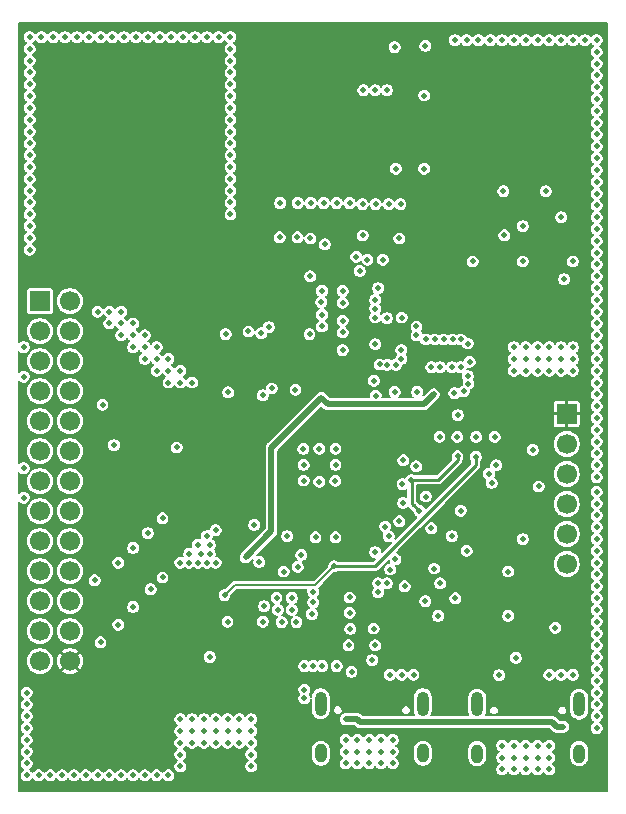
<source format=gbr>
%TF.GenerationSoftware,KiCad,Pcbnew,9.0.4*%
%TF.CreationDate,2025-09-12T09:19:31+10:00*%
%TF.ProjectId,simple-p4,73696d70-6c65-42d7-9034-2e6b69636164,rev?*%
%TF.SameCoordinates,Original*%
%TF.FileFunction,Copper,L3,Inr*%
%TF.FilePolarity,Positive*%
%FSLAX46Y46*%
G04 Gerber Fmt 4.6, Leading zero omitted, Abs format (unit mm)*
G04 Created by KiCad (PCBNEW 9.0.4) date 2025-09-12 09:19:31*
%MOMM*%
%LPD*%
G01*
G04 APERTURE LIST*
%TA.AperFunction,HeatsinkPad*%
%ADD10O,1.000000X2.100000*%
%TD*%
%TA.AperFunction,HeatsinkPad*%
%ADD11O,1.000000X1.600000*%
%TD*%
%TA.AperFunction,ComponentPad*%
%ADD12R,1.700000X1.700000*%
%TD*%
%TA.AperFunction,ComponentPad*%
%ADD13C,1.700000*%
%TD*%
%TA.AperFunction,ViaPad*%
%ADD14C,0.500000*%
%TD*%
%TA.AperFunction,Conductor*%
%ADD15C,0.500000*%
%TD*%
%TA.AperFunction,Conductor*%
%ADD16C,0.250000*%
%TD*%
%TA.AperFunction,Conductor*%
%ADD17C,0.160000*%
%TD*%
G04 APERTURE END LIST*
D10*
%TO.N,GND*%
%TO.C,J6*%
X163880000Y-124230000D03*
D11*
X163880000Y-128410000D03*
D10*
X172520000Y-124230000D03*
D11*
X172520000Y-128410000D03*
%TD*%
D12*
%TO.N,+3V3*%
%TO.C,J2*%
X171460000Y-99650000D03*
D13*
%TO.N,GPIO37{slash}U0TXD*%
X171460000Y-102190000D03*
%TO.N,GPIO38{slash}U0RXD*%
X171460000Y-104730000D03*
%TO.N,CHIP_PU*%
X171460000Y-107270000D03*
%TO.N,GPIO35{slash}BOOT*%
X171460000Y-109810000D03*
%TO.N,GND*%
X171460000Y-112350000D03*
%TD*%
D10*
%TO.N,GND*%
%TO.C,J5*%
X150652300Y-124197700D03*
D11*
X150652300Y-128377700D03*
D10*
X159292300Y-124197700D03*
D11*
X159292300Y-128377700D03*
%TD*%
D12*
%TO.N,GND*%
%TO.C,J1*%
X126860000Y-90120000D03*
D13*
%TO.N,GPIO2*%
X129400000Y-90120000D03*
%TO.N,GPIO3*%
X126860000Y-92660000D03*
%TO.N,GPIO4*%
X129400000Y-92660000D03*
%TO.N,GPIO5*%
X126860000Y-95200000D03*
%TO.N,GPIO6*%
X129400000Y-95200000D03*
%TO.N,GPIO7*%
X126860000Y-97740000D03*
%TO.N,GPIO8*%
X129400000Y-97740000D03*
%TO.N,GND*%
X126860000Y-100280000D03*
%TO.N,GPIO9*%
X129400000Y-100280000D03*
%TO.N,GPIO10*%
X126860000Y-102820000D03*
%TO.N,GPIO11*%
X129400000Y-102820000D03*
%TO.N,GPIO12*%
X126860000Y-105360000D03*
%TO.N,GPIO13*%
X129400000Y-105360000D03*
%TO.N,GPIO14*%
X126860000Y-107900000D03*
%TO.N,GPIO15*%
X129400000Y-107900000D03*
%TO.N,GPIO16*%
X126860000Y-110440000D03*
%TO.N,GPIO17*%
X129400000Y-110440000D03*
%TO.N,GPIO18*%
X126860000Y-112980000D03*
%TO.N,GPIO19*%
X129400000Y-112980000D03*
%TO.N,GND*%
X126860000Y-115520000D03*
%TO.N,GPIO20*%
X129400000Y-115520000D03*
%TO.N,GPIO21*%
X126860000Y-118060000D03*
%TO.N,GPIO22*%
X129400000Y-118060000D03*
%TO.N,GPIO23*%
X126860000Y-120600000D03*
%TO.N,+3V3*%
X129400000Y-120600000D03*
%TD*%
D14*
%TO.N,GND*%
X125750000Y-125250000D03*
X160250000Y-112750000D03*
X174000000Y-112250000D03*
X143000000Y-80750000D03*
X143000000Y-77750000D03*
X147340000Y-117280000D03*
X161950000Y-97900000D03*
X150750000Y-91250000D03*
X126000000Y-78750000D03*
X138750000Y-126500000D03*
X158500000Y-121750000D03*
X167000000Y-95000000D03*
X137750000Y-96000000D03*
X159400000Y-78900000D03*
X151900000Y-103975000D03*
X150200000Y-110100000D03*
X142750000Y-117250000D03*
X126000000Y-81750000D03*
X163800000Y-101600000D03*
X156250000Y-91550000D03*
X167000000Y-129750000D03*
X160700000Y-101600000D03*
X152500000Y-91750000D03*
X146900000Y-115220000D03*
X136750000Y-96000000D03*
X144750000Y-129500000D03*
X125750000Y-124250000D03*
X132750000Y-130250000D03*
X129000000Y-67750000D03*
X150690000Y-90190000D03*
X169100000Y-105800000D03*
X137250000Y-113500000D03*
X174000000Y-102000000D03*
X143000000Y-82750000D03*
X141750000Y-125500000D03*
X145600000Y-92825000D03*
X133750000Y-92000000D03*
X139750000Y-126500000D03*
X126000000Y-69750000D03*
X171250000Y-88250000D03*
X138750000Y-128500000D03*
X150750000Y-92250000D03*
X138750000Y-129500000D03*
X149250000Y-123750000D03*
X155300000Y-81890000D03*
X162500000Y-95700000D03*
X174000000Y-105000000D03*
X156750000Y-129250000D03*
X174000000Y-124250000D03*
X171000000Y-68000000D03*
X143750000Y-125500000D03*
X154750000Y-127250000D03*
X127750000Y-130250000D03*
X168600000Y-102700000D03*
X128750000Y-130250000D03*
X133750000Y-93000000D03*
X158750000Y-93000000D03*
X174000000Y-104000000D03*
X126000000Y-74750000D03*
X125500000Y-106750000D03*
X151875000Y-105325000D03*
X166000000Y-129750000D03*
X140000000Y-67750000D03*
X138750000Y-125500000D03*
X136750000Y-95000000D03*
X143000000Y-68750000D03*
X136250000Y-114500000D03*
X125750000Y-128250000D03*
X150525000Y-105400000D03*
X134000000Y-67750000D03*
X171000000Y-83000000D03*
X153250000Y-121500000D03*
X174000000Y-86000000D03*
X140750000Y-125500000D03*
X171000000Y-96000000D03*
X174000000Y-84000000D03*
X137750000Y-97000000D03*
X149694632Y-92905368D03*
X140500000Y-111500000D03*
X152750000Y-127250000D03*
X172000000Y-86750000D03*
X149200000Y-105300000D03*
X152500000Y-90250000D03*
X145850000Y-115930000D03*
X141750000Y-112250000D03*
X137000000Y-67750000D03*
X174000000Y-73000000D03*
X135750000Y-93000000D03*
X129750000Y-130250000D03*
X158750000Y-92250000D03*
X163000000Y-111250000D03*
X153150000Y-117860000D03*
X169700000Y-80800000D03*
X138750000Y-112250000D03*
X138750000Y-97000000D03*
X146250000Y-92300000D03*
X163150000Y-97100000D03*
X174000000Y-119250000D03*
X171000000Y-94000000D03*
X132750000Y-92000000D03*
X143000000Y-70750000D03*
X139500000Y-112250000D03*
X174000000Y-78000000D03*
X153100000Y-115200000D03*
X159400000Y-72700000D03*
X154180000Y-81890000D03*
X136000000Y-67750000D03*
X172000000Y-95000000D03*
X156250000Y-95500000D03*
X169000000Y-68000000D03*
X139750000Y-125500000D03*
X141750000Y-126500000D03*
X143000000Y-69750000D03*
X156250000Y-72250000D03*
X174000000Y-106250000D03*
X154750000Y-128250000D03*
X168000000Y-127750000D03*
X174000000Y-79000000D03*
X152500000Y-94250000D03*
X174000000Y-103000000D03*
X157400000Y-81900000D03*
X155120000Y-117830000D03*
X170000000Y-96000000D03*
X125500000Y-96500000D03*
X142750000Y-126500000D03*
X170000000Y-127750000D03*
X143750000Y-127500000D03*
X133500000Y-112250000D03*
X148200000Y-115240000D03*
X147200000Y-81800000D03*
X174000000Y-81000000D03*
X141000000Y-110000000D03*
X156400000Y-81900000D03*
X174000000Y-71000000D03*
X138750000Y-96000000D03*
X174000000Y-70000000D03*
X126000000Y-72750000D03*
X169000000Y-94000000D03*
X174000000Y-123250000D03*
X163500000Y-86750000D03*
X152750000Y-129250000D03*
X127000000Y-67750000D03*
X155250000Y-72250000D03*
X132000000Y-119000000D03*
X145750000Y-117250000D03*
X131500000Y-113750000D03*
X134750000Y-116000000D03*
X174000000Y-77000000D03*
X139750000Y-127500000D03*
X143000000Y-75750000D03*
X159550000Y-93350000D03*
X161800000Y-93350000D03*
X144750000Y-125500000D03*
X153750000Y-127250000D03*
X156250000Y-114000000D03*
X135750000Y-94000000D03*
X128000000Y-67750000D03*
X160000000Y-95700000D03*
X169000000Y-129750000D03*
X169000000Y-96000000D03*
X139000000Y-67750000D03*
X168000000Y-96000000D03*
X174000000Y-109250000D03*
X149250000Y-123000000D03*
X141750000Y-127500000D03*
X153100000Y-81800000D03*
X174000000Y-82000000D03*
X152750000Y-128250000D03*
X144750000Y-128500000D03*
X132750000Y-91000000D03*
X141750000Y-109500000D03*
X169000000Y-127750000D03*
X126000000Y-73750000D03*
X170000000Y-121750000D03*
X174000000Y-118250000D03*
X154750000Y-129250000D03*
X155250000Y-90750000D03*
X134750000Y-130250000D03*
X168000000Y-94000000D03*
X162750000Y-97750000D03*
X163000000Y-68000000D03*
X135750000Y-95000000D03*
X126000000Y-75750000D03*
X126000000Y-67750000D03*
X125750000Y-127250000D03*
X174000000Y-110250000D03*
X174000000Y-108250000D03*
X152000000Y-121000000D03*
X135750000Y-130250000D03*
X125750000Y-130250000D03*
X167170000Y-120310000D03*
X174000000Y-101000000D03*
X143000000Y-81750000D03*
X126000000Y-84750000D03*
X133750000Y-91000000D03*
X172000000Y-68000000D03*
X143000000Y-79750000D03*
X174000000Y-88000000D03*
X168000000Y-68000000D03*
X147160000Y-84700000D03*
X133140000Y-102290000D03*
X143000000Y-67750000D03*
X162000000Y-68000000D03*
X141000000Y-67750000D03*
X168000000Y-128750000D03*
X125750000Y-126250000D03*
X174000000Y-121250000D03*
X168000000Y-95000000D03*
X140750000Y-126500000D03*
X141000000Y-112250000D03*
X170000000Y-95000000D03*
X133750000Y-130250000D03*
X139750000Y-97000000D03*
X153100000Y-116500000D03*
X150750000Y-121000000D03*
X133500000Y-117500000D03*
X170000000Y-94000000D03*
X131750000Y-130250000D03*
X167750000Y-83750000D03*
X174000000Y-74000000D03*
X155620000Y-95470000D03*
X174000000Y-96000000D03*
X153000000Y-119250000D03*
X136750000Y-130250000D03*
X156750000Y-127250000D03*
X148200000Y-116240000D03*
X160580000Y-116760000D03*
X159500000Y-115500000D03*
X157000000Y-78900000D03*
X141250000Y-111500000D03*
X150750000Y-89250000D03*
X141250000Y-110750000D03*
X126750000Y-130250000D03*
X143000000Y-78750000D03*
X155250000Y-93750000D03*
X163100000Y-96450000D03*
X157300000Y-108750000D03*
X144750000Y-126500000D03*
X153750000Y-128250000D03*
X156900000Y-68600000D03*
X137750000Y-95000000D03*
X174000000Y-126250000D03*
X156750000Y-128250000D03*
X174000000Y-111250000D03*
X126000000Y-71750000D03*
X167000000Y-94000000D03*
X168000000Y-129750000D03*
X170000000Y-128750000D03*
X162040000Y-115270000D03*
X166100000Y-80800000D03*
X147010000Y-116240000D03*
X161750000Y-110000000D03*
X157500000Y-91500000D03*
X173000000Y-68000000D03*
X174000000Y-76000000D03*
X138440000Y-102500000D03*
X170000000Y-68000000D03*
X151900000Y-110100000D03*
X157500000Y-121750000D03*
X172000000Y-94000000D03*
X172000000Y-121750000D03*
X174000000Y-94000000D03*
X157461500Y-94998999D03*
X174000000Y-68000000D03*
X159550000Y-106650000D03*
X161750000Y-95700000D03*
X147500000Y-113000000D03*
X126000000Y-83750000D03*
X174000000Y-116250000D03*
X135000000Y-67750000D03*
X155150000Y-96850000D03*
X174000000Y-75000000D03*
X157625000Y-107185000D03*
X174000000Y-113250000D03*
X155500000Y-114750000D03*
X126000000Y-80750000D03*
X174000000Y-120250000D03*
X142750000Y-127500000D03*
X174000000Y-83000000D03*
X149750000Y-88000000D03*
X155750000Y-127250000D03*
X160750000Y-114000000D03*
X131750000Y-91000000D03*
X174000000Y-99000000D03*
X160750000Y-95700000D03*
X157750000Y-114250000D03*
X158800000Y-97800000D03*
X157000000Y-95500000D03*
X155250000Y-90000000D03*
X145010000Y-109060000D03*
X137250000Y-108500000D03*
X170000000Y-129750000D03*
X152500000Y-92750000D03*
X162500000Y-107850000D03*
X142750000Y-125500000D03*
X172000000Y-96000000D03*
X174000000Y-107250000D03*
X150525000Y-102600000D03*
X133000000Y-67750000D03*
X170500000Y-117750000D03*
X174000000Y-115250000D03*
X174000000Y-87000000D03*
X163250000Y-95250000D03*
X144525000Y-92675000D03*
X136000000Y-109750000D03*
X145430000Y-112190000D03*
X166500000Y-113000000D03*
X126000000Y-82750000D03*
X130750000Y-130250000D03*
X174000000Y-97000000D03*
X125500000Y-104250000D03*
X159500000Y-68500000D03*
X131000000Y-67750000D03*
X149200000Y-103975000D03*
X126000000Y-79750000D03*
X137750000Y-130250000D03*
X139500000Y-111500000D03*
X138750000Y-127500000D03*
X143750000Y-126500000D03*
X160000000Y-109350000D03*
X155750000Y-128250000D03*
X138000000Y-67750000D03*
X174000000Y-90000000D03*
X174000000Y-85000000D03*
X167000000Y-128750000D03*
X143000000Y-74750000D03*
X148590000Y-117280000D03*
X174000000Y-117250000D03*
X134750000Y-93000000D03*
X136750000Y-94000000D03*
X160300000Y-93350000D03*
X153750000Y-129250000D03*
X157461500Y-94250000D03*
X140250000Y-112250000D03*
X148700000Y-81800000D03*
X174000000Y-89000000D03*
X144750000Y-127500000D03*
X167000000Y-127750000D03*
X126000000Y-85750000D03*
X125750000Y-123250000D03*
X140250000Y-110750000D03*
X174000000Y-80000000D03*
X162500000Y-93350000D03*
X169000000Y-128750000D03*
X125750000Y-129250000D03*
X126000000Y-77750000D03*
X155250000Y-111350000D03*
X165750000Y-121770000D03*
X174000000Y-98000000D03*
X155000000Y-120500000D03*
X126000000Y-68750000D03*
X174000000Y-72000000D03*
X142800000Y-97825000D03*
X130000000Y-67750000D03*
X140750000Y-127500000D03*
X171000000Y-95000000D03*
X165375000Y-101600000D03*
X174000000Y-69000000D03*
X174000000Y-91000000D03*
X143000000Y-71750000D03*
X149800000Y-81800000D03*
X167750000Y-86750000D03*
X174000000Y-93000000D03*
X174000000Y-100000000D03*
X142000000Y-67750000D03*
X149250000Y-121000000D03*
X166000000Y-127750000D03*
X125500000Y-94000000D03*
X162200000Y-101600000D03*
X143000000Y-76750000D03*
X143000000Y-72750000D03*
X174000000Y-92000000D03*
X155500000Y-89000000D03*
X171000000Y-121750000D03*
X166000000Y-68000000D03*
X150000000Y-121000000D03*
X174000000Y-125250000D03*
X126000000Y-76750000D03*
X149175000Y-102625000D03*
X156500000Y-121750000D03*
X174000000Y-95000000D03*
X134750000Y-92000000D03*
X174000000Y-122250000D03*
X169000000Y-95000000D03*
X155250000Y-119250000D03*
X155750000Y-129250000D03*
X155500000Y-114000000D03*
X132000000Y-67750000D03*
X164000000Y-68000000D03*
X150900000Y-81800000D03*
X132170000Y-98880000D03*
X166000000Y-128750000D03*
X167750000Y-110250000D03*
X155250000Y-91500000D03*
X165000000Y-68000000D03*
X154250000Y-72250000D03*
X126000000Y-70750000D03*
X154210000Y-84550000D03*
X152000000Y-81800000D03*
X174000000Y-114250000D03*
X167000000Y-68000000D03*
X161050000Y-93350000D03*
X134750000Y-111000000D03*
X134750000Y-94000000D03*
X163100000Y-93700000D03*
X152500000Y-89250000D03*
X167000000Y-96000000D03*
X166500000Y-116750000D03*
X143000000Y-73750000D03*
X151900000Y-102600000D03*
%TO.N,+3V3*%
X156300000Y-93720000D03*
X146135000Y-95525000D03*
X159410000Y-86720000D03*
X136750000Y-120250000D03*
X141940000Y-102320000D03*
X155250000Y-110230000D03*
X140540000Y-91600000D03*
X156530000Y-105510000D03*
X165700000Y-107500000D03*
X142900000Y-109700000D03*
X147990000Y-86610000D03*
X166950000Y-102240000D03*
X152420000Y-84740000D03*
X143700000Y-107500000D03*
X162915000Y-106395000D03*
X157640000Y-88320000D03*
X152510000Y-87300000D03*
X136750000Y-119500000D03*
X149470000Y-98310000D03*
X156340000Y-99700000D03*
%TO.N,+1V2*%
X150700000Y-98300000D03*
X160200000Y-98000000D03*
X144275000Y-111800000D03*
%TO.N,Net-(JP2-B)*%
X146500000Y-97500000D03*
X148500000Y-97600000D03*
X142600000Y-92900000D03*
%TO.N,VDDO_FLASH*%
X151775000Y-112560000D03*
X163780000Y-103290000D03*
X142500000Y-115000000D03*
%TO.N,VDDO_PSRAM*%
X162225000Y-103250000D03*
X158320000Y-105260000D03*
X159000000Y-107870000D03*
%TO.N,GPIO35{slash}BOOT*%
X157559938Y-105600062D03*
X165110000Y-105500000D03*
%TO.N,CHIP_PU*%
X145750000Y-98075000D03*
X166180000Y-84535000D03*
X162250000Y-99750000D03*
%TO.N,+5V*%
X171175000Y-126150000D03*
X158000000Y-125750000D03*
X152750000Y-125500000D03*
X166250000Y-125750000D03*
%TO.N,Net-(JP1-A)*%
X141250000Y-120239000D03*
%TO.N,GPIO38{slash}U0RXD*%
X164890000Y-104730000D03*
X157630000Y-103590000D03*
%TO.N,GPIO25*%
X156970000Y-111970000D03*
X156100000Y-109200000D03*
%TO.N,GPIO37{slash}U0TXD*%
X158720000Y-104090000D03*
X165500000Y-104000000D03*
%TO.N,GPIO40*%
X155900000Y-86600000D03*
X154600000Y-86600000D03*
%TO.N,GPIO45*%
X151000000Y-85300000D03*
X157300000Y-84800000D03*
%TO.N,GPIO41*%
X148675000Y-84700000D03*
X153950000Y-87550000D03*
%TO.N,GPIO24*%
X156509341Y-112831000D03*
X156400000Y-110000000D03*
%TO.N,FLASH_CK*%
X148696687Y-112603313D03*
X150000000Y-115600000D03*
%TO.N,FLASH_HD*%
X150000000Y-114700000D03*
X147800000Y-110000000D03*
%TO.N,EN_DCDC*%
X156900000Y-97800000D03*
X155300000Y-98110000D03*
%TO.N,FLASH_D*%
X149000000Y-111600000D03*
X149900000Y-116600000D03*
%TO.N,GPIO42*%
X153650000Y-86350000D03*
X149775000Y-84800000D03*
%TD*%
D15*
%TO.N,+1V2*%
X151240000Y-98840000D02*
X159360000Y-98840000D01*
X150700000Y-98300000D02*
X146470000Y-102530000D01*
X146470000Y-109605000D02*
X144275000Y-111800000D01*
X146470000Y-102530000D02*
X146470000Y-109605000D01*
X150700000Y-98300000D02*
X151240000Y-98840000D01*
X159360000Y-98840000D02*
X160200000Y-98000000D01*
D16*
%TO.N,VDDO_FLASH*%
X163780000Y-103290000D02*
X163780000Y-104020000D01*
X163780000Y-104020000D02*
X155240000Y-112560000D01*
D17*
X150196000Y-114139000D02*
X151775000Y-112560000D01*
D16*
X155240000Y-112560000D02*
X151775000Y-112560000D01*
D17*
X143361000Y-114139000D02*
X150196000Y-114139000D01*
X142500000Y-115000000D02*
X143361000Y-114139000D01*
D16*
%TO.N,VDDO_PSRAM*%
X158960000Y-107870000D02*
X158500000Y-107410000D01*
X158500000Y-107410000D02*
X158490000Y-107410000D01*
X160593000Y-105230000D02*
X158350000Y-105230000D01*
X162225000Y-103250000D02*
X162225000Y-103598000D01*
X159000000Y-107870000D02*
X158960000Y-107870000D01*
X158360000Y-105300000D02*
X158320000Y-105260000D01*
X158490000Y-107410000D02*
X158360000Y-107280000D01*
X158360000Y-107280000D02*
X158360000Y-105300000D01*
X162225000Y-103598000D02*
X160593000Y-105230000D01*
X158350000Y-105230000D02*
X158320000Y-105260000D01*
D15*
%TO.N,+5V*%
X153750000Y-125500000D02*
X154000000Y-125750000D01*
X158000000Y-125750000D02*
X166250000Y-125750000D01*
X170650000Y-126150000D02*
X170250000Y-125750000D01*
X170250000Y-125750000D02*
X166250000Y-125750000D01*
X152750000Y-125500000D02*
X153750000Y-125500000D01*
X171175000Y-126150000D02*
X170650000Y-126150000D01*
X154000000Y-125750000D02*
X158000000Y-125750000D01*
%TD*%
%TA.AperFunction,Conductor*%
%TO.N,+3V3*%
G36*
X174971280Y-66518982D02*
G01*
X174998300Y-66565782D01*
X174999500Y-66579500D01*
X174999500Y-131560500D01*
X174981018Y-131611280D01*
X174934218Y-131638300D01*
X174920500Y-131639500D01*
X125079500Y-131639500D01*
X125028720Y-131621018D01*
X125001700Y-131574218D01*
X125000500Y-131560500D01*
X125000500Y-123184105D01*
X125249500Y-123184105D01*
X125249500Y-123315894D01*
X125283607Y-123443183D01*
X125283608Y-123443187D01*
X125349501Y-123557316D01*
X125442682Y-123650497D01*
X125442684Y-123650498D01*
X125442686Y-123650500D01*
X125496525Y-123681584D01*
X125531260Y-123722981D01*
X125531259Y-123777020D01*
X125496525Y-123818416D01*
X125442682Y-123849502D01*
X125349501Y-123942683D01*
X125283608Y-124056812D01*
X125283607Y-124056816D01*
X125249500Y-124184105D01*
X125249500Y-124315894D01*
X125283607Y-124443183D01*
X125283608Y-124443187D01*
X125349501Y-124557316D01*
X125442682Y-124650497D01*
X125442684Y-124650498D01*
X125442686Y-124650500D01*
X125496525Y-124681584D01*
X125531260Y-124722981D01*
X125531259Y-124777020D01*
X125496525Y-124818416D01*
X125442682Y-124849502D01*
X125349501Y-124942683D01*
X125283608Y-125056812D01*
X125283607Y-125056816D01*
X125249500Y-125184105D01*
X125249500Y-125315894D01*
X125283607Y-125443183D01*
X125283608Y-125443187D01*
X125349501Y-125557316D01*
X125442682Y-125650497D01*
X125442684Y-125650498D01*
X125442686Y-125650500D01*
X125496525Y-125681584D01*
X125531260Y-125722981D01*
X125531259Y-125777020D01*
X125496525Y-125818416D01*
X125442682Y-125849502D01*
X125349501Y-125942683D01*
X125283608Y-126056812D01*
X125283607Y-126056816D01*
X125249500Y-126184105D01*
X125249500Y-126315894D01*
X125283607Y-126443183D01*
X125283608Y-126443187D01*
X125349501Y-126557316D01*
X125442682Y-126650497D01*
X125442684Y-126650498D01*
X125442686Y-126650500D01*
X125496525Y-126681584D01*
X125531260Y-126722981D01*
X125531259Y-126777020D01*
X125496525Y-126818416D01*
X125442682Y-126849502D01*
X125349501Y-126942683D01*
X125283608Y-127056812D01*
X125283607Y-127056816D01*
X125249500Y-127184105D01*
X125249500Y-127315894D01*
X125283607Y-127443183D01*
X125283608Y-127443187D01*
X125349501Y-127557316D01*
X125442682Y-127650497D01*
X125442684Y-127650498D01*
X125442686Y-127650500D01*
X125496525Y-127681584D01*
X125531260Y-127722981D01*
X125531259Y-127777020D01*
X125496525Y-127818416D01*
X125442682Y-127849502D01*
X125349501Y-127942683D01*
X125283608Y-128056812D01*
X125283607Y-128056816D01*
X125249500Y-128184105D01*
X125249500Y-128315894D01*
X125283607Y-128443183D01*
X125283608Y-128443187D01*
X125349501Y-128557316D01*
X125442682Y-128650497D01*
X125442684Y-128650498D01*
X125442686Y-128650500D01*
X125496525Y-128681584D01*
X125531260Y-128722981D01*
X125531259Y-128777020D01*
X125496525Y-128818416D01*
X125442682Y-128849502D01*
X125349501Y-128942683D01*
X125283608Y-129056812D01*
X125283607Y-129056816D01*
X125249500Y-129184105D01*
X125249500Y-129315894D01*
X125283607Y-129443183D01*
X125283608Y-129443187D01*
X125349501Y-129557316D01*
X125442682Y-129650497D01*
X125442684Y-129650498D01*
X125442686Y-129650500D01*
X125496525Y-129681584D01*
X125531260Y-129722981D01*
X125531259Y-129777020D01*
X125496525Y-129818416D01*
X125442682Y-129849502D01*
X125349501Y-129942683D01*
X125283608Y-130056812D01*
X125283607Y-130056816D01*
X125249500Y-130184105D01*
X125249500Y-130315894D01*
X125283607Y-130443183D01*
X125283608Y-130443187D01*
X125349501Y-130557316D01*
X125442683Y-130650498D01*
X125442685Y-130650499D01*
X125442686Y-130650500D01*
X125556814Y-130716392D01*
X125684108Y-130750500D01*
X125684110Y-130750500D01*
X125815890Y-130750500D01*
X125815892Y-130750500D01*
X125943186Y-130716392D01*
X126057314Y-130650500D01*
X126150500Y-130557314D01*
X126181584Y-130503474D01*
X126222981Y-130468739D01*
X126277020Y-130468739D01*
X126318416Y-130503475D01*
X126349501Y-130557316D01*
X126442683Y-130650498D01*
X126442685Y-130650499D01*
X126442686Y-130650500D01*
X126556814Y-130716392D01*
X126684108Y-130750500D01*
X126684110Y-130750500D01*
X126815890Y-130750500D01*
X126815892Y-130750500D01*
X126943186Y-130716392D01*
X127057314Y-130650500D01*
X127150500Y-130557314D01*
X127181584Y-130503474D01*
X127222981Y-130468739D01*
X127277020Y-130468739D01*
X127318416Y-130503475D01*
X127349501Y-130557316D01*
X127442683Y-130650498D01*
X127442685Y-130650499D01*
X127442686Y-130650500D01*
X127556814Y-130716392D01*
X127684108Y-130750500D01*
X127684110Y-130750500D01*
X127815890Y-130750500D01*
X127815892Y-130750500D01*
X127943186Y-130716392D01*
X128057314Y-130650500D01*
X128150500Y-130557314D01*
X128181584Y-130503474D01*
X128222981Y-130468739D01*
X128277020Y-130468739D01*
X128318416Y-130503475D01*
X128349501Y-130557316D01*
X128442683Y-130650498D01*
X128442685Y-130650499D01*
X128442686Y-130650500D01*
X128556814Y-130716392D01*
X128684108Y-130750500D01*
X128684110Y-130750500D01*
X128815890Y-130750500D01*
X128815892Y-130750500D01*
X128943186Y-130716392D01*
X129057314Y-130650500D01*
X129150500Y-130557314D01*
X129181584Y-130503474D01*
X129222981Y-130468739D01*
X129277020Y-130468739D01*
X129318416Y-130503475D01*
X129349501Y-130557316D01*
X129442683Y-130650498D01*
X129442685Y-130650499D01*
X129442686Y-130650500D01*
X129556814Y-130716392D01*
X129684108Y-130750500D01*
X129684110Y-130750500D01*
X129815890Y-130750500D01*
X129815892Y-130750500D01*
X129943186Y-130716392D01*
X130057314Y-130650500D01*
X130150500Y-130557314D01*
X130181584Y-130503474D01*
X130222981Y-130468739D01*
X130277020Y-130468739D01*
X130318416Y-130503475D01*
X130349501Y-130557316D01*
X130442683Y-130650498D01*
X130442685Y-130650499D01*
X130442686Y-130650500D01*
X130556814Y-130716392D01*
X130684108Y-130750500D01*
X130684110Y-130750500D01*
X130815890Y-130750500D01*
X130815892Y-130750500D01*
X130943186Y-130716392D01*
X131057314Y-130650500D01*
X131150500Y-130557314D01*
X131181584Y-130503474D01*
X131222981Y-130468739D01*
X131277020Y-130468739D01*
X131318416Y-130503475D01*
X131349501Y-130557316D01*
X131442683Y-130650498D01*
X131442685Y-130650499D01*
X131442686Y-130650500D01*
X131556814Y-130716392D01*
X131684108Y-130750500D01*
X131684110Y-130750500D01*
X131815890Y-130750500D01*
X131815892Y-130750500D01*
X131943186Y-130716392D01*
X132057314Y-130650500D01*
X132150500Y-130557314D01*
X132181584Y-130503474D01*
X132222981Y-130468739D01*
X132277020Y-130468739D01*
X132318416Y-130503475D01*
X132349501Y-130557316D01*
X132442683Y-130650498D01*
X132442685Y-130650499D01*
X132442686Y-130650500D01*
X132556814Y-130716392D01*
X132684108Y-130750500D01*
X132684110Y-130750500D01*
X132815890Y-130750500D01*
X132815892Y-130750500D01*
X132943186Y-130716392D01*
X133057314Y-130650500D01*
X133150500Y-130557314D01*
X133181584Y-130503474D01*
X133222981Y-130468739D01*
X133277020Y-130468739D01*
X133318416Y-130503475D01*
X133349501Y-130557316D01*
X133442683Y-130650498D01*
X133442685Y-130650499D01*
X133442686Y-130650500D01*
X133556814Y-130716392D01*
X133684108Y-130750500D01*
X133684110Y-130750500D01*
X133815890Y-130750500D01*
X133815892Y-130750500D01*
X133943186Y-130716392D01*
X134057314Y-130650500D01*
X134150500Y-130557314D01*
X134181584Y-130503474D01*
X134222981Y-130468739D01*
X134277020Y-130468739D01*
X134318416Y-130503475D01*
X134349501Y-130557316D01*
X134442683Y-130650498D01*
X134442685Y-130650499D01*
X134442686Y-130650500D01*
X134556814Y-130716392D01*
X134684108Y-130750500D01*
X134684110Y-130750500D01*
X134815890Y-130750500D01*
X134815892Y-130750500D01*
X134943186Y-130716392D01*
X135057314Y-130650500D01*
X135150500Y-130557314D01*
X135181584Y-130503474D01*
X135222981Y-130468739D01*
X135277020Y-130468739D01*
X135318416Y-130503475D01*
X135349501Y-130557316D01*
X135442683Y-130650498D01*
X135442685Y-130650499D01*
X135442686Y-130650500D01*
X135556814Y-130716392D01*
X135684108Y-130750500D01*
X135684110Y-130750500D01*
X135815890Y-130750500D01*
X135815892Y-130750500D01*
X135943186Y-130716392D01*
X136057314Y-130650500D01*
X136150500Y-130557314D01*
X136181584Y-130503474D01*
X136222981Y-130468739D01*
X136277020Y-130468739D01*
X136318416Y-130503475D01*
X136349501Y-130557316D01*
X136442683Y-130650498D01*
X136442685Y-130650499D01*
X136442686Y-130650500D01*
X136556814Y-130716392D01*
X136684108Y-130750500D01*
X136684110Y-130750500D01*
X136815890Y-130750500D01*
X136815892Y-130750500D01*
X136943186Y-130716392D01*
X137057314Y-130650500D01*
X137150500Y-130557314D01*
X137181584Y-130503474D01*
X137222981Y-130468739D01*
X137277020Y-130468739D01*
X137318416Y-130503475D01*
X137349501Y-130557316D01*
X137442683Y-130650498D01*
X137442685Y-130650499D01*
X137442686Y-130650500D01*
X137556814Y-130716392D01*
X137684108Y-130750500D01*
X137684110Y-130750500D01*
X137815890Y-130750500D01*
X137815892Y-130750500D01*
X137943186Y-130716392D01*
X138057314Y-130650500D01*
X138150500Y-130557314D01*
X138216392Y-130443186D01*
X138250500Y-130315892D01*
X138250500Y-130184108D01*
X138216392Y-130056814D01*
X138150500Y-129942686D01*
X138150499Y-129942685D01*
X138150498Y-129942683D01*
X138057316Y-129849501D01*
X137943187Y-129783608D01*
X137943183Y-129783607D01*
X137815894Y-129749500D01*
X137815892Y-129749500D01*
X137684108Y-129749500D01*
X137684105Y-129749500D01*
X137556816Y-129783607D01*
X137556812Y-129783608D01*
X137442683Y-129849501D01*
X137349502Y-129942682D01*
X137318416Y-129996525D01*
X137277019Y-130031260D01*
X137222980Y-130031259D01*
X137181584Y-129996525D01*
X137150500Y-129942686D01*
X137150498Y-129942684D01*
X137150497Y-129942682D01*
X137057316Y-129849501D01*
X136943187Y-129783608D01*
X136943183Y-129783607D01*
X136815894Y-129749500D01*
X136815892Y-129749500D01*
X136684108Y-129749500D01*
X136684105Y-129749500D01*
X136556816Y-129783607D01*
X136556812Y-129783608D01*
X136442683Y-129849501D01*
X136349502Y-129942682D01*
X136318416Y-129996525D01*
X136277019Y-130031260D01*
X136222980Y-130031259D01*
X136181584Y-129996525D01*
X136150500Y-129942686D01*
X136150498Y-129942684D01*
X136150497Y-129942682D01*
X136057316Y-129849501D01*
X135943187Y-129783608D01*
X135943183Y-129783607D01*
X135815894Y-129749500D01*
X135815892Y-129749500D01*
X135684108Y-129749500D01*
X135684105Y-129749500D01*
X135556816Y-129783607D01*
X135556812Y-129783608D01*
X135442683Y-129849501D01*
X135349502Y-129942682D01*
X135318416Y-129996525D01*
X135277019Y-130031260D01*
X135222980Y-130031259D01*
X135181584Y-129996525D01*
X135150500Y-129942686D01*
X135150498Y-129942684D01*
X135150497Y-129942682D01*
X135057316Y-129849501D01*
X134943187Y-129783608D01*
X134943183Y-129783607D01*
X134815894Y-129749500D01*
X134815892Y-129749500D01*
X134684108Y-129749500D01*
X134684105Y-129749500D01*
X134556816Y-129783607D01*
X134556812Y-129783608D01*
X134442683Y-129849501D01*
X134349502Y-129942682D01*
X134318416Y-129996525D01*
X134277019Y-130031260D01*
X134222980Y-130031259D01*
X134181584Y-129996525D01*
X134150500Y-129942686D01*
X134150498Y-129942684D01*
X134150497Y-129942682D01*
X134057316Y-129849501D01*
X133943187Y-129783608D01*
X133943183Y-129783607D01*
X133815894Y-129749500D01*
X133815892Y-129749500D01*
X133684108Y-129749500D01*
X133684105Y-129749500D01*
X133556816Y-129783607D01*
X133556812Y-129783608D01*
X133442683Y-129849501D01*
X133349502Y-129942682D01*
X133318416Y-129996525D01*
X133277019Y-130031260D01*
X133222980Y-130031259D01*
X133181584Y-129996525D01*
X133150500Y-129942686D01*
X133150498Y-129942684D01*
X133150497Y-129942682D01*
X133057316Y-129849501D01*
X132943187Y-129783608D01*
X132943183Y-129783607D01*
X132815894Y-129749500D01*
X132815892Y-129749500D01*
X132684108Y-129749500D01*
X132684105Y-129749500D01*
X132556816Y-129783607D01*
X132556812Y-129783608D01*
X132442683Y-129849501D01*
X132349502Y-129942682D01*
X132318416Y-129996525D01*
X132277019Y-130031260D01*
X132222980Y-130031259D01*
X132181584Y-129996525D01*
X132150500Y-129942686D01*
X132150498Y-129942684D01*
X132150497Y-129942682D01*
X132057316Y-129849501D01*
X131943187Y-129783608D01*
X131943183Y-129783607D01*
X131815894Y-129749500D01*
X131815892Y-129749500D01*
X131684108Y-129749500D01*
X131684105Y-129749500D01*
X131556816Y-129783607D01*
X131556812Y-129783608D01*
X131442683Y-129849501D01*
X131349502Y-129942682D01*
X131318416Y-129996525D01*
X131277019Y-130031260D01*
X131222980Y-130031259D01*
X131181584Y-129996525D01*
X131150500Y-129942686D01*
X131150498Y-129942684D01*
X131150497Y-129942682D01*
X131057316Y-129849501D01*
X130943187Y-129783608D01*
X130943183Y-129783607D01*
X130815894Y-129749500D01*
X130815892Y-129749500D01*
X130684108Y-129749500D01*
X130684105Y-129749500D01*
X130556816Y-129783607D01*
X130556812Y-129783608D01*
X130442683Y-129849501D01*
X130349502Y-129942682D01*
X130318416Y-129996525D01*
X130277019Y-130031260D01*
X130222980Y-130031259D01*
X130181584Y-129996525D01*
X130150500Y-129942686D01*
X130150498Y-129942684D01*
X130150497Y-129942682D01*
X130057316Y-129849501D01*
X129943187Y-129783608D01*
X129943183Y-129783607D01*
X129815894Y-129749500D01*
X129815892Y-129749500D01*
X129684108Y-129749500D01*
X129684105Y-129749500D01*
X129556816Y-129783607D01*
X129556812Y-129783608D01*
X129442683Y-129849501D01*
X129349502Y-129942682D01*
X129318416Y-129996525D01*
X129277019Y-130031260D01*
X129222980Y-130031259D01*
X129181584Y-129996525D01*
X129150500Y-129942686D01*
X129150498Y-129942684D01*
X129150497Y-129942682D01*
X129057316Y-129849501D01*
X128943187Y-129783608D01*
X128943183Y-129783607D01*
X128815894Y-129749500D01*
X128815892Y-129749500D01*
X128684108Y-129749500D01*
X128684105Y-129749500D01*
X128556816Y-129783607D01*
X128556812Y-129783608D01*
X128442683Y-129849501D01*
X128349502Y-129942682D01*
X128318416Y-129996525D01*
X128277019Y-130031260D01*
X128222980Y-130031259D01*
X128181584Y-129996525D01*
X128150500Y-129942686D01*
X128150498Y-129942684D01*
X128150497Y-129942682D01*
X128057316Y-129849501D01*
X127943187Y-129783608D01*
X127943183Y-129783607D01*
X127815894Y-129749500D01*
X127815892Y-129749500D01*
X127684108Y-129749500D01*
X127684105Y-129749500D01*
X127556816Y-129783607D01*
X127556812Y-129783608D01*
X127442683Y-129849501D01*
X127349502Y-129942682D01*
X127318416Y-129996525D01*
X127277019Y-130031260D01*
X127222980Y-130031259D01*
X127181584Y-129996525D01*
X127150500Y-129942686D01*
X127150498Y-129942684D01*
X127150497Y-129942682D01*
X127057316Y-129849501D01*
X126943187Y-129783608D01*
X126943183Y-129783607D01*
X126815894Y-129749500D01*
X126815892Y-129749500D01*
X126684108Y-129749500D01*
X126684105Y-129749500D01*
X126556816Y-129783607D01*
X126556812Y-129783608D01*
X126442683Y-129849501D01*
X126349502Y-129942682D01*
X126318416Y-129996525D01*
X126277019Y-130031260D01*
X126222980Y-130031259D01*
X126181584Y-129996525D01*
X126150500Y-129942686D01*
X126150498Y-129942684D01*
X126150497Y-129942682D01*
X126057316Y-129849501D01*
X126003475Y-129818416D01*
X125968739Y-129777019D01*
X125968739Y-129722980D01*
X126003475Y-129681584D01*
X126057314Y-129650500D01*
X126150500Y-129557314D01*
X126216392Y-129443186D01*
X126250500Y-129315892D01*
X126250500Y-129184108D01*
X126216392Y-129056814D01*
X126150500Y-128942686D01*
X126150499Y-128942685D01*
X126150498Y-128942683D01*
X126057316Y-128849501D01*
X126003475Y-128818416D01*
X125968739Y-128777019D01*
X125968739Y-128722980D01*
X126003475Y-128681584D01*
X126057314Y-128650500D01*
X126150500Y-128557314D01*
X126216392Y-128443186D01*
X126250500Y-128315892D01*
X126250500Y-128184108D01*
X126216392Y-128056814D01*
X126212950Y-128050853D01*
X126160728Y-127960401D01*
X126150500Y-127942686D01*
X126150499Y-127942685D01*
X126150498Y-127942683D01*
X126057316Y-127849501D01*
X126003475Y-127818416D01*
X125968739Y-127777019D01*
X125968739Y-127722980D01*
X126003475Y-127681584D01*
X126057314Y-127650500D01*
X126150500Y-127557314D01*
X126216392Y-127443186D01*
X126250500Y-127315892D01*
X126250500Y-127184108D01*
X126216392Y-127056814D01*
X126150500Y-126942686D01*
X126150499Y-126942685D01*
X126150498Y-126942683D01*
X126057316Y-126849501D01*
X126003475Y-126818416D01*
X125968739Y-126777019D01*
X125968739Y-126722980D01*
X126003475Y-126681584D01*
X126057314Y-126650500D01*
X126150500Y-126557314D01*
X126216392Y-126443186D01*
X126250500Y-126315892D01*
X126250500Y-126184108D01*
X126216392Y-126056814D01*
X126150500Y-125942686D01*
X126150499Y-125942685D01*
X126150498Y-125942683D01*
X126057316Y-125849501D01*
X126003475Y-125818416D01*
X125968739Y-125777019D01*
X125968739Y-125722980D01*
X126003475Y-125681584D01*
X126057314Y-125650500D01*
X126150500Y-125557314D01*
X126216392Y-125443186D01*
X126218825Y-125434105D01*
X138249500Y-125434105D01*
X138249500Y-125565894D01*
X138283607Y-125693183D01*
X138283608Y-125693187D01*
X138349501Y-125807316D01*
X138442682Y-125900497D01*
X138442684Y-125900498D01*
X138442686Y-125900500D01*
X138496525Y-125931584D01*
X138531260Y-125972981D01*
X138531259Y-126027020D01*
X138496525Y-126068416D01*
X138442682Y-126099502D01*
X138349501Y-126192683D01*
X138283608Y-126306812D01*
X138283607Y-126306816D01*
X138249500Y-126434105D01*
X138249500Y-126565894D01*
X138283607Y-126693183D01*
X138283608Y-126693187D01*
X138349501Y-126807316D01*
X138442682Y-126900497D01*
X138442684Y-126900498D01*
X138442686Y-126900500D01*
X138496525Y-126931584D01*
X138531260Y-126972981D01*
X138531259Y-127027020D01*
X138496525Y-127068416D01*
X138442682Y-127099502D01*
X138349501Y-127192683D01*
X138283608Y-127306812D01*
X138283607Y-127306816D01*
X138249500Y-127434105D01*
X138249500Y-127565894D01*
X138283607Y-127693183D01*
X138283608Y-127693187D01*
X138349501Y-127807316D01*
X138442682Y-127900497D01*
X138442684Y-127900498D01*
X138442686Y-127900500D01*
X138496412Y-127931519D01*
X138496525Y-127931584D01*
X138531260Y-127972981D01*
X138531259Y-128027020D01*
X138496525Y-128068416D01*
X138442682Y-128099502D01*
X138349501Y-128192683D01*
X138283608Y-128306812D01*
X138283607Y-128306816D01*
X138249500Y-128434105D01*
X138249500Y-128565894D01*
X138283607Y-128693183D01*
X138283608Y-128693187D01*
X138349501Y-128807316D01*
X138442682Y-128900497D01*
X138442684Y-128900498D01*
X138442686Y-128900500D01*
X138491899Y-128928913D01*
X138496525Y-128931584D01*
X138531260Y-128972981D01*
X138531259Y-129027020D01*
X138496525Y-129068416D01*
X138442682Y-129099502D01*
X138349501Y-129192683D01*
X138283608Y-129306812D01*
X138283607Y-129306816D01*
X138249500Y-129434105D01*
X138249500Y-129565894D01*
X138283607Y-129693183D01*
X138283608Y-129693187D01*
X138349501Y-129807316D01*
X138442683Y-129900498D01*
X138442685Y-129900499D01*
X138442686Y-129900500D01*
X138556814Y-129966392D01*
X138684108Y-130000500D01*
X138684110Y-130000500D01*
X138815890Y-130000500D01*
X138815892Y-130000500D01*
X138943186Y-129966392D01*
X139057314Y-129900500D01*
X139150500Y-129807314D01*
X139216392Y-129693186D01*
X139250500Y-129565892D01*
X139250500Y-129434108D01*
X139216392Y-129306814D01*
X139150500Y-129192686D01*
X139150499Y-129192685D01*
X139150498Y-129192683D01*
X139057316Y-129099501D01*
X139003475Y-129068416D01*
X138968739Y-129027019D01*
X138968739Y-128972980D01*
X139003475Y-128931584D01*
X139008101Y-128928913D01*
X139057314Y-128900500D01*
X139150500Y-128807314D01*
X139216392Y-128693186D01*
X139250500Y-128565892D01*
X139250500Y-128434108D01*
X139216392Y-128306814D01*
X139150500Y-128192686D01*
X139150499Y-128192685D01*
X139150498Y-128192683D01*
X139057316Y-128099501D01*
X139003475Y-128068416D01*
X138968739Y-128027019D01*
X138968739Y-127972980D01*
X139003475Y-127931584D01*
X139003588Y-127931519D01*
X139057314Y-127900500D01*
X139150500Y-127807314D01*
X139181584Y-127753474D01*
X139222981Y-127718739D01*
X139277020Y-127718739D01*
X139318416Y-127753475D01*
X139349501Y-127807316D01*
X139442683Y-127900498D01*
X139442685Y-127900499D01*
X139442686Y-127900500D01*
X139556814Y-127966392D01*
X139684108Y-128000500D01*
X139684110Y-128000500D01*
X139815890Y-128000500D01*
X139815892Y-128000500D01*
X139943186Y-127966392D01*
X140057314Y-127900500D01*
X140150500Y-127807314D01*
X140181584Y-127753474D01*
X140222981Y-127718739D01*
X140277020Y-127718739D01*
X140318416Y-127753475D01*
X140349501Y-127807316D01*
X140442683Y-127900498D01*
X140442685Y-127900499D01*
X140442686Y-127900500D01*
X140556814Y-127966392D01*
X140684108Y-128000500D01*
X140684110Y-128000500D01*
X140815890Y-128000500D01*
X140815892Y-128000500D01*
X140943186Y-127966392D01*
X141057314Y-127900500D01*
X141150500Y-127807314D01*
X141181584Y-127753474D01*
X141222981Y-127718739D01*
X141277020Y-127718739D01*
X141318416Y-127753475D01*
X141349501Y-127807316D01*
X141442683Y-127900498D01*
X141442685Y-127900499D01*
X141442686Y-127900500D01*
X141556814Y-127966392D01*
X141684108Y-128000500D01*
X141684110Y-128000500D01*
X141815890Y-128000500D01*
X141815892Y-128000500D01*
X141943186Y-127966392D01*
X142057314Y-127900500D01*
X142150500Y-127807314D01*
X142181584Y-127753474D01*
X142222981Y-127718739D01*
X142277020Y-127718739D01*
X142318416Y-127753475D01*
X142349501Y-127807316D01*
X142442683Y-127900498D01*
X142442685Y-127900499D01*
X142442686Y-127900500D01*
X142556814Y-127966392D01*
X142684108Y-128000500D01*
X142684110Y-128000500D01*
X142815890Y-128000500D01*
X142815892Y-128000500D01*
X142943186Y-127966392D01*
X143057314Y-127900500D01*
X143150500Y-127807314D01*
X143181584Y-127753474D01*
X143222981Y-127718739D01*
X143277020Y-127718739D01*
X143318416Y-127753475D01*
X143349501Y-127807316D01*
X143442683Y-127900498D01*
X143442685Y-127900499D01*
X143442686Y-127900500D01*
X143556814Y-127966392D01*
X143684108Y-128000500D01*
X143684110Y-128000500D01*
X143815890Y-128000500D01*
X143815892Y-128000500D01*
X143943186Y-127966392D01*
X144057314Y-127900500D01*
X144150500Y-127807314D01*
X144181584Y-127753474D01*
X144222981Y-127718739D01*
X144277020Y-127718739D01*
X144318416Y-127753475D01*
X144349501Y-127807316D01*
X144442682Y-127900497D01*
X144442684Y-127900498D01*
X144442686Y-127900500D01*
X144496412Y-127931519D01*
X144496525Y-127931584D01*
X144531260Y-127972981D01*
X144531259Y-128027020D01*
X144496525Y-128068416D01*
X144442682Y-128099502D01*
X144349501Y-128192683D01*
X144283608Y-128306812D01*
X144283607Y-128306816D01*
X144249500Y-128434105D01*
X144249500Y-128565894D01*
X144283607Y-128693183D01*
X144283608Y-128693187D01*
X144349501Y-128807316D01*
X144442682Y-128900497D01*
X144442684Y-128900498D01*
X144442686Y-128900500D01*
X144491899Y-128928913D01*
X144496525Y-128931584D01*
X144531260Y-128972981D01*
X144531259Y-129027020D01*
X144496525Y-129068416D01*
X144442682Y-129099502D01*
X144349501Y-129192683D01*
X144283608Y-129306812D01*
X144283607Y-129306816D01*
X144249500Y-129434105D01*
X144249500Y-129565894D01*
X144283607Y-129693183D01*
X144283608Y-129693187D01*
X144349501Y-129807316D01*
X144442683Y-129900498D01*
X144442685Y-129900499D01*
X144442686Y-129900500D01*
X144556814Y-129966392D01*
X144684108Y-130000500D01*
X144684110Y-130000500D01*
X144815890Y-130000500D01*
X144815892Y-130000500D01*
X144943186Y-129966392D01*
X145057314Y-129900500D01*
X145150500Y-129807314D01*
X145216392Y-129693186D01*
X145250500Y-129565892D01*
X145250500Y-129434108D01*
X145216392Y-129306814D01*
X145150500Y-129192686D01*
X145150499Y-129192685D01*
X145150498Y-129192683D01*
X145057316Y-129099501D01*
X145003475Y-129068416D01*
X144968739Y-129027019D01*
X144968739Y-128972980D01*
X145003475Y-128931584D01*
X145008101Y-128928913D01*
X145057314Y-128900500D01*
X145150500Y-128807314D01*
X145216392Y-128693186D01*
X145250500Y-128565892D01*
X145250500Y-128434108D01*
X145216392Y-128306814D01*
X145150500Y-128192686D01*
X145150499Y-128192685D01*
X145150498Y-128192683D01*
X145057316Y-128099501D01*
X145003475Y-128068416D01*
X144998698Y-128062723D01*
X144992366Y-128060419D01*
X144988996Y-128054582D01*
X144982518Y-128050853D01*
X144977721Y-128037724D01*
X144968739Y-128027019D01*
X144968739Y-128019495D01*
X144965346Y-128013619D01*
X144966508Y-128007028D01*
X144965322Y-128003782D01*
X149901800Y-128003782D01*
X149901800Y-128751617D01*
X149930641Y-128896613D01*
X149930642Y-128896615D01*
X149987213Y-129033189D01*
X149987216Y-129033195D01*
X150069347Y-129156114D01*
X150069353Y-129156121D01*
X150173878Y-129260646D01*
X150173885Y-129260652D01*
X150222217Y-129292946D01*
X150296805Y-129342784D01*
X150296810Y-129342786D01*
X150433384Y-129399357D01*
X150433386Y-129399358D01*
X150578382Y-129428200D01*
X150726218Y-129428200D01*
X150871213Y-129399358D01*
X150871215Y-129399357D01*
X151007795Y-129342784D01*
X151130716Y-129260651D01*
X151235251Y-129156116D01*
X151317384Y-129033195D01*
X151373958Y-128896613D01*
X151402800Y-128751618D01*
X151402800Y-128003782D01*
X151395539Y-127967278D01*
X151373958Y-127858786D01*
X151373957Y-127858784D01*
X151317705Y-127722980D01*
X151317384Y-127722205D01*
X151235251Y-127599284D01*
X151235246Y-127599278D01*
X151130721Y-127494753D01*
X151130714Y-127494747D01*
X151007795Y-127412616D01*
X151007789Y-127412613D01*
X150871215Y-127356042D01*
X150871213Y-127356041D01*
X150726218Y-127327200D01*
X150578382Y-127327200D01*
X150433386Y-127356041D01*
X150433384Y-127356042D01*
X150296810Y-127412613D01*
X150296804Y-127412616D01*
X150173885Y-127494747D01*
X150173878Y-127494753D01*
X150069353Y-127599278D01*
X150069347Y-127599285D01*
X149987216Y-127722204D01*
X149987213Y-127722210D01*
X149930642Y-127858784D01*
X149930641Y-127858786D01*
X149901800Y-128003782D01*
X144965322Y-128003782D01*
X144963975Y-128000095D01*
X144968739Y-127986957D01*
X144968739Y-127972980D01*
X144973517Y-127967278D01*
X144974730Y-127960401D01*
X144980438Y-127954692D01*
X144982397Y-127949292D01*
X145003391Y-127931632D01*
X145003566Y-127931531D01*
X145003611Y-127931519D01*
X145003645Y-127931485D01*
X145057314Y-127900500D01*
X145150500Y-127807314D01*
X145216392Y-127693186D01*
X145250500Y-127565892D01*
X145250500Y-127434108D01*
X145216392Y-127306814D01*
X145150500Y-127192686D01*
X145150499Y-127192685D01*
X145150498Y-127192683D01*
X145141920Y-127184105D01*
X152249500Y-127184105D01*
X152249500Y-127315894D01*
X152283607Y-127443183D01*
X152283608Y-127443187D01*
X152349501Y-127557316D01*
X152442682Y-127650497D01*
X152442684Y-127650498D01*
X152442686Y-127650500D01*
X152496525Y-127681584D01*
X152531260Y-127722981D01*
X152531259Y-127777020D01*
X152496525Y-127818416D01*
X152442682Y-127849502D01*
X152349501Y-127942683D01*
X152283608Y-128056812D01*
X152283607Y-128056816D01*
X152249500Y-128184105D01*
X152249500Y-128315894D01*
X152283607Y-128443183D01*
X152283608Y-128443187D01*
X152349501Y-128557316D01*
X152442682Y-128650497D01*
X152442684Y-128650498D01*
X152442686Y-128650500D01*
X152496525Y-128681584D01*
X152531260Y-128722981D01*
X152531259Y-128777020D01*
X152496525Y-128818416D01*
X152442682Y-128849502D01*
X152349501Y-128942683D01*
X152283608Y-129056812D01*
X152283607Y-129056816D01*
X152249500Y-129184105D01*
X152249500Y-129315894D01*
X152283607Y-129443183D01*
X152283608Y-129443187D01*
X152349501Y-129557316D01*
X152442683Y-129650498D01*
X152442685Y-129650499D01*
X152442686Y-129650500D01*
X152556814Y-129716392D01*
X152684108Y-129750500D01*
X152684110Y-129750500D01*
X152815890Y-129750500D01*
X152815892Y-129750500D01*
X152943186Y-129716392D01*
X153057314Y-129650500D01*
X153150500Y-129557314D01*
X153181584Y-129503474D01*
X153222981Y-129468739D01*
X153277020Y-129468739D01*
X153318416Y-129503475D01*
X153349501Y-129557316D01*
X153442683Y-129650498D01*
X153442685Y-129650499D01*
X153442686Y-129650500D01*
X153556814Y-129716392D01*
X153684108Y-129750500D01*
X153684110Y-129750500D01*
X153815890Y-129750500D01*
X153815892Y-129750500D01*
X153943186Y-129716392D01*
X154057314Y-129650500D01*
X154150500Y-129557314D01*
X154181584Y-129503474D01*
X154222981Y-129468739D01*
X154277020Y-129468739D01*
X154318416Y-129503475D01*
X154349501Y-129557316D01*
X154442683Y-129650498D01*
X154442685Y-129650499D01*
X154442686Y-129650500D01*
X154556814Y-129716392D01*
X154684108Y-129750500D01*
X154684110Y-129750500D01*
X154815890Y-129750500D01*
X154815892Y-129750500D01*
X154943186Y-129716392D01*
X155057314Y-129650500D01*
X155150500Y-129557314D01*
X155181584Y-129503474D01*
X155222981Y-129468739D01*
X155277020Y-129468739D01*
X155318416Y-129503475D01*
X155349501Y-129557316D01*
X155442683Y-129650498D01*
X155442685Y-129650499D01*
X155442686Y-129650500D01*
X155556814Y-129716392D01*
X155684108Y-129750500D01*
X155684110Y-129750500D01*
X155815890Y-129750500D01*
X155815892Y-129750500D01*
X155943186Y-129716392D01*
X156057314Y-129650500D01*
X156150500Y-129557314D01*
X156181584Y-129503474D01*
X156222981Y-129468739D01*
X156277020Y-129468739D01*
X156318416Y-129503475D01*
X156349501Y-129557316D01*
X156442683Y-129650498D01*
X156442685Y-129650499D01*
X156442686Y-129650500D01*
X156556814Y-129716392D01*
X156684108Y-129750500D01*
X156684110Y-129750500D01*
X156815890Y-129750500D01*
X156815892Y-129750500D01*
X156943186Y-129716392D01*
X157057314Y-129650500D01*
X157150500Y-129557314D01*
X157216392Y-129443186D01*
X157250500Y-129315892D01*
X157250500Y-129184108D01*
X157216392Y-129056814D01*
X157150500Y-128942686D01*
X157150499Y-128942685D01*
X157150498Y-128942683D01*
X157057316Y-128849501D01*
X157003475Y-128818416D01*
X156968739Y-128777019D01*
X156968739Y-128722980D01*
X157003475Y-128681584D01*
X157057314Y-128650500D01*
X157150500Y-128557314D01*
X157216392Y-128443186D01*
X157250500Y-128315892D01*
X157250500Y-128184108D01*
X157216392Y-128056814D01*
X157215103Y-128054582D01*
X157206340Y-128039403D01*
X157206339Y-128039401D01*
X157185774Y-128003782D01*
X158541800Y-128003782D01*
X158541800Y-128751617D01*
X158570641Y-128896613D01*
X158570642Y-128896615D01*
X158627213Y-129033189D01*
X158627216Y-129033195D01*
X158709347Y-129156114D01*
X158709353Y-129156121D01*
X158813878Y-129260646D01*
X158813885Y-129260652D01*
X158862217Y-129292946D01*
X158936805Y-129342784D01*
X158936810Y-129342786D01*
X159073384Y-129399357D01*
X159073386Y-129399358D01*
X159218382Y-129428200D01*
X159366218Y-129428200D01*
X159511213Y-129399358D01*
X159511215Y-129399357D01*
X159647795Y-129342784D01*
X159770716Y-129260651D01*
X159875251Y-129156116D01*
X159957384Y-129033195D01*
X160013958Y-128896613D01*
X160042800Y-128751618D01*
X160042800Y-128036082D01*
X163129500Y-128036082D01*
X163129500Y-128783917D01*
X163158341Y-128928913D01*
X163158342Y-128928915D01*
X163214913Y-129065489D01*
X163214916Y-129065495D01*
X163297047Y-129188414D01*
X163297053Y-129188421D01*
X163401578Y-129292946D01*
X163401585Y-129292952D01*
X163438710Y-129317758D01*
X163524505Y-129375084D01*
X163524510Y-129375086D01*
X163661084Y-129431657D01*
X163661086Y-129431658D01*
X163806082Y-129460500D01*
X163953918Y-129460500D01*
X164098913Y-129431658D01*
X164098915Y-129431657D01*
X164107261Y-129428200D01*
X164235495Y-129375084D01*
X164358416Y-129292951D01*
X164462951Y-129188416D01*
X164545084Y-129065495D01*
X164601658Y-128928913D01*
X164630500Y-128783918D01*
X164630500Y-128036082D01*
X164616814Y-127967278D01*
X164601658Y-127891086D01*
X164601657Y-127891084D01*
X164545086Y-127754510D01*
X164545084Y-127754505D01*
X164542074Y-127750000D01*
X164523915Y-127722822D01*
X164523913Y-127722820D01*
X164498045Y-127684105D01*
X165499500Y-127684105D01*
X165499500Y-127815894D01*
X165533607Y-127943183D01*
X165533608Y-127943187D01*
X165599501Y-128057316D01*
X165692682Y-128150497D01*
X165692684Y-128150498D01*
X165692686Y-128150500D01*
X165746525Y-128181584D01*
X165781260Y-128222981D01*
X165781259Y-128277020D01*
X165746525Y-128318416D01*
X165692682Y-128349502D01*
X165599501Y-128442683D01*
X165533608Y-128556812D01*
X165533607Y-128556816D01*
X165499500Y-128684105D01*
X165499500Y-128815894D01*
X165533607Y-128943183D01*
X165533608Y-128943187D01*
X165599501Y-129057316D01*
X165692682Y-129150497D01*
X165692684Y-129150498D01*
X165692686Y-129150500D01*
X165746525Y-129181584D01*
X165781260Y-129222981D01*
X165781259Y-129277020D01*
X165746525Y-129318416D01*
X165692682Y-129349502D01*
X165599501Y-129442683D01*
X165533608Y-129556812D01*
X165533607Y-129556816D01*
X165499500Y-129684105D01*
X165499500Y-129815894D01*
X165533607Y-129943183D01*
X165533608Y-129943187D01*
X165599501Y-130057316D01*
X165692683Y-130150498D01*
X165692685Y-130150499D01*
X165692686Y-130150500D01*
X165806814Y-130216392D01*
X165934108Y-130250500D01*
X165934110Y-130250500D01*
X166065890Y-130250500D01*
X166065892Y-130250500D01*
X166193186Y-130216392D01*
X166307314Y-130150500D01*
X166400500Y-130057314D01*
X166431584Y-130003474D01*
X166472981Y-129968739D01*
X166527020Y-129968739D01*
X166568416Y-130003475D01*
X166599501Y-130057316D01*
X166692683Y-130150498D01*
X166692685Y-130150499D01*
X166692686Y-130150500D01*
X166806814Y-130216392D01*
X166934108Y-130250500D01*
X166934110Y-130250500D01*
X167065890Y-130250500D01*
X167065892Y-130250500D01*
X167193186Y-130216392D01*
X167307314Y-130150500D01*
X167400500Y-130057314D01*
X167431584Y-130003474D01*
X167472981Y-129968739D01*
X167527020Y-129968739D01*
X167568416Y-130003475D01*
X167599501Y-130057316D01*
X167692683Y-130150498D01*
X167692685Y-130150499D01*
X167692686Y-130150500D01*
X167806814Y-130216392D01*
X167934108Y-130250500D01*
X167934110Y-130250500D01*
X168065890Y-130250500D01*
X168065892Y-130250500D01*
X168193186Y-130216392D01*
X168307314Y-130150500D01*
X168400500Y-130057314D01*
X168431584Y-130003474D01*
X168472981Y-129968739D01*
X168527020Y-129968739D01*
X168568416Y-130003475D01*
X168599501Y-130057316D01*
X168692683Y-130150498D01*
X168692685Y-130150499D01*
X168692686Y-130150500D01*
X168806814Y-130216392D01*
X168934108Y-130250500D01*
X168934110Y-130250500D01*
X169065890Y-130250500D01*
X169065892Y-130250500D01*
X169193186Y-130216392D01*
X169307314Y-130150500D01*
X169400500Y-130057314D01*
X169431584Y-130003474D01*
X169472981Y-129968739D01*
X169527020Y-129968739D01*
X169568416Y-130003475D01*
X169599501Y-130057316D01*
X169692683Y-130150498D01*
X169692685Y-130150499D01*
X169692686Y-130150500D01*
X169806814Y-130216392D01*
X169934108Y-130250500D01*
X169934110Y-130250500D01*
X170065890Y-130250500D01*
X170065892Y-130250500D01*
X170193186Y-130216392D01*
X170307314Y-130150500D01*
X170400500Y-130057314D01*
X170466392Y-129943186D01*
X170500500Y-129815892D01*
X170500500Y-129684108D01*
X170466392Y-129556814D01*
X170400500Y-129442686D01*
X170400499Y-129442685D01*
X170400498Y-129442683D01*
X170307316Y-129349501D01*
X170253475Y-129318416D01*
X170218739Y-129277019D01*
X170218739Y-129222980D01*
X170253475Y-129181584D01*
X170307314Y-129150500D01*
X170400500Y-129057314D01*
X170466392Y-128943186D01*
X170500500Y-128815892D01*
X170500500Y-128684108D01*
X170466392Y-128556814D01*
X170400500Y-128442686D01*
X170400499Y-128442685D01*
X170400498Y-128442683D01*
X170307316Y-128349501D01*
X170253475Y-128318416D01*
X170218739Y-128277019D01*
X170218739Y-128222980D01*
X170253475Y-128181584D01*
X170307314Y-128150500D01*
X170400500Y-128057314D01*
X170412758Y-128036082D01*
X171769500Y-128036082D01*
X171769500Y-128783917D01*
X171798341Y-128928913D01*
X171798342Y-128928915D01*
X171854913Y-129065489D01*
X171854916Y-129065495D01*
X171937047Y-129188414D01*
X171937053Y-129188421D01*
X172041578Y-129292946D01*
X172041585Y-129292952D01*
X172078710Y-129317758D01*
X172164505Y-129375084D01*
X172164510Y-129375086D01*
X172301084Y-129431657D01*
X172301086Y-129431658D01*
X172446082Y-129460500D01*
X172593918Y-129460500D01*
X172738913Y-129431658D01*
X172738915Y-129431657D01*
X172747261Y-129428200D01*
X172875495Y-129375084D01*
X172998416Y-129292951D01*
X173102951Y-129188416D01*
X173185084Y-129065495D01*
X173241658Y-128928913D01*
X173270500Y-128783918D01*
X173270500Y-128036082D01*
X173256814Y-127967278D01*
X173241658Y-127891086D01*
X173241657Y-127891084D01*
X173185086Y-127754510D01*
X173185083Y-127754504D01*
X173184395Y-127753475D01*
X173102951Y-127631584D01*
X173102946Y-127631578D01*
X172998421Y-127527053D01*
X172998414Y-127527047D01*
X172875495Y-127444916D01*
X172875489Y-127444913D01*
X172738915Y-127388342D01*
X172738913Y-127388341D01*
X172593918Y-127359500D01*
X172446082Y-127359500D01*
X172301086Y-127388341D01*
X172301084Y-127388342D01*
X172164510Y-127444913D01*
X172164504Y-127444916D01*
X172041585Y-127527047D01*
X172041578Y-127527053D01*
X171937053Y-127631578D01*
X171937047Y-127631585D01*
X171854916Y-127754504D01*
X171854913Y-127754510D01*
X171798342Y-127891084D01*
X171798341Y-127891086D01*
X171769500Y-128036082D01*
X170412758Y-128036082D01*
X170466392Y-127943186D01*
X170500500Y-127815892D01*
X170500500Y-127684108D01*
X170466392Y-127556814D01*
X170400500Y-127442686D01*
X170400499Y-127442685D01*
X170400498Y-127442683D01*
X170307316Y-127349501D01*
X170193187Y-127283608D01*
X170193183Y-127283607D01*
X170065894Y-127249500D01*
X170065892Y-127249500D01*
X169934108Y-127249500D01*
X169934105Y-127249500D01*
X169806816Y-127283607D01*
X169806812Y-127283608D01*
X169692683Y-127349501D01*
X169599502Y-127442682D01*
X169584458Y-127468739D01*
X169569443Y-127494747D01*
X169568416Y-127496525D01*
X169527019Y-127531260D01*
X169472980Y-127531259D01*
X169431584Y-127496525D01*
X169430559Y-127494749D01*
X169400500Y-127442686D01*
X169400498Y-127442684D01*
X169400497Y-127442682D01*
X169307316Y-127349501D01*
X169193187Y-127283608D01*
X169193183Y-127283607D01*
X169065894Y-127249500D01*
X169065892Y-127249500D01*
X168934108Y-127249500D01*
X168934105Y-127249500D01*
X168806816Y-127283607D01*
X168806812Y-127283608D01*
X168692683Y-127349501D01*
X168599502Y-127442682D01*
X168584458Y-127468739D01*
X168569443Y-127494747D01*
X168568416Y-127496525D01*
X168527019Y-127531260D01*
X168472980Y-127531259D01*
X168431584Y-127496525D01*
X168430559Y-127494749D01*
X168400500Y-127442686D01*
X168400498Y-127442684D01*
X168400497Y-127442682D01*
X168307316Y-127349501D01*
X168193187Y-127283608D01*
X168193183Y-127283607D01*
X168065894Y-127249500D01*
X168065892Y-127249500D01*
X167934108Y-127249500D01*
X167934105Y-127249500D01*
X167806816Y-127283607D01*
X167806812Y-127283608D01*
X167692683Y-127349501D01*
X167599502Y-127442682D01*
X167584458Y-127468739D01*
X167569443Y-127494747D01*
X167568416Y-127496525D01*
X167527019Y-127531260D01*
X167472980Y-127531259D01*
X167431584Y-127496525D01*
X167430559Y-127494749D01*
X167400500Y-127442686D01*
X167400498Y-127442684D01*
X167400497Y-127442682D01*
X167307316Y-127349501D01*
X167193187Y-127283608D01*
X167193183Y-127283607D01*
X167065894Y-127249500D01*
X167065892Y-127249500D01*
X166934108Y-127249500D01*
X166934105Y-127249500D01*
X166806816Y-127283607D01*
X166806812Y-127283608D01*
X166692683Y-127349501D01*
X166599502Y-127442682D01*
X166584458Y-127468739D01*
X166569443Y-127494747D01*
X166568416Y-127496525D01*
X166527019Y-127531260D01*
X166472980Y-127531259D01*
X166431584Y-127496525D01*
X166430559Y-127494749D01*
X166400500Y-127442686D01*
X166400498Y-127442684D01*
X166400497Y-127442682D01*
X166307316Y-127349501D01*
X166193187Y-127283608D01*
X166193183Y-127283607D01*
X166065894Y-127249500D01*
X166065892Y-127249500D01*
X165934108Y-127249500D01*
X165934105Y-127249500D01*
X165806816Y-127283607D01*
X165806812Y-127283608D01*
X165692683Y-127349501D01*
X165599501Y-127442683D01*
X165533608Y-127556812D01*
X165533607Y-127556816D01*
X165499500Y-127684105D01*
X164498045Y-127684105D01*
X164462952Y-127631585D01*
X164462946Y-127631578D01*
X164358421Y-127527053D01*
X164358414Y-127527047D01*
X164235495Y-127444916D01*
X164235489Y-127444913D01*
X164098915Y-127388342D01*
X164098913Y-127388341D01*
X163953918Y-127359500D01*
X163806082Y-127359500D01*
X163661086Y-127388341D01*
X163661084Y-127388342D01*
X163524510Y-127444913D01*
X163524504Y-127444916D01*
X163401585Y-127527047D01*
X163401578Y-127527053D01*
X163297053Y-127631578D01*
X163297047Y-127631585D01*
X163214916Y-127754504D01*
X163214913Y-127754510D01*
X163158342Y-127891084D01*
X163158341Y-127891086D01*
X163129500Y-128036082D01*
X160042800Y-128036082D01*
X160042800Y-128003782D01*
X160035539Y-127967278D01*
X160013958Y-127858786D01*
X160013957Y-127858784D01*
X159957705Y-127722980D01*
X159957384Y-127722205D01*
X159875251Y-127599284D01*
X159875246Y-127599278D01*
X159770721Y-127494753D01*
X159770714Y-127494747D01*
X159647795Y-127412616D01*
X159647789Y-127412613D01*
X159511215Y-127356042D01*
X159511213Y-127356041D01*
X159366218Y-127327200D01*
X159218382Y-127327200D01*
X159073386Y-127356041D01*
X159073384Y-127356042D01*
X158936810Y-127412613D01*
X158936804Y-127412616D01*
X158813885Y-127494747D01*
X158813878Y-127494753D01*
X158709353Y-127599278D01*
X158709347Y-127599285D01*
X158627216Y-127722204D01*
X158627213Y-127722210D01*
X158570642Y-127858784D01*
X158570641Y-127858786D01*
X158541800Y-128003782D01*
X157185774Y-128003782D01*
X157150789Y-127943187D01*
X157150500Y-127942686D01*
X157150499Y-127942685D01*
X157150498Y-127942683D01*
X157057316Y-127849501D01*
X157003475Y-127818416D01*
X156968739Y-127777019D01*
X156968739Y-127722980D01*
X157003475Y-127681584D01*
X157057314Y-127650500D01*
X157150500Y-127557314D01*
X157216392Y-127443186D01*
X157250500Y-127315892D01*
X157250500Y-127184108D01*
X157216392Y-127056814D01*
X157150500Y-126942686D01*
X157150499Y-126942685D01*
X157150498Y-126942683D01*
X157057316Y-126849501D01*
X156943187Y-126783608D01*
X156943183Y-126783607D01*
X156815894Y-126749500D01*
X156815892Y-126749500D01*
X156684108Y-126749500D01*
X156684105Y-126749500D01*
X156556816Y-126783607D01*
X156556812Y-126783608D01*
X156442683Y-126849501D01*
X156349502Y-126942682D01*
X156318416Y-126996525D01*
X156277019Y-127031260D01*
X156222980Y-127031259D01*
X156181584Y-126996525D01*
X156167990Y-126972980D01*
X156150500Y-126942686D01*
X156150498Y-126942684D01*
X156150497Y-126942682D01*
X156057316Y-126849501D01*
X155943187Y-126783608D01*
X155943183Y-126783607D01*
X155815894Y-126749500D01*
X155815892Y-126749500D01*
X155684108Y-126749500D01*
X155684105Y-126749500D01*
X155556816Y-126783607D01*
X155556812Y-126783608D01*
X155442683Y-126849501D01*
X155349502Y-126942682D01*
X155318416Y-126996525D01*
X155277019Y-127031260D01*
X155222980Y-127031259D01*
X155181584Y-126996525D01*
X155167990Y-126972980D01*
X155150500Y-126942686D01*
X155150498Y-126942684D01*
X155150497Y-126942682D01*
X155057316Y-126849501D01*
X154943187Y-126783608D01*
X154943183Y-126783607D01*
X154815894Y-126749500D01*
X154815892Y-126749500D01*
X154684108Y-126749500D01*
X154684105Y-126749500D01*
X154556816Y-126783607D01*
X154556812Y-126783608D01*
X154442683Y-126849501D01*
X154349502Y-126942682D01*
X154318416Y-126996525D01*
X154277019Y-127031260D01*
X154222980Y-127031259D01*
X154181584Y-126996525D01*
X154167990Y-126972980D01*
X154150500Y-126942686D01*
X154150498Y-126942684D01*
X154150497Y-126942682D01*
X154057316Y-126849501D01*
X153943187Y-126783608D01*
X153943183Y-126783607D01*
X153815894Y-126749500D01*
X153815892Y-126749500D01*
X153684108Y-126749500D01*
X153684105Y-126749500D01*
X153556816Y-126783607D01*
X153556812Y-126783608D01*
X153442683Y-126849501D01*
X153349502Y-126942682D01*
X153318416Y-126996525D01*
X153277019Y-127031260D01*
X153222980Y-127031259D01*
X153181584Y-126996525D01*
X153167990Y-126972980D01*
X153150500Y-126942686D01*
X153150498Y-126942684D01*
X153150497Y-126942682D01*
X153057316Y-126849501D01*
X152943187Y-126783608D01*
X152943183Y-126783607D01*
X152815894Y-126749500D01*
X152815892Y-126749500D01*
X152684108Y-126749500D01*
X152684105Y-126749500D01*
X152556816Y-126783607D01*
X152556812Y-126783608D01*
X152442683Y-126849501D01*
X152349501Y-126942683D01*
X152283608Y-127056812D01*
X152283607Y-127056816D01*
X152249500Y-127184105D01*
X145141920Y-127184105D01*
X145057316Y-127099501D01*
X145003475Y-127068416D01*
X144968739Y-127027019D01*
X144968739Y-126972980D01*
X145003475Y-126931584D01*
X145057314Y-126900500D01*
X145150500Y-126807314D01*
X145216392Y-126693186D01*
X145250500Y-126565892D01*
X145250500Y-126434108D01*
X145216392Y-126306814D01*
X145150500Y-126192686D01*
X145150499Y-126192685D01*
X145150498Y-126192683D01*
X145057316Y-126099501D01*
X145003475Y-126068416D01*
X144968739Y-126027019D01*
X144968739Y-125972980D01*
X145003475Y-125931584D01*
X145057314Y-125900500D01*
X145150500Y-125807314D01*
X145216392Y-125693186D01*
X145250500Y-125565892D01*
X145250500Y-125434108D01*
X145216392Y-125306814D01*
X145150500Y-125192686D01*
X145150499Y-125192685D01*
X145150498Y-125192683D01*
X145057316Y-125099501D01*
X144943187Y-125033608D01*
X144943183Y-125033607D01*
X144815894Y-124999500D01*
X144815892Y-124999500D01*
X144684108Y-124999500D01*
X144684105Y-124999500D01*
X144556816Y-125033607D01*
X144556812Y-125033608D01*
X144442683Y-125099501D01*
X144349502Y-125192682D01*
X144318416Y-125246525D01*
X144277019Y-125281260D01*
X144222980Y-125281259D01*
X144181584Y-125246525D01*
X144169942Y-125226361D01*
X144150500Y-125192686D01*
X144150498Y-125192684D01*
X144150497Y-125192682D01*
X144057316Y-125099501D01*
X143943187Y-125033608D01*
X143943183Y-125033607D01*
X143815894Y-124999500D01*
X143815892Y-124999500D01*
X143684108Y-124999500D01*
X143684105Y-124999500D01*
X143556816Y-125033607D01*
X143556812Y-125033608D01*
X143442683Y-125099501D01*
X143349502Y-125192682D01*
X143318416Y-125246525D01*
X143277019Y-125281260D01*
X143222980Y-125281259D01*
X143181584Y-125246525D01*
X143169942Y-125226361D01*
X143150500Y-125192686D01*
X143150498Y-125192684D01*
X143150497Y-125192682D01*
X143057316Y-125099501D01*
X142943187Y-125033608D01*
X142943183Y-125033607D01*
X142815894Y-124999500D01*
X142815892Y-124999500D01*
X142684108Y-124999500D01*
X142684105Y-124999500D01*
X142556816Y-125033607D01*
X142556812Y-125033608D01*
X142442683Y-125099501D01*
X142349502Y-125192682D01*
X142318416Y-125246525D01*
X142277019Y-125281260D01*
X142222980Y-125281259D01*
X142181584Y-125246525D01*
X142169942Y-125226361D01*
X142150500Y-125192686D01*
X142150498Y-125192684D01*
X142150497Y-125192682D01*
X142057316Y-125099501D01*
X141943187Y-125033608D01*
X141943183Y-125033607D01*
X141815894Y-124999500D01*
X141815892Y-124999500D01*
X141684108Y-124999500D01*
X141684105Y-124999500D01*
X141556816Y-125033607D01*
X141556812Y-125033608D01*
X141442683Y-125099501D01*
X141349502Y-125192682D01*
X141318416Y-125246525D01*
X141277019Y-125281260D01*
X141222980Y-125281259D01*
X141181584Y-125246525D01*
X141169942Y-125226361D01*
X141150500Y-125192686D01*
X141150498Y-125192684D01*
X141150497Y-125192682D01*
X141057316Y-125099501D01*
X140943187Y-125033608D01*
X140943183Y-125033607D01*
X140815894Y-124999500D01*
X140815892Y-124999500D01*
X140684108Y-124999500D01*
X140684105Y-124999500D01*
X140556816Y-125033607D01*
X140556812Y-125033608D01*
X140442683Y-125099501D01*
X140349502Y-125192682D01*
X140318416Y-125246525D01*
X140277019Y-125281260D01*
X140222980Y-125281259D01*
X140181584Y-125246525D01*
X140169942Y-125226361D01*
X140150500Y-125192686D01*
X140150498Y-125192684D01*
X140150497Y-125192682D01*
X140057316Y-125099501D01*
X139943187Y-125033608D01*
X139943183Y-125033607D01*
X139815894Y-124999500D01*
X139815892Y-124999500D01*
X139684108Y-124999500D01*
X139684105Y-124999500D01*
X139556816Y-125033607D01*
X139556812Y-125033608D01*
X139442683Y-125099501D01*
X139349502Y-125192682D01*
X139318416Y-125246525D01*
X139277019Y-125281260D01*
X139222980Y-125281259D01*
X139181584Y-125246525D01*
X139169942Y-125226361D01*
X139150500Y-125192686D01*
X139150498Y-125192684D01*
X139150497Y-125192682D01*
X139057316Y-125099501D01*
X138943187Y-125033608D01*
X138943183Y-125033607D01*
X138815894Y-124999500D01*
X138815892Y-124999500D01*
X138684108Y-124999500D01*
X138684105Y-124999500D01*
X138556816Y-125033607D01*
X138556812Y-125033608D01*
X138442683Y-125099501D01*
X138349501Y-125192683D01*
X138283608Y-125306812D01*
X138283607Y-125306816D01*
X138249500Y-125434105D01*
X126218825Y-125434105D01*
X126250500Y-125315892D01*
X126250500Y-125184108D01*
X126216392Y-125056814D01*
X126214305Y-125053200D01*
X126160418Y-124959864D01*
X126150500Y-124942686D01*
X126150499Y-124942685D01*
X126150498Y-124942683D01*
X126057316Y-124849501D01*
X126003475Y-124818416D01*
X125968739Y-124777019D01*
X125968739Y-124722980D01*
X126003475Y-124681584D01*
X126057314Y-124650500D01*
X126150500Y-124557314D01*
X126216392Y-124443186D01*
X126250500Y-124315892D01*
X126250500Y-124184108D01*
X126216392Y-124056814D01*
X126150500Y-123942686D01*
X126150499Y-123942685D01*
X126150498Y-123942683D01*
X126057316Y-123849501D01*
X126003475Y-123818416D01*
X125968739Y-123777019D01*
X125968739Y-123722980D01*
X126003475Y-123681584D01*
X126057314Y-123650500D01*
X126150500Y-123557314D01*
X126216392Y-123443186D01*
X126250500Y-123315892D01*
X126250500Y-123184108D01*
X126216392Y-123056814D01*
X126150500Y-122942686D01*
X126150499Y-122942685D01*
X126150498Y-122942683D01*
X126141920Y-122934105D01*
X148749500Y-122934105D01*
X148749500Y-123065894D01*
X148783607Y-123193183D01*
X148783608Y-123193187D01*
X148849501Y-123307316D01*
X148861324Y-123319139D01*
X148884162Y-123368115D01*
X148870176Y-123420313D01*
X148861324Y-123430861D01*
X148849501Y-123442683D01*
X148783608Y-123556812D01*
X148783607Y-123556816D01*
X148749500Y-123684105D01*
X148749500Y-123815894D01*
X148783607Y-123943183D01*
X148783608Y-123943187D01*
X148849501Y-124057316D01*
X148942683Y-124150498D01*
X148942685Y-124150499D01*
X148942686Y-124150500D01*
X149056814Y-124216392D01*
X149184108Y-124250500D01*
X149184110Y-124250500D01*
X149315890Y-124250500D01*
X149315892Y-124250500D01*
X149443186Y-124216392D01*
X149557314Y-124150500D01*
X149650500Y-124057314D01*
X149716392Y-123943186D01*
X149746492Y-123830849D01*
X149777487Y-123786583D01*
X149829685Y-123772597D01*
X149878661Y-123795434D01*
X149901499Y-123844410D01*
X149901800Y-123851296D01*
X149901800Y-124821617D01*
X149930641Y-124966613D01*
X149930642Y-124966615D01*
X149987213Y-125103189D01*
X149987216Y-125103195D01*
X150069347Y-125226114D01*
X150069353Y-125226121D01*
X150173878Y-125330646D01*
X150173885Y-125330652D01*
X150222217Y-125362946D01*
X150296805Y-125412784D01*
X150296810Y-125412786D01*
X150433384Y-125469357D01*
X150433386Y-125469358D01*
X150578382Y-125498200D01*
X150726218Y-125498200D01*
X150871213Y-125469358D01*
X150871215Y-125469357D01*
X150956321Y-125434105D01*
X152249500Y-125434105D01*
X152249500Y-125565894D01*
X152283607Y-125693183D01*
X152283608Y-125693187D01*
X152349501Y-125807316D01*
X152442683Y-125900498D01*
X152442685Y-125900499D01*
X152442686Y-125900500D01*
X152556814Y-125966392D01*
X152684108Y-126000500D01*
X153509964Y-126000500D01*
X153526171Y-126006398D01*
X153543351Y-126007902D01*
X153557475Y-126017792D01*
X153560744Y-126018982D01*
X153565825Y-126023639D01*
X153599500Y-126057314D01*
X153692686Y-126150500D01*
X153742950Y-126179520D01*
X153806814Y-126216392D01*
X153934107Y-126250500D01*
X153934108Y-126250500D01*
X157934108Y-126250500D01*
X166184108Y-126250500D01*
X170009964Y-126250500D01*
X170060744Y-126268982D01*
X170065825Y-126273639D01*
X170249500Y-126457314D01*
X170342686Y-126550500D01*
X170456814Y-126616392D01*
X170584107Y-126650500D01*
X170584108Y-126650500D01*
X170584109Y-126650500D01*
X171240890Y-126650500D01*
X171240892Y-126650500D01*
X171368186Y-126616392D01*
X171482314Y-126550500D01*
X171575500Y-126457314D01*
X171641392Y-126343186D01*
X171675500Y-126215892D01*
X171675500Y-126084108D01*
X171641392Y-125956814D01*
X171633233Y-125942683D01*
X171579435Y-125849502D01*
X171575500Y-125842686D01*
X171575499Y-125842685D01*
X171575498Y-125842683D01*
X171482316Y-125749501D01*
X171368187Y-125683608D01*
X171368183Y-125683607D01*
X171240894Y-125649500D01*
X171240892Y-125649500D01*
X170890036Y-125649500D01*
X170839256Y-125631018D01*
X170834185Y-125626371D01*
X170557314Y-125349500D01*
X170443187Y-125283608D01*
X170443183Y-125283607D01*
X170315894Y-125249500D01*
X170315892Y-125249500D01*
X166315892Y-125249500D01*
X164615950Y-125249500D01*
X164565170Y-125231018D01*
X164538150Y-125184218D01*
X164545248Y-125139764D01*
X164543599Y-125139081D01*
X164601657Y-124998915D01*
X164601658Y-124998913D01*
X164608083Y-124966613D01*
X164630500Y-124853918D01*
X164630500Y-124717144D01*
X164984500Y-124717144D01*
X164984500Y-124802855D01*
X165006681Y-124885635D01*
X165006682Y-124885639D01*
X165049536Y-124959864D01*
X165110135Y-125020463D01*
X165110137Y-125020464D01*
X165110138Y-125020465D01*
X165184362Y-125063318D01*
X165267147Y-125085500D01*
X165267149Y-125085500D01*
X165352851Y-125085500D01*
X165352853Y-125085500D01*
X165435638Y-125063318D01*
X165509862Y-125020465D01*
X165570465Y-124959862D01*
X165613318Y-124885638D01*
X165635500Y-124802853D01*
X165635500Y-124717147D01*
X165635499Y-124717144D01*
X170764500Y-124717144D01*
X170764500Y-124802855D01*
X170786681Y-124885635D01*
X170786682Y-124885639D01*
X170829536Y-124959864D01*
X170890135Y-125020463D01*
X170890137Y-125020464D01*
X170890138Y-125020465D01*
X170964362Y-125063318D01*
X171047147Y-125085500D01*
X171047149Y-125085500D01*
X171132851Y-125085500D01*
X171132853Y-125085500D01*
X171215638Y-125063318D01*
X171289862Y-125020465D01*
X171350465Y-124959862D01*
X171393318Y-124885638D01*
X171415500Y-124802853D01*
X171415500Y-124717147D01*
X171393318Y-124634362D01*
X171350465Y-124560138D01*
X171350464Y-124560137D01*
X171350463Y-124560135D01*
X171289864Y-124499536D01*
X171215639Y-124456682D01*
X171215635Y-124456681D01*
X171132855Y-124434500D01*
X171132853Y-124434500D01*
X171047147Y-124434500D01*
X171047144Y-124434500D01*
X170964364Y-124456681D01*
X170964360Y-124456682D01*
X170890135Y-124499536D01*
X170829536Y-124560135D01*
X170786682Y-124634360D01*
X170786681Y-124634364D01*
X170764500Y-124717144D01*
X165635499Y-124717144D01*
X165613318Y-124634362D01*
X165570465Y-124560138D01*
X165570464Y-124560137D01*
X165570463Y-124560135D01*
X165509864Y-124499536D01*
X165435639Y-124456682D01*
X165435635Y-124456681D01*
X165352855Y-124434500D01*
X165352853Y-124434500D01*
X165267147Y-124434500D01*
X165267144Y-124434500D01*
X165184364Y-124456681D01*
X165184360Y-124456682D01*
X165110135Y-124499536D01*
X165049536Y-124560135D01*
X165006682Y-124634360D01*
X165006681Y-124634364D01*
X164984500Y-124717144D01*
X164630500Y-124717144D01*
X164630500Y-123606082D01*
X171769500Y-123606082D01*
X171769500Y-124853917D01*
X171798341Y-124998913D01*
X171798342Y-124998915D01*
X171854913Y-125135489D01*
X171854916Y-125135495D01*
X171937047Y-125258414D01*
X171937053Y-125258421D01*
X172041578Y-125362946D01*
X172041585Y-125362952D01*
X172103044Y-125404017D01*
X172164505Y-125445084D01*
X172164510Y-125445086D01*
X172301084Y-125501657D01*
X172301086Y-125501658D01*
X172446082Y-125530500D01*
X172593918Y-125530500D01*
X172738913Y-125501658D01*
X172738915Y-125501657D01*
X172747261Y-125498200D01*
X172875495Y-125445084D01*
X172998416Y-125362951D01*
X173102951Y-125258416D01*
X173185084Y-125135495D01*
X173241658Y-124998913D01*
X173270500Y-124853918D01*
X173270500Y-123606082D01*
X173241658Y-123461087D01*
X173185084Y-123324505D01*
X173102951Y-123201584D01*
X173102946Y-123201578D01*
X172998421Y-123097053D01*
X172998414Y-123097047D01*
X172875495Y-123014916D01*
X172875489Y-123014913D01*
X172738915Y-122958342D01*
X172738913Y-122958341D01*
X172593918Y-122929500D01*
X172446082Y-122929500D01*
X172301086Y-122958341D01*
X172301084Y-122958342D01*
X172164510Y-123014913D01*
X172164504Y-123014916D01*
X172041585Y-123097047D01*
X172041578Y-123097053D01*
X171937053Y-123201578D01*
X171937047Y-123201585D01*
X171854916Y-123324504D01*
X171854913Y-123324510D01*
X171798342Y-123461084D01*
X171798341Y-123461086D01*
X171769500Y-123606082D01*
X164630500Y-123606082D01*
X164601658Y-123461087D01*
X164545084Y-123324505D01*
X164462951Y-123201584D01*
X164462946Y-123201578D01*
X164358421Y-123097053D01*
X164358414Y-123097047D01*
X164235495Y-123014916D01*
X164235489Y-123014913D01*
X164098915Y-122958342D01*
X164098913Y-122958341D01*
X163953918Y-122929500D01*
X163806082Y-122929500D01*
X163661086Y-122958341D01*
X163661084Y-122958342D01*
X163524510Y-123014913D01*
X163524504Y-123014916D01*
X163401585Y-123097047D01*
X163401578Y-123097053D01*
X163297053Y-123201578D01*
X163297047Y-123201585D01*
X163214916Y-123324504D01*
X163214913Y-123324510D01*
X163158342Y-123461084D01*
X163158341Y-123461086D01*
X163129500Y-123606082D01*
X163129500Y-124853917D01*
X163158341Y-124998913D01*
X163158342Y-124998915D01*
X163216401Y-125139081D01*
X163214649Y-125139806D01*
X163221365Y-125186729D01*
X163192845Y-125232629D01*
X163144050Y-125249500D01*
X160007425Y-125249500D01*
X159956645Y-125231018D01*
X159929625Y-125184218D01*
X159939009Y-125131000D01*
X159941738Y-125126611D01*
X159942142Y-125126005D01*
X159957384Y-125103195D01*
X160013958Y-124966613D01*
X160042800Y-124821618D01*
X160042800Y-123573782D01*
X160020383Y-123461086D01*
X160013958Y-123428786D01*
X160013957Y-123428784D01*
X159957386Y-123292210D01*
X159957383Y-123292204D01*
X159875252Y-123169285D01*
X159875246Y-123169278D01*
X159770721Y-123064753D01*
X159770714Y-123064747D01*
X159647795Y-122982616D01*
X159647789Y-122982613D01*
X159511215Y-122926042D01*
X159511213Y-122926041D01*
X159366218Y-122897200D01*
X159218382Y-122897200D01*
X159073386Y-122926041D01*
X159073384Y-122926042D01*
X158936810Y-122982613D01*
X158936804Y-122982616D01*
X158813885Y-123064747D01*
X158813878Y-123064753D01*
X158709353Y-123169278D01*
X158709347Y-123169285D01*
X158627216Y-123292204D01*
X158627213Y-123292210D01*
X158570642Y-123428784D01*
X158570641Y-123428786D01*
X158541800Y-123573782D01*
X158541800Y-124821617D01*
X158570641Y-124966613D01*
X158570642Y-124966615D01*
X158627213Y-125103189D01*
X158627215Y-125103193D01*
X158642862Y-125126611D01*
X158655705Y-125179102D01*
X158631804Y-125227568D01*
X158582341Y-125249331D01*
X158577175Y-125249500D01*
X154240036Y-125249500D01*
X154189256Y-125231018D01*
X154184185Y-125226371D01*
X154057314Y-125099500D01*
X153943187Y-125033608D01*
X153943183Y-125033607D01*
X153815894Y-124999500D01*
X153815892Y-124999500D01*
X152684108Y-124999500D01*
X152684105Y-124999500D01*
X152556816Y-125033607D01*
X152556812Y-125033608D01*
X152442683Y-125099501D01*
X152349501Y-125192683D01*
X152283608Y-125306812D01*
X152283607Y-125306816D01*
X152249500Y-125434105D01*
X150956321Y-125434105D01*
X151007795Y-125412784D01*
X151130716Y-125330651D01*
X151235251Y-125226116D01*
X151317384Y-125103195D01*
X151373958Y-124966613D01*
X151402800Y-124821618D01*
X151402800Y-124684844D01*
X151756800Y-124684844D01*
X151756800Y-124770555D01*
X151778981Y-124853335D01*
X151778982Y-124853339D01*
X151821836Y-124927564D01*
X151882435Y-124988163D01*
X151938383Y-125020465D01*
X151956662Y-125031018D01*
X152039447Y-125053200D01*
X152039449Y-125053200D01*
X152125151Y-125053200D01*
X152125153Y-125053200D01*
X152207938Y-125031018D01*
X152282162Y-124988165D01*
X152342765Y-124927562D01*
X152385618Y-124853338D01*
X152407800Y-124770553D01*
X152407800Y-124684847D01*
X152407799Y-124684844D01*
X157536800Y-124684844D01*
X157536800Y-124770555D01*
X157558981Y-124853335D01*
X157558982Y-124853339D01*
X157601836Y-124927564D01*
X157662435Y-124988163D01*
X157718383Y-125020465D01*
X157736662Y-125031018D01*
X157819447Y-125053200D01*
X157819449Y-125053200D01*
X157905151Y-125053200D01*
X157905153Y-125053200D01*
X157987938Y-125031018D01*
X158062162Y-124988165D01*
X158122765Y-124927562D01*
X158165618Y-124853338D01*
X158187800Y-124770553D01*
X158187800Y-124684847D01*
X158165618Y-124602062D01*
X158122765Y-124527838D01*
X158122764Y-124527837D01*
X158122763Y-124527835D01*
X158062164Y-124467236D01*
X157987939Y-124424382D01*
X157987935Y-124424381D01*
X157905155Y-124402200D01*
X157905153Y-124402200D01*
X157819447Y-124402200D01*
X157819444Y-124402200D01*
X157736664Y-124424381D01*
X157736660Y-124424382D01*
X157662435Y-124467236D01*
X157601836Y-124527835D01*
X157558982Y-124602060D01*
X157558981Y-124602064D01*
X157536800Y-124684844D01*
X152407799Y-124684844D01*
X152385618Y-124602062D01*
X152342765Y-124527838D01*
X152342764Y-124527837D01*
X152342763Y-124527835D01*
X152282164Y-124467236D01*
X152207939Y-124424382D01*
X152207935Y-124424381D01*
X152125155Y-124402200D01*
X152125153Y-124402200D01*
X152039447Y-124402200D01*
X152039444Y-124402200D01*
X151956664Y-124424381D01*
X151956660Y-124424382D01*
X151882435Y-124467236D01*
X151821836Y-124527835D01*
X151778982Y-124602060D01*
X151778981Y-124602064D01*
X151756800Y-124684844D01*
X151402800Y-124684844D01*
X151402800Y-123573782D01*
X151380383Y-123461086D01*
X151373958Y-123428786D01*
X151373957Y-123428784D01*
X151317386Y-123292210D01*
X151317383Y-123292204D01*
X151235252Y-123169285D01*
X151235246Y-123169278D01*
X151130721Y-123064753D01*
X151130714Y-123064747D01*
X151007795Y-122982616D01*
X151007789Y-122982613D01*
X150871215Y-122926042D01*
X150871213Y-122926041D01*
X150726218Y-122897200D01*
X150578382Y-122897200D01*
X150433386Y-122926041D01*
X150433384Y-122926042D01*
X150296810Y-122982613D01*
X150296804Y-122982616D01*
X150173885Y-123064747D01*
X150173878Y-123064753D01*
X150069353Y-123169278D01*
X150069347Y-123169285D01*
X149987216Y-123292204D01*
X149987213Y-123292210D01*
X149930642Y-123428784D01*
X149930641Y-123428786D01*
X149901800Y-123573782D01*
X149901800Y-123648703D01*
X149883318Y-123699483D01*
X149836518Y-123726503D01*
X149783300Y-123717119D01*
X149748564Y-123675723D01*
X149746492Y-123669149D01*
X149729593Y-123606082D01*
X149716392Y-123556814D01*
X149650500Y-123442686D01*
X149638675Y-123430861D01*
X149615837Y-123381888D01*
X149629822Y-123329690D01*
X149638670Y-123319143D01*
X149650500Y-123307314D01*
X149716392Y-123193186D01*
X149750500Y-123065892D01*
X149750500Y-122934108D01*
X149716392Y-122806814D01*
X149650500Y-122692686D01*
X149650499Y-122692685D01*
X149650498Y-122692683D01*
X149557316Y-122599501D01*
X149443187Y-122533608D01*
X149443183Y-122533607D01*
X149315894Y-122499500D01*
X149315892Y-122499500D01*
X149184108Y-122499500D01*
X149184105Y-122499500D01*
X149056816Y-122533607D01*
X149056812Y-122533608D01*
X148942683Y-122599501D01*
X148849501Y-122692683D01*
X148783608Y-122806812D01*
X148783607Y-122806816D01*
X148749500Y-122934105D01*
X126141920Y-122934105D01*
X126057316Y-122849501D01*
X125943187Y-122783608D01*
X125943183Y-122783607D01*
X125815894Y-122749500D01*
X125815892Y-122749500D01*
X125684108Y-122749500D01*
X125684105Y-122749500D01*
X125556816Y-122783607D01*
X125556812Y-122783608D01*
X125442683Y-122849501D01*
X125349501Y-122942683D01*
X125283608Y-123056812D01*
X125283607Y-123056816D01*
X125249500Y-123184105D01*
X125000500Y-123184105D01*
X125000500Y-120513393D01*
X125759500Y-120513393D01*
X125759500Y-120686606D01*
X125759501Y-120686622D01*
X125786595Y-120857690D01*
X125786600Y-120857709D01*
X125840068Y-121022263D01*
X125840127Y-121022445D01*
X125918637Y-121176531D01*
X125918771Y-121176793D01*
X125918772Y-121176794D01*
X126010908Y-121303608D01*
X126020586Y-121316928D01*
X126020590Y-121316932D01*
X126020595Y-121316938D01*
X126143061Y-121439404D01*
X126143067Y-121439409D01*
X126143072Y-121439414D01*
X126143079Y-121439419D01*
X126282621Y-121540803D01*
X126283212Y-121541232D01*
X126437555Y-121619873D01*
X126602299Y-121673402D01*
X126602305Y-121673402D01*
X126602309Y-121673404D01*
X126740398Y-121695274D01*
X126773389Y-121700500D01*
X126773394Y-121700500D01*
X126946606Y-121700500D01*
X126946611Y-121700500D01*
X127032156Y-121686951D01*
X127117690Y-121673404D01*
X127117692Y-121673403D01*
X127117701Y-121673402D01*
X127282445Y-121619873D01*
X127436788Y-121541232D01*
X127576928Y-121439414D01*
X127582237Y-121434105D01*
X127640411Y-121375932D01*
X127699404Y-121316938D01*
X127699414Y-121316928D01*
X127801232Y-121176788D01*
X127879873Y-121022445D01*
X127933402Y-120857701D01*
X127933423Y-120857573D01*
X127952123Y-120739499D01*
X127960500Y-120686611D01*
X127960500Y-120513432D01*
X128300000Y-120513432D01*
X128300000Y-120686567D01*
X128300001Y-120686583D01*
X128327083Y-120857573D01*
X128327088Y-120857593D01*
X128380589Y-121022250D01*
X128380594Y-121022263D01*
X128459195Y-121176524D01*
X128538097Y-121285125D01*
X128969270Y-120853952D01*
X128999901Y-120907007D01*
X129092993Y-121000099D01*
X129146045Y-121030728D01*
X128714873Y-121461901D01*
X128823475Y-121540804D01*
X128977736Y-121619405D01*
X128977749Y-121619410D01*
X129142406Y-121672911D01*
X129142426Y-121672916D01*
X129313416Y-121699998D01*
X129313433Y-121700000D01*
X129486567Y-121700000D01*
X129486583Y-121699998D01*
X129657573Y-121672916D01*
X129657593Y-121672911D01*
X129822250Y-121619410D01*
X129822263Y-121619405D01*
X129976525Y-121540803D01*
X129976531Y-121540799D01*
X130085125Y-121461902D01*
X130085125Y-121461901D01*
X129653953Y-121030729D01*
X129707007Y-121000099D01*
X129800099Y-120907007D01*
X129830729Y-120853953D01*
X130261901Y-121285125D01*
X130261902Y-121285125D01*
X130340799Y-121176531D01*
X130340803Y-121176525D01*
X130419405Y-121022263D01*
X130419410Y-121022250D01*
X130448051Y-120934105D01*
X148749500Y-120934105D01*
X148749500Y-121065894D01*
X148783607Y-121193183D01*
X148783608Y-121193187D01*
X148849501Y-121307316D01*
X148942683Y-121400498D01*
X148942685Y-121400499D01*
X148942686Y-121400500D01*
X149056814Y-121466392D01*
X149184108Y-121500500D01*
X149184110Y-121500500D01*
X149315890Y-121500500D01*
X149315892Y-121500500D01*
X149443186Y-121466392D01*
X149557314Y-121400500D01*
X149569138Y-121388675D01*
X149618112Y-121365837D01*
X149670310Y-121379822D01*
X149680856Y-121388670D01*
X149692686Y-121400500D01*
X149806814Y-121466392D01*
X149934108Y-121500500D01*
X149934110Y-121500500D01*
X150065890Y-121500500D01*
X150065892Y-121500500D01*
X150193186Y-121466392D01*
X150307314Y-121400500D01*
X150319138Y-121388675D01*
X150368112Y-121365837D01*
X150420310Y-121379822D01*
X150430856Y-121388670D01*
X150442686Y-121400500D01*
X150556814Y-121466392D01*
X150684108Y-121500500D01*
X150684110Y-121500500D01*
X150815890Y-121500500D01*
X150815892Y-121500500D01*
X150943186Y-121466392D01*
X151057314Y-121400500D01*
X151150500Y-121307314D01*
X151216392Y-121193186D01*
X151250500Y-121065892D01*
X151250500Y-120934108D01*
X151250499Y-120934105D01*
X151499500Y-120934105D01*
X151499500Y-121065894D01*
X151533607Y-121193183D01*
X151533608Y-121193187D01*
X151599501Y-121307316D01*
X151692683Y-121400498D01*
X151692685Y-121400499D01*
X151692686Y-121400500D01*
X151806814Y-121466392D01*
X151934108Y-121500500D01*
X151934110Y-121500500D01*
X152065890Y-121500500D01*
X152065892Y-121500500D01*
X152193186Y-121466392D01*
X152249109Y-121434105D01*
X152749500Y-121434105D01*
X152749500Y-121565894D01*
X152783607Y-121693183D01*
X152783608Y-121693187D01*
X152849501Y-121807316D01*
X152942683Y-121900498D01*
X152942685Y-121900499D01*
X152942686Y-121900500D01*
X153056814Y-121966392D01*
X153184108Y-122000500D01*
X153184110Y-122000500D01*
X153315890Y-122000500D01*
X153315892Y-122000500D01*
X153443186Y-121966392D01*
X153557314Y-121900500D01*
X153650500Y-121807314D01*
X153716392Y-121693186D01*
X153718825Y-121684105D01*
X155999500Y-121684105D01*
X155999500Y-121815894D01*
X156033607Y-121943183D01*
X156033608Y-121943187D01*
X156099501Y-122057316D01*
X156192683Y-122150498D01*
X156192685Y-122150499D01*
X156192686Y-122150500D01*
X156306814Y-122216392D01*
X156434108Y-122250500D01*
X156434110Y-122250500D01*
X156565890Y-122250500D01*
X156565892Y-122250500D01*
X156693186Y-122216392D01*
X156807314Y-122150500D01*
X156900500Y-122057314D01*
X156931584Y-122003474D01*
X156972981Y-121968739D01*
X157027020Y-121968739D01*
X157068416Y-122003475D01*
X157099501Y-122057316D01*
X157192683Y-122150498D01*
X157192685Y-122150499D01*
X157192686Y-122150500D01*
X157306814Y-122216392D01*
X157434108Y-122250500D01*
X157434110Y-122250500D01*
X157565890Y-122250500D01*
X157565892Y-122250500D01*
X157693186Y-122216392D01*
X157807314Y-122150500D01*
X157900500Y-122057314D01*
X157931584Y-122003474D01*
X157972981Y-121968739D01*
X158027020Y-121968739D01*
X158068416Y-122003475D01*
X158099501Y-122057316D01*
X158192683Y-122150498D01*
X158192685Y-122150499D01*
X158192686Y-122150500D01*
X158306814Y-122216392D01*
X158434108Y-122250500D01*
X158434110Y-122250500D01*
X158565890Y-122250500D01*
X158565892Y-122250500D01*
X158693186Y-122216392D01*
X158807314Y-122150500D01*
X158900500Y-122057314D01*
X158966392Y-121943186D01*
X159000500Y-121815892D01*
X159000500Y-121704105D01*
X165249500Y-121704105D01*
X165249500Y-121835894D01*
X165283607Y-121963183D01*
X165283608Y-121963187D01*
X165349501Y-122077316D01*
X165442683Y-122170498D01*
X165442685Y-122170499D01*
X165442686Y-122170500D01*
X165556814Y-122236392D01*
X165684108Y-122270500D01*
X165684110Y-122270500D01*
X165815890Y-122270500D01*
X165815892Y-122270500D01*
X165943186Y-122236392D01*
X166057314Y-122170500D01*
X166150500Y-122077314D01*
X166216392Y-121963186D01*
X166250500Y-121835892D01*
X166250500Y-121704108D01*
X166245140Y-121684105D01*
X169499500Y-121684105D01*
X169499500Y-121815894D01*
X169533607Y-121943183D01*
X169533608Y-121943187D01*
X169599501Y-122057316D01*
X169692683Y-122150498D01*
X169692685Y-122150499D01*
X169692686Y-122150500D01*
X169806814Y-122216392D01*
X169934108Y-122250500D01*
X169934110Y-122250500D01*
X170065890Y-122250500D01*
X170065892Y-122250500D01*
X170193186Y-122216392D01*
X170307314Y-122150500D01*
X170400500Y-122057314D01*
X170431584Y-122003474D01*
X170472981Y-121968739D01*
X170527020Y-121968739D01*
X170568416Y-122003475D01*
X170599501Y-122057316D01*
X170692683Y-122150498D01*
X170692685Y-122150499D01*
X170692686Y-122150500D01*
X170806814Y-122216392D01*
X170934108Y-122250500D01*
X170934110Y-122250500D01*
X171065890Y-122250500D01*
X171065892Y-122250500D01*
X171193186Y-122216392D01*
X171307314Y-122150500D01*
X171400500Y-122057314D01*
X171431584Y-122003474D01*
X171472981Y-121968739D01*
X171527020Y-121968739D01*
X171568416Y-122003475D01*
X171599501Y-122057316D01*
X171692683Y-122150498D01*
X171692685Y-122150499D01*
X171692686Y-122150500D01*
X171806814Y-122216392D01*
X171934108Y-122250500D01*
X171934110Y-122250500D01*
X172065890Y-122250500D01*
X172065892Y-122250500D01*
X172193186Y-122216392D01*
X172307314Y-122150500D01*
X172400500Y-122057314D01*
X172466392Y-121943186D01*
X172500500Y-121815892D01*
X172500500Y-121684108D01*
X172466392Y-121556814D01*
X172400500Y-121442686D01*
X172400499Y-121442685D01*
X172400498Y-121442683D01*
X172307316Y-121349501D01*
X172193187Y-121283608D01*
X172193183Y-121283607D01*
X172065894Y-121249500D01*
X172065892Y-121249500D01*
X171934108Y-121249500D01*
X171934105Y-121249500D01*
X171806816Y-121283607D01*
X171806812Y-121283608D01*
X171692683Y-121349501D01*
X171599502Y-121442682D01*
X171568416Y-121496525D01*
X171527019Y-121531260D01*
X171472980Y-121531259D01*
X171431584Y-121496525D01*
X171400500Y-121442686D01*
X171400498Y-121442684D01*
X171400497Y-121442682D01*
X171307316Y-121349501D01*
X171193187Y-121283608D01*
X171193183Y-121283607D01*
X171065894Y-121249500D01*
X171065892Y-121249500D01*
X170934108Y-121249500D01*
X170934105Y-121249500D01*
X170806816Y-121283607D01*
X170806812Y-121283608D01*
X170692683Y-121349501D01*
X170599502Y-121442682D01*
X170568416Y-121496525D01*
X170527019Y-121531260D01*
X170472980Y-121531259D01*
X170431584Y-121496525D01*
X170400500Y-121442686D01*
X170400498Y-121442684D01*
X170400497Y-121442682D01*
X170307316Y-121349501D01*
X170193187Y-121283608D01*
X170193183Y-121283607D01*
X170065894Y-121249500D01*
X170065892Y-121249500D01*
X169934108Y-121249500D01*
X169934105Y-121249500D01*
X169806816Y-121283607D01*
X169806812Y-121283608D01*
X169692683Y-121349501D01*
X169599501Y-121442683D01*
X169533608Y-121556812D01*
X169533607Y-121556816D01*
X169499500Y-121684105D01*
X166245140Y-121684105D01*
X166216392Y-121576814D01*
X166210084Y-121565889D01*
X166170037Y-121496525D01*
X166150500Y-121462686D01*
X166150499Y-121462685D01*
X166150498Y-121462683D01*
X166057316Y-121369501D01*
X165943187Y-121303608D01*
X165943183Y-121303607D01*
X165815894Y-121269500D01*
X165815892Y-121269500D01*
X165684108Y-121269500D01*
X165684105Y-121269500D01*
X165556816Y-121303607D01*
X165556812Y-121303608D01*
X165442683Y-121369501D01*
X165349501Y-121462683D01*
X165283608Y-121576812D01*
X165283607Y-121576816D01*
X165249500Y-121704105D01*
X159000500Y-121704105D01*
X159000500Y-121684108D01*
X158966392Y-121556814D01*
X158900500Y-121442686D01*
X158900499Y-121442685D01*
X158900498Y-121442683D01*
X158807316Y-121349501D01*
X158693187Y-121283608D01*
X158693183Y-121283607D01*
X158565894Y-121249500D01*
X158565892Y-121249500D01*
X158434108Y-121249500D01*
X158434105Y-121249500D01*
X158306816Y-121283607D01*
X158306812Y-121283608D01*
X158192683Y-121349501D01*
X158099502Y-121442682D01*
X158068416Y-121496525D01*
X158027019Y-121531260D01*
X157972980Y-121531259D01*
X157931584Y-121496525D01*
X157900500Y-121442686D01*
X157900498Y-121442684D01*
X157900497Y-121442682D01*
X157807316Y-121349501D01*
X157693187Y-121283608D01*
X157693183Y-121283607D01*
X157565894Y-121249500D01*
X157565892Y-121249500D01*
X157434108Y-121249500D01*
X157434105Y-121249500D01*
X157306816Y-121283607D01*
X157306812Y-121283608D01*
X157192683Y-121349501D01*
X157099502Y-121442682D01*
X157068416Y-121496525D01*
X157027019Y-121531260D01*
X156972980Y-121531259D01*
X156931584Y-121496525D01*
X156900500Y-121442686D01*
X156900498Y-121442684D01*
X156900497Y-121442682D01*
X156807316Y-121349501D01*
X156693187Y-121283608D01*
X156693183Y-121283607D01*
X156565894Y-121249500D01*
X156565892Y-121249500D01*
X156434108Y-121249500D01*
X156434105Y-121249500D01*
X156306816Y-121283607D01*
X156306812Y-121283608D01*
X156192683Y-121349501D01*
X156099501Y-121442683D01*
X156033608Y-121556812D01*
X156033607Y-121556816D01*
X155999500Y-121684105D01*
X153718825Y-121684105D01*
X153750500Y-121565892D01*
X153750500Y-121434108D01*
X153716392Y-121306814D01*
X153714540Y-121303607D01*
X153650789Y-121193187D01*
X153650500Y-121192686D01*
X153650499Y-121192685D01*
X153650498Y-121192683D01*
X153557316Y-121099501D01*
X153443187Y-121033608D01*
X153443183Y-121033607D01*
X153315894Y-120999500D01*
X153315892Y-120999500D01*
X153184108Y-120999500D01*
X153184105Y-120999500D01*
X153056816Y-121033607D01*
X153056812Y-121033608D01*
X152942683Y-121099501D01*
X152849501Y-121192683D01*
X152783608Y-121306812D01*
X152783607Y-121306816D01*
X152749500Y-121434105D01*
X152249109Y-121434105D01*
X152307314Y-121400500D01*
X152319138Y-121388676D01*
X152334746Y-121373069D01*
X152400498Y-121307316D01*
X152400500Y-121307314D01*
X152466392Y-121193186D01*
X152500500Y-121065892D01*
X152500500Y-120934108D01*
X152466392Y-120806814D01*
X152458412Y-120792993D01*
X152427528Y-120739500D01*
X152400500Y-120692686D01*
X152400499Y-120692685D01*
X152400498Y-120692683D01*
X152307316Y-120599501D01*
X152193187Y-120533608D01*
X152193183Y-120533607D01*
X152087307Y-120505238D01*
X152065894Y-120499500D01*
X152065892Y-120499500D01*
X151934108Y-120499500D01*
X151934105Y-120499500D01*
X151806816Y-120533607D01*
X151806812Y-120533608D01*
X151692683Y-120599501D01*
X151599501Y-120692683D01*
X151533608Y-120806812D01*
X151533607Y-120806816D01*
X151499500Y-120934105D01*
X151250499Y-120934105D01*
X151216392Y-120806814D01*
X151208412Y-120792993D01*
X151177528Y-120739500D01*
X151150500Y-120692686D01*
X151150499Y-120692685D01*
X151150498Y-120692683D01*
X151057316Y-120599501D01*
X150943187Y-120533608D01*
X150943183Y-120533607D01*
X150815894Y-120499500D01*
X150815892Y-120499500D01*
X150684108Y-120499500D01*
X150684105Y-120499500D01*
X150556816Y-120533607D01*
X150556812Y-120533608D01*
X150442683Y-120599501D01*
X150430861Y-120611324D01*
X150381885Y-120634162D01*
X150329687Y-120620176D01*
X150319139Y-120611324D01*
X150307316Y-120599501D01*
X150193187Y-120533608D01*
X150193183Y-120533607D01*
X150065894Y-120499500D01*
X150065892Y-120499500D01*
X149934108Y-120499500D01*
X149934105Y-120499500D01*
X149806816Y-120533607D01*
X149806812Y-120533608D01*
X149692683Y-120599501D01*
X149680861Y-120611324D01*
X149631885Y-120634162D01*
X149579687Y-120620176D01*
X149569139Y-120611324D01*
X149557316Y-120599501D01*
X149443187Y-120533608D01*
X149443183Y-120533607D01*
X149315894Y-120499500D01*
X149315892Y-120499500D01*
X149184108Y-120499500D01*
X149184105Y-120499500D01*
X149056816Y-120533607D01*
X149056812Y-120533608D01*
X148942683Y-120599501D01*
X148849501Y-120692683D01*
X148783608Y-120806812D01*
X148783607Y-120806816D01*
X148749500Y-120934105D01*
X130448051Y-120934105D01*
X130457665Y-120904517D01*
X130457665Y-120904516D01*
X130472910Y-120857596D01*
X130472916Y-120857573D01*
X130499998Y-120686583D01*
X130500000Y-120686567D01*
X130500000Y-120513432D01*
X130499998Y-120513416D01*
X130472916Y-120342426D01*
X130472911Y-120342407D01*
X130424152Y-120192343D01*
X130424152Y-120192342D01*
X130424151Y-120192341D01*
X130419408Y-120177744D01*
X130419405Y-120177736D01*
X130417045Y-120173105D01*
X140749500Y-120173105D01*
X140749500Y-120304894D01*
X140783607Y-120432183D01*
X140783608Y-120432187D01*
X140849501Y-120546316D01*
X140942683Y-120639498D01*
X140942685Y-120639499D01*
X140942686Y-120639500D01*
X141015036Y-120681271D01*
X141034806Y-120692686D01*
X141056814Y-120705392D01*
X141184108Y-120739500D01*
X141184110Y-120739500D01*
X141315890Y-120739500D01*
X141315892Y-120739500D01*
X141443186Y-120705392D01*
X141557314Y-120639500D01*
X141650500Y-120546314D01*
X141715284Y-120434105D01*
X154499500Y-120434105D01*
X154499500Y-120565894D01*
X154533607Y-120693183D01*
X154533608Y-120693187D01*
X154599501Y-120807316D01*
X154692683Y-120900498D01*
X154692685Y-120900499D01*
X154692686Y-120900500D01*
X154806814Y-120966392D01*
X154934108Y-121000500D01*
X154934110Y-121000500D01*
X155065890Y-121000500D01*
X155065892Y-121000500D01*
X155193186Y-120966392D01*
X155307314Y-120900500D01*
X155400500Y-120807314D01*
X155466392Y-120693186D01*
X155500500Y-120565892D01*
X155500500Y-120434108D01*
X155466392Y-120306814D01*
X155465283Y-120304894D01*
X155450006Y-120278432D01*
X155450005Y-120278430D01*
X155430187Y-120244105D01*
X166669500Y-120244105D01*
X166669500Y-120375894D01*
X166703607Y-120503183D01*
X166703608Y-120503187D01*
X166769501Y-120617316D01*
X166862683Y-120710498D01*
X166862685Y-120710499D01*
X166862686Y-120710500D01*
X166976814Y-120776392D01*
X167104108Y-120810500D01*
X167104110Y-120810500D01*
X167235890Y-120810500D01*
X167235892Y-120810500D01*
X167363186Y-120776392D01*
X167477314Y-120710500D01*
X167570500Y-120617314D01*
X167636392Y-120503186D01*
X167670500Y-120375892D01*
X167670500Y-120244108D01*
X167636392Y-120116814D01*
X167626684Y-120100000D01*
X167588352Y-120033607D01*
X167570500Y-120002686D01*
X167570499Y-120002685D01*
X167570498Y-120002683D01*
X167477316Y-119909501D01*
X167363187Y-119843608D01*
X167363183Y-119843607D01*
X167235894Y-119809500D01*
X167235892Y-119809500D01*
X167104108Y-119809500D01*
X167104105Y-119809500D01*
X166976816Y-119843607D01*
X166976812Y-119843608D01*
X166862683Y-119909501D01*
X166769501Y-120002683D01*
X166703608Y-120116812D01*
X166703607Y-120116816D01*
X166669500Y-120244105D01*
X155430187Y-120244105D01*
X155416677Y-120220705D01*
X155400500Y-120192686D01*
X155400499Y-120192685D01*
X155400498Y-120192683D01*
X155307316Y-120099501D01*
X155193187Y-120033608D01*
X155193183Y-120033607D01*
X155065894Y-119999500D01*
X155065892Y-119999500D01*
X154934108Y-119999500D01*
X154934105Y-119999500D01*
X154806816Y-120033607D01*
X154806812Y-120033608D01*
X154692683Y-120099501D01*
X154599501Y-120192683D01*
X154533608Y-120306812D01*
X154533607Y-120306816D01*
X154499500Y-120434105D01*
X141715284Y-120434105D01*
X141716392Y-120432186D01*
X141750500Y-120304892D01*
X141750500Y-120173108D01*
X141716392Y-120045814D01*
X141650500Y-119931686D01*
X141650499Y-119931685D01*
X141650498Y-119931683D01*
X141557316Y-119838501D01*
X141443187Y-119772608D01*
X141443183Y-119772607D01*
X141315894Y-119738500D01*
X141315892Y-119738500D01*
X141184108Y-119738500D01*
X141184105Y-119738500D01*
X141056816Y-119772607D01*
X141056812Y-119772608D01*
X140942683Y-119838501D01*
X140849501Y-119931683D01*
X140783608Y-120045812D01*
X140783607Y-120045816D01*
X140749500Y-120173105D01*
X130417045Y-120173105D01*
X130340804Y-120023475D01*
X130261901Y-119914873D01*
X129830728Y-120346045D01*
X129800099Y-120292993D01*
X129707007Y-120199901D01*
X129653952Y-120169270D01*
X130085125Y-119738097D01*
X129976524Y-119659195D01*
X129822263Y-119580594D01*
X129822250Y-119580589D01*
X129657593Y-119527088D01*
X129657573Y-119527083D01*
X129486583Y-119500001D01*
X129486567Y-119500000D01*
X129313433Y-119500000D01*
X129313416Y-119500001D01*
X129142426Y-119527083D01*
X129142406Y-119527088D01*
X128977749Y-119580589D01*
X128977736Y-119580594D01*
X128823475Y-119659195D01*
X128714873Y-119738097D01*
X129146046Y-120169270D01*
X129092993Y-120199901D01*
X128999901Y-120292993D01*
X128969270Y-120346046D01*
X128538097Y-119914873D01*
X128459195Y-120023475D01*
X128380594Y-120177736D01*
X128380589Y-120177749D01*
X128327088Y-120342406D01*
X128327083Y-120342426D01*
X128300001Y-120513416D01*
X128300000Y-120513432D01*
X127960500Y-120513432D01*
X127960500Y-120513389D01*
X127949381Y-120443186D01*
X127933404Y-120342309D01*
X127933402Y-120342305D01*
X127933402Y-120342299D01*
X127879873Y-120177555D01*
X127801232Y-120023212D01*
X127699414Y-119883072D01*
X127699409Y-119883067D01*
X127699404Y-119883061D01*
X127576938Y-119760595D01*
X127576932Y-119760590D01*
X127576928Y-119760586D01*
X127563046Y-119750500D01*
X127436794Y-119658772D01*
X127436793Y-119658771D01*
X127436790Y-119658769D01*
X127436788Y-119658768D01*
X127282445Y-119580127D01*
X127282444Y-119580126D01*
X127117709Y-119526600D01*
X127117690Y-119526595D01*
X126946622Y-119499501D01*
X126946614Y-119499500D01*
X126946611Y-119499500D01*
X126773389Y-119499500D01*
X126773386Y-119499500D01*
X126773377Y-119499501D01*
X126602309Y-119526595D01*
X126602290Y-119526600D01*
X126437556Y-119580126D01*
X126283206Y-119658771D01*
X126283205Y-119658772D01*
X126143079Y-119760580D01*
X126143061Y-119760595D01*
X126020595Y-119883061D01*
X126020580Y-119883079D01*
X125918772Y-120023205D01*
X125918771Y-120023206D01*
X125840126Y-120177556D01*
X125786600Y-120342290D01*
X125786595Y-120342309D01*
X125759501Y-120513377D01*
X125759500Y-120513393D01*
X125000500Y-120513393D01*
X125000500Y-117973393D01*
X125759500Y-117973393D01*
X125759500Y-118146606D01*
X125759501Y-118146622D01*
X125786595Y-118317690D01*
X125786600Y-118317709D01*
X125827371Y-118443187D01*
X125840127Y-118482445D01*
X125899769Y-118599501D01*
X125918771Y-118636793D01*
X125918772Y-118636794D01*
X126020580Y-118776920D01*
X126020586Y-118776928D01*
X126020590Y-118776932D01*
X126020595Y-118776938D01*
X126143061Y-118899404D01*
X126143067Y-118899409D01*
X126143072Y-118899414D01*
X126283212Y-119001232D01*
X126437555Y-119079873D01*
X126602299Y-119133402D01*
X126602305Y-119133402D01*
X126602309Y-119133404D01*
X126740398Y-119155274D01*
X126773389Y-119160500D01*
X126773394Y-119160500D01*
X126946606Y-119160500D01*
X126946611Y-119160500D01*
X127032156Y-119146951D01*
X127117690Y-119133404D01*
X127117692Y-119133403D01*
X127117701Y-119133402D01*
X127282445Y-119079873D01*
X127436788Y-119001232D01*
X127576928Y-118899414D01*
X127699414Y-118776928D01*
X127801232Y-118636788D01*
X127879873Y-118482445D01*
X127933402Y-118317701D01*
X127960500Y-118146611D01*
X127960500Y-117973393D01*
X128299500Y-117973393D01*
X128299500Y-118146606D01*
X128299501Y-118146622D01*
X128326595Y-118317690D01*
X128326600Y-118317709D01*
X128367371Y-118443187D01*
X128380127Y-118482445D01*
X128439769Y-118599501D01*
X128458771Y-118636793D01*
X128458772Y-118636794D01*
X128560580Y-118776920D01*
X128560586Y-118776928D01*
X128560590Y-118776932D01*
X128560595Y-118776938D01*
X128683061Y-118899404D01*
X128683067Y-118899409D01*
X128683072Y-118899414D01*
X128823212Y-119001232D01*
X128977555Y-119079873D01*
X129142299Y-119133402D01*
X129142305Y-119133402D01*
X129142309Y-119133404D01*
X129280398Y-119155274D01*
X129313389Y-119160500D01*
X129313394Y-119160500D01*
X129486606Y-119160500D01*
X129486611Y-119160500D01*
X129572156Y-119146951D01*
X129657690Y-119133404D01*
X129657692Y-119133403D01*
X129657701Y-119133402D01*
X129822445Y-119079873D01*
X129976788Y-119001232D01*
X130069180Y-118934105D01*
X131499500Y-118934105D01*
X131499500Y-119065894D01*
X131533607Y-119193183D01*
X131533608Y-119193187D01*
X131599501Y-119307316D01*
X131692683Y-119400498D01*
X131692685Y-119400499D01*
X131692686Y-119400500D01*
X131806814Y-119466392D01*
X131934108Y-119500500D01*
X131934110Y-119500500D01*
X132065890Y-119500500D01*
X132065892Y-119500500D01*
X132193186Y-119466392D01*
X132307314Y-119400500D01*
X132400500Y-119307314D01*
X132466392Y-119193186D01*
X132468825Y-119184105D01*
X152499500Y-119184105D01*
X152499500Y-119315894D01*
X152533607Y-119443183D01*
X152533608Y-119443187D01*
X152599501Y-119557316D01*
X152692683Y-119650498D01*
X152692685Y-119650499D01*
X152692686Y-119650500D01*
X152806814Y-119716392D01*
X152934108Y-119750500D01*
X152934110Y-119750500D01*
X153065890Y-119750500D01*
X153065892Y-119750500D01*
X153193186Y-119716392D01*
X153307314Y-119650500D01*
X153400500Y-119557314D01*
X153466392Y-119443186D01*
X153500500Y-119315892D01*
X153500500Y-119184108D01*
X153500499Y-119184105D01*
X154749500Y-119184105D01*
X154749500Y-119315894D01*
X154783607Y-119443183D01*
X154783608Y-119443187D01*
X154849501Y-119557316D01*
X154942683Y-119650498D01*
X154942685Y-119650499D01*
X154942686Y-119650500D01*
X155056814Y-119716392D01*
X155184108Y-119750500D01*
X155184110Y-119750500D01*
X155315890Y-119750500D01*
X155315892Y-119750500D01*
X155443186Y-119716392D01*
X155557314Y-119650500D01*
X155650500Y-119557314D01*
X155716392Y-119443186D01*
X155750500Y-119315892D01*
X155750500Y-119184108D01*
X155716392Y-119056814D01*
X155650500Y-118942686D01*
X155650499Y-118942685D01*
X155650498Y-118942683D01*
X155557316Y-118849501D01*
X155443187Y-118783608D01*
X155443183Y-118783607D01*
X155315894Y-118749500D01*
X155315892Y-118749500D01*
X155184108Y-118749500D01*
X155184105Y-118749500D01*
X155056816Y-118783607D01*
X155056812Y-118783608D01*
X154942683Y-118849501D01*
X154849501Y-118942683D01*
X154783608Y-119056812D01*
X154783607Y-119056816D01*
X154749500Y-119184105D01*
X153500499Y-119184105D01*
X153466392Y-119056814D01*
X153400500Y-118942686D01*
X153400499Y-118942685D01*
X153400498Y-118942683D01*
X153307316Y-118849501D01*
X153193187Y-118783608D01*
X153193183Y-118783607D01*
X153065894Y-118749500D01*
X153065892Y-118749500D01*
X152934108Y-118749500D01*
X152934105Y-118749500D01*
X152806816Y-118783607D01*
X152806812Y-118783608D01*
X152692683Y-118849501D01*
X152599501Y-118942683D01*
X152533608Y-119056812D01*
X152533607Y-119056816D01*
X152499500Y-119184105D01*
X132468825Y-119184105D01*
X132500500Y-119065892D01*
X132500500Y-118934108D01*
X132466392Y-118806814D01*
X132400500Y-118692686D01*
X132400499Y-118692685D01*
X132400498Y-118692683D01*
X132307316Y-118599501D01*
X132193187Y-118533608D01*
X132193183Y-118533607D01*
X132065894Y-118499500D01*
X132065892Y-118499500D01*
X131934108Y-118499500D01*
X131934105Y-118499500D01*
X131806816Y-118533607D01*
X131806812Y-118533608D01*
X131692683Y-118599501D01*
X131599501Y-118692683D01*
X131533608Y-118806812D01*
X131533607Y-118806816D01*
X131499500Y-118934105D01*
X130069180Y-118934105D01*
X130116928Y-118899414D01*
X130116938Y-118899404D01*
X130143274Y-118873069D01*
X130239404Y-118776938D01*
X130239414Y-118776928D01*
X130341232Y-118636788D01*
X130419873Y-118482445D01*
X130473402Y-118317701D01*
X130500500Y-118146611D01*
X130500500Y-117973389D01*
X130475955Y-117818416D01*
X130473404Y-117802309D01*
X130473402Y-117802305D01*
X130473402Y-117802299D01*
X130419873Y-117637555D01*
X130341232Y-117483212D01*
X130333948Y-117473187D01*
X130305553Y-117434105D01*
X132999500Y-117434105D01*
X132999500Y-117565894D01*
X133033607Y-117693183D01*
X133033608Y-117693187D01*
X133099501Y-117807316D01*
X133192683Y-117900498D01*
X133192685Y-117900499D01*
X133192686Y-117900500D01*
X133306814Y-117966392D01*
X133434108Y-118000500D01*
X133434110Y-118000500D01*
X133565890Y-118000500D01*
X133565892Y-118000500D01*
X133693186Y-117966392D01*
X133807314Y-117900500D01*
X133900500Y-117807314D01*
X133908126Y-117794105D01*
X152649500Y-117794105D01*
X152649500Y-117925894D01*
X152683607Y-118053183D01*
X152683608Y-118053187D01*
X152749501Y-118167316D01*
X152842683Y-118260498D01*
X152941774Y-118317709D01*
X152956814Y-118326392D01*
X153084108Y-118360500D01*
X153084110Y-118360500D01*
X153215890Y-118360500D01*
X153215892Y-118360500D01*
X153343186Y-118326392D01*
X153457314Y-118260500D01*
X153550500Y-118167314D01*
X153616392Y-118053186D01*
X153650500Y-117925892D01*
X153650500Y-117794108D01*
X153645921Y-117777020D01*
X153642461Y-117764105D01*
X154619500Y-117764105D01*
X154619500Y-117895894D01*
X154653607Y-118023183D01*
X154653608Y-118023187D01*
X154719501Y-118137316D01*
X154812683Y-118230498D01*
X154812685Y-118230499D01*
X154812686Y-118230500D01*
X154926814Y-118296392D01*
X155054108Y-118330500D01*
X155054110Y-118330500D01*
X155185890Y-118330500D01*
X155185892Y-118330500D01*
X155313186Y-118296392D01*
X155427314Y-118230500D01*
X155520500Y-118137314D01*
X155586392Y-118023186D01*
X155620500Y-117895892D01*
X155620500Y-117764108D01*
X155599063Y-117684105D01*
X169999500Y-117684105D01*
X169999500Y-117815894D01*
X170033607Y-117943183D01*
X170033608Y-117943187D01*
X170099501Y-118057316D01*
X170192683Y-118150498D01*
X170192685Y-118150499D01*
X170192686Y-118150500D01*
X170306814Y-118216392D01*
X170434108Y-118250500D01*
X170434110Y-118250500D01*
X170565890Y-118250500D01*
X170565892Y-118250500D01*
X170693186Y-118216392D01*
X170807314Y-118150500D01*
X170900500Y-118057314D01*
X170966392Y-117943186D01*
X171000500Y-117815892D01*
X171000500Y-117684108D01*
X170966392Y-117556814D01*
X170900500Y-117442686D01*
X170900499Y-117442685D01*
X170900498Y-117442683D01*
X170807316Y-117349501D01*
X170693187Y-117283608D01*
X170693183Y-117283607D01*
X170565894Y-117249500D01*
X170565892Y-117249500D01*
X170434108Y-117249500D01*
X170434105Y-117249500D01*
X170306816Y-117283607D01*
X170306812Y-117283608D01*
X170192683Y-117349501D01*
X170099501Y-117442683D01*
X170033608Y-117556812D01*
X170033607Y-117556816D01*
X169999500Y-117684105D01*
X155599063Y-117684105D01*
X155586392Y-117636814D01*
X155520500Y-117522686D01*
X155520499Y-117522685D01*
X155520498Y-117522683D01*
X155427316Y-117429501D01*
X155313187Y-117363608D01*
X155313183Y-117363607D01*
X155185894Y-117329500D01*
X155185892Y-117329500D01*
X155054108Y-117329500D01*
X155054105Y-117329500D01*
X154926816Y-117363607D01*
X154926812Y-117363608D01*
X154812683Y-117429501D01*
X154719501Y-117522683D01*
X154653608Y-117636812D01*
X154653607Y-117636816D01*
X154619500Y-117764105D01*
X153642461Y-117764105D01*
X153616392Y-117666814D01*
X153616391Y-117666812D01*
X153570494Y-117587316D01*
X153550500Y-117552686D01*
X153550499Y-117552685D01*
X153550498Y-117552683D01*
X153457316Y-117459501D01*
X153343187Y-117393608D01*
X153343183Y-117393607D01*
X153215894Y-117359500D01*
X153215892Y-117359500D01*
X153084108Y-117359500D01*
X153084105Y-117359500D01*
X152956816Y-117393607D01*
X152956812Y-117393608D01*
X152842683Y-117459501D01*
X152749501Y-117552683D01*
X152683608Y-117666812D01*
X152683607Y-117666816D01*
X152649500Y-117794105D01*
X133908126Y-117794105D01*
X133966392Y-117693186D01*
X134000500Y-117565892D01*
X134000500Y-117434108D01*
X133966392Y-117306814D01*
X133900500Y-117192686D01*
X133900499Y-117192685D01*
X133900498Y-117192683D01*
X133891920Y-117184105D01*
X142249500Y-117184105D01*
X142249500Y-117315894D01*
X142283607Y-117443183D01*
X142283608Y-117443187D01*
X142349501Y-117557316D01*
X142442683Y-117650498D01*
X142442685Y-117650499D01*
X142442686Y-117650500D01*
X142556814Y-117716392D01*
X142684108Y-117750500D01*
X142684110Y-117750500D01*
X142815890Y-117750500D01*
X142815892Y-117750500D01*
X142943186Y-117716392D01*
X143057314Y-117650500D01*
X143150500Y-117557314D01*
X143216392Y-117443186D01*
X143250500Y-117315892D01*
X143250500Y-117184108D01*
X143250499Y-117184105D01*
X145249500Y-117184105D01*
X145249500Y-117315894D01*
X145283607Y-117443183D01*
X145283608Y-117443187D01*
X145349501Y-117557316D01*
X145442683Y-117650498D01*
X145442685Y-117650499D01*
X145442686Y-117650500D01*
X145556814Y-117716392D01*
X145684108Y-117750500D01*
X145684110Y-117750500D01*
X145815890Y-117750500D01*
X145815892Y-117750500D01*
X145943186Y-117716392D01*
X146057314Y-117650500D01*
X146150500Y-117557314D01*
X146216392Y-117443186D01*
X146250500Y-117315892D01*
X146250500Y-117184108D01*
X146216392Y-117056814D01*
X146150500Y-116942686D01*
X146150499Y-116942685D01*
X146150498Y-116942683D01*
X146057316Y-116849501D01*
X145943187Y-116783608D01*
X145943183Y-116783607D01*
X145815894Y-116749500D01*
X145815892Y-116749500D01*
X145684108Y-116749500D01*
X145684105Y-116749500D01*
X145556816Y-116783607D01*
X145556812Y-116783608D01*
X145442683Y-116849501D01*
X145349501Y-116942683D01*
X145283608Y-117056812D01*
X145283607Y-117056816D01*
X145249500Y-117184105D01*
X143250499Y-117184105D01*
X143216392Y-117056814D01*
X143150500Y-116942686D01*
X143150499Y-116942685D01*
X143150498Y-116942683D01*
X143057316Y-116849501D01*
X142943187Y-116783608D01*
X142943183Y-116783607D01*
X142815894Y-116749500D01*
X142815892Y-116749500D01*
X142684108Y-116749500D01*
X142684105Y-116749500D01*
X142556816Y-116783607D01*
X142556812Y-116783608D01*
X142442683Y-116849501D01*
X142349501Y-116942683D01*
X142283608Y-117056812D01*
X142283607Y-117056816D01*
X142249500Y-117184105D01*
X133891920Y-117184105D01*
X133807316Y-117099501D01*
X133693187Y-117033608D01*
X133693183Y-117033607D01*
X133565894Y-116999500D01*
X133565892Y-116999500D01*
X133434108Y-116999500D01*
X133434105Y-116999500D01*
X133306816Y-117033607D01*
X133306812Y-117033608D01*
X133192683Y-117099501D01*
X133099501Y-117192683D01*
X133033608Y-117306812D01*
X133033607Y-117306816D01*
X132999500Y-117434105D01*
X130305553Y-117434105D01*
X130239419Y-117343079D01*
X130239414Y-117343072D01*
X130239409Y-117343067D01*
X130239404Y-117343061D01*
X130116938Y-117220595D01*
X130116932Y-117220590D01*
X130116928Y-117220586D01*
X130113961Y-117218430D01*
X129976794Y-117118772D01*
X129976793Y-117118771D01*
X129976790Y-117118769D01*
X129976788Y-117118768D01*
X129822445Y-117040127D01*
X129822444Y-117040126D01*
X129657709Y-116986600D01*
X129657690Y-116986595D01*
X129486622Y-116959501D01*
X129486614Y-116959500D01*
X129486611Y-116959500D01*
X129313389Y-116959500D01*
X129313386Y-116959500D01*
X129313377Y-116959501D01*
X129142309Y-116986595D01*
X129142290Y-116986600D01*
X128977556Y-117040126D01*
X128823206Y-117118771D01*
X128823205Y-117118772D01*
X128683079Y-117220580D01*
X128683061Y-117220595D01*
X128560595Y-117343061D01*
X128560580Y-117343079D01*
X128458772Y-117483205D01*
X128458771Y-117483206D01*
X128380126Y-117637556D01*
X128326600Y-117802290D01*
X128326595Y-117802309D01*
X128299501Y-117973377D01*
X128299500Y-117973393D01*
X127960500Y-117973393D01*
X127960500Y-117973389D01*
X127935955Y-117818416D01*
X127933404Y-117802309D01*
X127933402Y-117802305D01*
X127933402Y-117802299D01*
X127879873Y-117637555D01*
X127801232Y-117483212D01*
X127793945Y-117473183D01*
X127699419Y-117343079D01*
X127699414Y-117343072D01*
X127699409Y-117343067D01*
X127699404Y-117343061D01*
X127576938Y-117220595D01*
X127576932Y-117220590D01*
X127576928Y-117220586D01*
X127573961Y-117218430D01*
X127436794Y-117118772D01*
X127436793Y-117118771D01*
X127436790Y-117118769D01*
X127436788Y-117118768D01*
X127282445Y-117040127D01*
X127282444Y-117040126D01*
X127117709Y-116986600D01*
X127117690Y-116986595D01*
X126946622Y-116959501D01*
X126946614Y-116959500D01*
X126946611Y-116959500D01*
X126773389Y-116959500D01*
X126773386Y-116959500D01*
X126773377Y-116959501D01*
X126602309Y-116986595D01*
X126602290Y-116986600D01*
X126437556Y-117040126D01*
X126283206Y-117118771D01*
X126283205Y-117118772D01*
X126143079Y-117220580D01*
X126143061Y-117220595D01*
X126020595Y-117343061D01*
X126020580Y-117343079D01*
X125918772Y-117483205D01*
X125918771Y-117483206D01*
X125840126Y-117637556D01*
X125786600Y-117802290D01*
X125786595Y-117802309D01*
X125759501Y-117973377D01*
X125759500Y-117973393D01*
X125000500Y-117973393D01*
X125000500Y-115433393D01*
X125759500Y-115433393D01*
X125759500Y-115606606D01*
X125759501Y-115606622D01*
X125786595Y-115777690D01*
X125786600Y-115777709D01*
X125840126Y-115942443D01*
X125840127Y-115942445D01*
X125903024Y-116065889D01*
X125918771Y-116096793D01*
X125918772Y-116096794D01*
X125993393Y-116199500D01*
X126020586Y-116236928D01*
X126020590Y-116236932D01*
X126020595Y-116236938D01*
X126143061Y-116359404D01*
X126143067Y-116359409D01*
X126143072Y-116359414D01*
X126143079Y-116359419D01*
X126257681Y-116442683D01*
X126283212Y-116461232D01*
X126437555Y-116539873D01*
X126602299Y-116593402D01*
X126602305Y-116593402D01*
X126602309Y-116593404D01*
X126740398Y-116615274D01*
X126773389Y-116620500D01*
X126773394Y-116620500D01*
X126946606Y-116620500D01*
X126946611Y-116620500D01*
X127032156Y-116606951D01*
X127117690Y-116593404D01*
X127117692Y-116593403D01*
X127117701Y-116593402D01*
X127282445Y-116539873D01*
X127436788Y-116461232D01*
X127576928Y-116359414D01*
X127699414Y-116236928D01*
X127801232Y-116096788D01*
X127879873Y-115942445D01*
X127933402Y-115777701D01*
X127934051Y-115773608D01*
X127953549Y-115650497D01*
X127960500Y-115606611D01*
X127960500Y-115433393D01*
X128299500Y-115433393D01*
X128299500Y-115606606D01*
X128299501Y-115606622D01*
X128326595Y-115777690D01*
X128326600Y-115777709D01*
X128380126Y-115942443D01*
X128380127Y-115942445D01*
X128443024Y-116065889D01*
X128458771Y-116096793D01*
X128458772Y-116096794D01*
X128533393Y-116199500D01*
X128560586Y-116236928D01*
X128560590Y-116236932D01*
X128560595Y-116236938D01*
X128683061Y-116359404D01*
X128683067Y-116359409D01*
X128683072Y-116359414D01*
X128683079Y-116359419D01*
X128797681Y-116442683D01*
X128823212Y-116461232D01*
X128977555Y-116539873D01*
X129142299Y-116593402D01*
X129142305Y-116593402D01*
X129142309Y-116593404D01*
X129280398Y-116615274D01*
X129313389Y-116620500D01*
X129313394Y-116620500D01*
X129486606Y-116620500D01*
X129486611Y-116620500D01*
X129572156Y-116606951D01*
X129657690Y-116593404D01*
X129657692Y-116593403D01*
X129657701Y-116593402D01*
X129822445Y-116539873D01*
X129976788Y-116461232D01*
X130116928Y-116359414D01*
X130239414Y-116236928D01*
X130341232Y-116096788D01*
X130419873Y-115942445D01*
X130422583Y-115934105D01*
X134249500Y-115934105D01*
X134249500Y-116065894D01*
X134283607Y-116193183D01*
X134283608Y-116193187D01*
X134349501Y-116307316D01*
X134442683Y-116400498D01*
X134442685Y-116400499D01*
X134442686Y-116400500D01*
X134500897Y-116434108D01*
X134547876Y-116461232D01*
X134556814Y-116466392D01*
X134684108Y-116500500D01*
X134684110Y-116500500D01*
X134815890Y-116500500D01*
X134815892Y-116500500D01*
X134943186Y-116466392D01*
X135057314Y-116400500D01*
X135150500Y-116307314D01*
X135216392Y-116193186D01*
X135250500Y-116065892D01*
X135250500Y-115934108D01*
X135231743Y-115864105D01*
X145349500Y-115864105D01*
X145349500Y-115995894D01*
X145383607Y-116123183D01*
X145383608Y-116123187D01*
X145449501Y-116237316D01*
X145542683Y-116330498D01*
X145542685Y-116330499D01*
X145542686Y-116330500D01*
X145656814Y-116396392D01*
X145784108Y-116430500D01*
X145784110Y-116430500D01*
X145915890Y-116430500D01*
X145915892Y-116430500D01*
X146043186Y-116396392D01*
X146157314Y-116330500D01*
X146250500Y-116237314D01*
X146316392Y-116123186D01*
X146350500Y-115995892D01*
X146350500Y-115864108D01*
X146316392Y-115736814D01*
X146316148Y-115736392D01*
X146260783Y-115640497D01*
X146250500Y-115622686D01*
X146250499Y-115622685D01*
X146250498Y-115622683D01*
X146157316Y-115529501D01*
X146043187Y-115463608D01*
X146043183Y-115463607D01*
X145915894Y-115429500D01*
X145915892Y-115429500D01*
X145784108Y-115429500D01*
X145784105Y-115429500D01*
X145656816Y-115463607D01*
X145656812Y-115463608D01*
X145542683Y-115529501D01*
X145449501Y-115622683D01*
X145383608Y-115736812D01*
X145383607Y-115736816D01*
X145349500Y-115864105D01*
X135231743Y-115864105D01*
X135216392Y-115806814D01*
X135208524Y-115793187D01*
X135177528Y-115739500D01*
X135150500Y-115692686D01*
X135150499Y-115692685D01*
X135150498Y-115692683D01*
X135057316Y-115599501D01*
X134943187Y-115533608D01*
X134943183Y-115533607D01*
X134815894Y-115499500D01*
X134815892Y-115499500D01*
X134684108Y-115499500D01*
X134684105Y-115499500D01*
X134556816Y-115533607D01*
X134556812Y-115533608D01*
X134442683Y-115599501D01*
X134349501Y-115692683D01*
X134283608Y-115806812D01*
X134283607Y-115806816D01*
X134249500Y-115934105D01*
X130422583Y-115934105D01*
X130445327Y-115864108D01*
X130463942Y-115806816D01*
X130473402Y-115777701D01*
X130474051Y-115773608D01*
X130493549Y-115650497D01*
X130500500Y-115606611D01*
X130500500Y-115433389D01*
X130481891Y-115315894D01*
X130473404Y-115262309D01*
X130473402Y-115262305D01*
X130473402Y-115262299D01*
X130419873Y-115097555D01*
X130341232Y-114943212D01*
X130319053Y-114912686D01*
X130239419Y-114803079D01*
X130239414Y-114803072D01*
X130239409Y-114803067D01*
X130239404Y-114803061D01*
X130116938Y-114680595D01*
X130116932Y-114680590D01*
X130116928Y-114680586D01*
X130116920Y-114680580D01*
X129976794Y-114578772D01*
X129976793Y-114578771D01*
X129976790Y-114578769D01*
X129976788Y-114578768D01*
X129822445Y-114500127D01*
X129819589Y-114499199D01*
X129657709Y-114446600D01*
X129657690Y-114446595D01*
X129578830Y-114434105D01*
X135749500Y-114434105D01*
X135749500Y-114565894D01*
X135783607Y-114693183D01*
X135783608Y-114693187D01*
X135849501Y-114807316D01*
X135942683Y-114900498D01*
X135942685Y-114900499D01*
X135942686Y-114900500D01*
X136056814Y-114966392D01*
X136184108Y-115000500D01*
X136184110Y-115000500D01*
X136315890Y-115000500D01*
X136315892Y-115000500D01*
X136443186Y-114966392D01*
X136499109Y-114934105D01*
X141999500Y-114934105D01*
X141999500Y-115065894D01*
X142033607Y-115193183D01*
X142033608Y-115193187D01*
X142099501Y-115307316D01*
X142192683Y-115400498D01*
X142192685Y-115400499D01*
X142192686Y-115400500D01*
X142306814Y-115466392D01*
X142434108Y-115500500D01*
X142434110Y-115500500D01*
X142565890Y-115500500D01*
X142565892Y-115500500D01*
X142693186Y-115466392D01*
X142807314Y-115400500D01*
X142900500Y-115307314D01*
X142966392Y-115193186D01*
X142976864Y-115154105D01*
X146399500Y-115154105D01*
X146399500Y-115285894D01*
X146433607Y-115413183D01*
X146433608Y-115413187D01*
X146499501Y-115527316D01*
X146592683Y-115620498D01*
X146592685Y-115620499D01*
X146592686Y-115620500D01*
X146665036Y-115662271D01*
X146706812Y-115686391D01*
X146710815Y-115688049D01*
X146750659Y-115724555D01*
X146757715Y-115778132D01*
X146728682Y-115823709D01*
X146720089Y-115829452D01*
X146702683Y-115839501D01*
X146609501Y-115932683D01*
X146543608Y-116046812D01*
X146543607Y-116046816D01*
X146509500Y-116174105D01*
X146509500Y-116305894D01*
X146543607Y-116433183D01*
X146543608Y-116433187D01*
X146609501Y-116547316D01*
X146702683Y-116640498D01*
X146702685Y-116640499D01*
X146702686Y-116640500D01*
X146738193Y-116661000D01*
X146795537Y-116694108D01*
X146816814Y-116706392D01*
X146944108Y-116740500D01*
X146944110Y-116740500D01*
X146981108Y-116740500D01*
X147031888Y-116758982D01*
X147058908Y-116805782D01*
X147049524Y-116859000D01*
X147035498Y-116874989D01*
X147036347Y-116875838D01*
X146939501Y-116972683D01*
X146873608Y-117086812D01*
X146873607Y-117086816D01*
X146839500Y-117214105D01*
X146839500Y-117345894D01*
X146873607Y-117473183D01*
X146873608Y-117473187D01*
X146939501Y-117587316D01*
X147032683Y-117680498D01*
X147032685Y-117680499D01*
X147032686Y-117680500D01*
X147146814Y-117746392D01*
X147274108Y-117780500D01*
X147274110Y-117780500D01*
X147405890Y-117780500D01*
X147405892Y-117780500D01*
X147533186Y-117746392D01*
X147647314Y-117680500D01*
X147740500Y-117587314D01*
X147806392Y-117473186D01*
X147840500Y-117345892D01*
X147840500Y-117214108D01*
X147806392Y-117086814D01*
X147740500Y-116972686D01*
X147740499Y-116972685D01*
X147740498Y-116972683D01*
X147647316Y-116879501D01*
X147533187Y-116813608D01*
X147533183Y-116813607D01*
X147405894Y-116779500D01*
X147405892Y-116779500D01*
X147368892Y-116779500D01*
X147318112Y-116761018D01*
X147291092Y-116714218D01*
X147300476Y-116661000D01*
X147314501Y-116645010D01*
X147313653Y-116644162D01*
X147410498Y-116547316D01*
X147410500Y-116547314D01*
X147476392Y-116433186D01*
X147510500Y-116305892D01*
X147510500Y-116174108D01*
X147476392Y-116046814D01*
X147468767Y-116033608D01*
X147429960Y-115966392D01*
X147410500Y-115932686D01*
X147410499Y-115932685D01*
X147410498Y-115932683D01*
X147317316Y-115839501D01*
X147203183Y-115773606D01*
X147199180Y-115771948D01*
X147159338Y-115735440D01*
X147152285Y-115681863D01*
X147181320Y-115636287D01*
X147189903Y-115630551D01*
X147207314Y-115620500D01*
X147300500Y-115527314D01*
X147366392Y-115413186D01*
X147400500Y-115285892D01*
X147400500Y-115174105D01*
X147699500Y-115174105D01*
X147699500Y-115305894D01*
X147733607Y-115433183D01*
X147733608Y-115433187D01*
X147799501Y-115547316D01*
X147892682Y-115640497D01*
X147892684Y-115640498D01*
X147892686Y-115640500D01*
X147946525Y-115671584D01*
X147981260Y-115712981D01*
X147981259Y-115767020D01*
X147946525Y-115808416D01*
X147892682Y-115839502D01*
X147799501Y-115932683D01*
X147733608Y-116046812D01*
X147733607Y-116046816D01*
X147699500Y-116174105D01*
X147699500Y-116305894D01*
X147733607Y-116433183D01*
X147733608Y-116433187D01*
X147799501Y-116547316D01*
X147892683Y-116640498D01*
X147892685Y-116640499D01*
X147892686Y-116640500D01*
X147928193Y-116661000D01*
X147985537Y-116694108D01*
X148006814Y-116706392D01*
X148134108Y-116740500D01*
X148134110Y-116740500D01*
X148231108Y-116740500D01*
X148281888Y-116758982D01*
X148308908Y-116805782D01*
X148299524Y-116859000D01*
X148285498Y-116874989D01*
X148286347Y-116875838D01*
X148189501Y-116972683D01*
X148123608Y-117086812D01*
X148123607Y-117086816D01*
X148089500Y-117214105D01*
X148089500Y-117345894D01*
X148123607Y-117473183D01*
X148123608Y-117473187D01*
X148189501Y-117587316D01*
X148282683Y-117680498D01*
X148282685Y-117680499D01*
X148282686Y-117680500D01*
X148396814Y-117746392D01*
X148524108Y-117780500D01*
X148524110Y-117780500D01*
X148655890Y-117780500D01*
X148655892Y-117780500D01*
X148783186Y-117746392D01*
X148897314Y-117680500D01*
X148990500Y-117587314D01*
X149056392Y-117473186D01*
X149090500Y-117345892D01*
X149090500Y-117214108D01*
X149056392Y-117086814D01*
X148990500Y-116972686D01*
X148990499Y-116972685D01*
X148990498Y-116972683D01*
X148897316Y-116879501D01*
X148783187Y-116813608D01*
X148783183Y-116813607D01*
X148655894Y-116779500D01*
X148655892Y-116779500D01*
X148558892Y-116779500D01*
X148508112Y-116761018D01*
X148481092Y-116714218D01*
X148490476Y-116661000D01*
X148504501Y-116645010D01*
X148503653Y-116644162D01*
X148600498Y-116547316D01*
X148600500Y-116547314D01*
X148666392Y-116433186D01*
X148700500Y-116305892D01*
X148700500Y-116174108D01*
X148666392Y-116046814D01*
X148658767Y-116033608D01*
X148619960Y-115966392D01*
X148600500Y-115932686D01*
X148600499Y-115932685D01*
X148600498Y-115932683D01*
X148507316Y-115839501D01*
X148453475Y-115808416D01*
X148418739Y-115767019D01*
X148418739Y-115712980D01*
X148453475Y-115671584D01*
X148507314Y-115640500D01*
X148600500Y-115547314D01*
X148666392Y-115433186D01*
X148700500Y-115305892D01*
X148700500Y-115174108D01*
X148666392Y-115046814D01*
X148658767Y-115033608D01*
X148619960Y-114966392D01*
X148600500Y-114932686D01*
X148600499Y-114932685D01*
X148600498Y-114932683D01*
X148507316Y-114839501D01*
X148393187Y-114773608D01*
X148393183Y-114773607D01*
X148265894Y-114739500D01*
X148265892Y-114739500D01*
X148134108Y-114739500D01*
X148134105Y-114739500D01*
X148006816Y-114773607D01*
X148006812Y-114773608D01*
X147892683Y-114839501D01*
X147799501Y-114932683D01*
X147733608Y-115046812D01*
X147733607Y-115046816D01*
X147699500Y-115174105D01*
X147400500Y-115174105D01*
X147400500Y-115154108D01*
X147366392Y-115026814D01*
X147300500Y-114912686D01*
X147300499Y-114912685D01*
X147300498Y-114912683D01*
X147207316Y-114819501D01*
X147093187Y-114753608D01*
X147093183Y-114753607D01*
X146965894Y-114719500D01*
X146965892Y-114719500D01*
X146834108Y-114719500D01*
X146834105Y-114719500D01*
X146706816Y-114753607D01*
X146706812Y-114753608D01*
X146592683Y-114819501D01*
X146499501Y-114912683D01*
X146433608Y-115026812D01*
X146433607Y-115026816D01*
X146399500Y-115154105D01*
X142976864Y-115154105D01*
X143000500Y-115065892D01*
X143000500Y-114994495D01*
X143001163Y-114989409D01*
X143011387Y-114969705D01*
X143018982Y-114948840D01*
X143023639Y-114943759D01*
X143474759Y-114492639D01*
X143523735Y-114469801D01*
X143530620Y-114469500D01*
X149440652Y-114469500D01*
X149491432Y-114487982D01*
X149518452Y-114534782D01*
X149516960Y-114568945D01*
X149514327Y-114578772D01*
X149499500Y-114634107D01*
X149499500Y-114765894D01*
X149533607Y-114893183D01*
X149533608Y-114893187D01*
X149599501Y-115007316D01*
X149686324Y-115094139D01*
X149709162Y-115143115D01*
X149695176Y-115195313D01*
X149686324Y-115205861D01*
X149599501Y-115292683D01*
X149533608Y-115406812D01*
X149533607Y-115406816D01*
X149499500Y-115534105D01*
X149499500Y-115665894D01*
X149533607Y-115793183D01*
X149533608Y-115793187D01*
X149599501Y-115907316D01*
X149692683Y-116000498D01*
X149696526Y-116002717D01*
X149731260Y-116044114D01*
X149731259Y-116098154D01*
X149696525Y-116139548D01*
X149592682Y-116199502D01*
X149499501Y-116292683D01*
X149433608Y-116406812D01*
X149433607Y-116406816D01*
X149399500Y-116534105D01*
X149399500Y-116665894D01*
X149433607Y-116793183D01*
X149433608Y-116793187D01*
X149499501Y-116907316D01*
X149592683Y-117000498D01*
X149592685Y-117000499D01*
X149592686Y-117000500D01*
X149706814Y-117066392D01*
X149834108Y-117100500D01*
X149834110Y-117100500D01*
X149965890Y-117100500D01*
X149965892Y-117100500D01*
X150093186Y-117066392D01*
X150207314Y-117000500D01*
X150300500Y-116907314D01*
X150366392Y-116793186D01*
X150400500Y-116665892D01*
X150400500Y-116534108D01*
X150382356Y-116466392D01*
X150377797Y-116449376D01*
X150373705Y-116434105D01*
X152599500Y-116434105D01*
X152599500Y-116565894D01*
X152633607Y-116693183D01*
X152633608Y-116693187D01*
X152699501Y-116807316D01*
X152792683Y-116900498D01*
X152792685Y-116900499D01*
X152792686Y-116900500D01*
X152804492Y-116907316D01*
X152883940Y-116953186D01*
X152906814Y-116966392D01*
X153034108Y-117000500D01*
X153034110Y-117000500D01*
X153165890Y-117000500D01*
X153165892Y-117000500D01*
X153293186Y-116966392D01*
X153407314Y-116900500D01*
X153500500Y-116807314D01*
X153565861Y-116694105D01*
X160079500Y-116694105D01*
X160079500Y-116825894D01*
X160113607Y-116953183D01*
X160113608Y-116953187D01*
X160179501Y-117067316D01*
X160272683Y-117160498D01*
X160272685Y-117160499D01*
X160272686Y-117160500D01*
X160328434Y-117192686D01*
X160369493Y-117216392D01*
X160386814Y-117226392D01*
X160514108Y-117260500D01*
X160514110Y-117260500D01*
X160645890Y-117260500D01*
X160645892Y-117260500D01*
X160773186Y-117226392D01*
X160887314Y-117160500D01*
X160980500Y-117067314D01*
X161046392Y-116953186D01*
X161080500Y-116825892D01*
X161080500Y-116694108D01*
X161077820Y-116684105D01*
X165999500Y-116684105D01*
X165999500Y-116815894D01*
X166033607Y-116943183D01*
X166033608Y-116943187D01*
X166099501Y-117057316D01*
X166192683Y-117150498D01*
X166192685Y-117150499D01*
X166192686Y-117150500D01*
X166306814Y-117216392D01*
X166434108Y-117250500D01*
X166434110Y-117250500D01*
X166565890Y-117250500D01*
X166565892Y-117250500D01*
X166693186Y-117216392D01*
X166807314Y-117150500D01*
X166900500Y-117057314D01*
X166966392Y-116943186D01*
X167000500Y-116815892D01*
X167000500Y-116684108D01*
X166966392Y-116556814D01*
X166900500Y-116442686D01*
X166900499Y-116442685D01*
X166900498Y-116442683D01*
X166807316Y-116349501D01*
X166693187Y-116283608D01*
X166693183Y-116283607D01*
X166565894Y-116249500D01*
X166565892Y-116249500D01*
X166434108Y-116249500D01*
X166434105Y-116249500D01*
X166306816Y-116283607D01*
X166306812Y-116283608D01*
X166192683Y-116349501D01*
X166099501Y-116442683D01*
X166033608Y-116556812D01*
X166033607Y-116556816D01*
X165999500Y-116684105D01*
X161077820Y-116684105D01*
X161046392Y-116566814D01*
X161040618Y-116556814D01*
X160988413Y-116466392D01*
X160980500Y-116452686D01*
X160980499Y-116452685D01*
X160980498Y-116452683D01*
X160887316Y-116359501D01*
X160773187Y-116293608D01*
X160773183Y-116293607D01*
X160645894Y-116259500D01*
X160645892Y-116259500D01*
X160514108Y-116259500D01*
X160514105Y-116259500D01*
X160386816Y-116293607D01*
X160386812Y-116293608D01*
X160272683Y-116359501D01*
X160179501Y-116452683D01*
X160113608Y-116566812D01*
X160113607Y-116566816D01*
X160079500Y-116694105D01*
X153565861Y-116694105D01*
X153566392Y-116693186D01*
X153573706Y-116665892D01*
X153585868Y-116620500D01*
X153600500Y-116565892D01*
X153600500Y-116434108D01*
X153566392Y-116306814D01*
X153558767Y-116293608D01*
X153526043Y-116236928D01*
X153500500Y-116192686D01*
X153500499Y-116192685D01*
X153500498Y-116192683D01*
X153407316Y-116099501D01*
X153293187Y-116033608D01*
X153293183Y-116033607D01*
X153165894Y-115999500D01*
X153165892Y-115999500D01*
X153034108Y-115999500D01*
X153034105Y-115999500D01*
X152906816Y-116033607D01*
X152906812Y-116033608D01*
X152792683Y-116099501D01*
X152699501Y-116192683D01*
X152633608Y-116306812D01*
X152633607Y-116306816D01*
X152599500Y-116434105D01*
X150373705Y-116434105D01*
X150366392Y-116406814D01*
X150366391Y-116406812D01*
X150313896Y-116315889D01*
X150300500Y-116292686D01*
X150300499Y-116292685D01*
X150300498Y-116292683D01*
X150207312Y-116199497D01*
X150203471Y-116197280D01*
X150168738Y-116155882D01*
X150168741Y-116101843D01*
X150203473Y-116060452D01*
X150307314Y-116000500D01*
X150400500Y-115907314D01*
X150466392Y-115793186D01*
X150500500Y-115665892D01*
X150500500Y-115534108D01*
X150466392Y-115406814D01*
X150462745Y-115400498D01*
X150413896Y-115315889D01*
X150400500Y-115292686D01*
X150400499Y-115292685D01*
X150400498Y-115292683D01*
X150313676Y-115205861D01*
X150305003Y-115187263D01*
X150293229Y-115170447D01*
X150293850Y-115163344D01*
X150290838Y-115156885D01*
X150296150Y-115137059D01*
X150296408Y-115134105D01*
X152599500Y-115134105D01*
X152599500Y-115265894D01*
X152633607Y-115393183D01*
X152633608Y-115393187D01*
X152699501Y-115507316D01*
X152792683Y-115600498D01*
X152792685Y-115600499D01*
X152792686Y-115600500D01*
X152906814Y-115666392D01*
X153034108Y-115700500D01*
X153034110Y-115700500D01*
X153165890Y-115700500D01*
X153165892Y-115700500D01*
X153293186Y-115666392D01*
X153407314Y-115600500D01*
X153500500Y-115507314D01*
X153542767Y-115434105D01*
X158999500Y-115434105D01*
X158999500Y-115565894D01*
X159033607Y-115693183D01*
X159033608Y-115693187D01*
X159099501Y-115807316D01*
X159192683Y-115900498D01*
X159192685Y-115900499D01*
X159192686Y-115900500D01*
X159306814Y-115966392D01*
X159434108Y-116000500D01*
X159434110Y-116000500D01*
X159565890Y-116000500D01*
X159565892Y-116000500D01*
X159693186Y-115966392D01*
X159807314Y-115900500D01*
X159900500Y-115807314D01*
X159966392Y-115693186D01*
X160000500Y-115565892D01*
X160000500Y-115434108D01*
X159966392Y-115306814D01*
X159907093Y-115204105D01*
X161539500Y-115204105D01*
X161539500Y-115335894D01*
X161573607Y-115463183D01*
X161573608Y-115463187D01*
X161639501Y-115577316D01*
X161732683Y-115670498D01*
X161732685Y-115670499D01*
X161732686Y-115670500D01*
X161794853Y-115706392D01*
X161823585Y-115722981D01*
X161846814Y-115736392D01*
X161974108Y-115770500D01*
X161974110Y-115770500D01*
X162105890Y-115770500D01*
X162105892Y-115770500D01*
X162233186Y-115736392D01*
X162347314Y-115670500D01*
X162440500Y-115577314D01*
X162506392Y-115463186D01*
X162540500Y-115335892D01*
X162540500Y-115204108D01*
X162506392Y-115076814D01*
X162440500Y-114962686D01*
X162440499Y-114962685D01*
X162440498Y-114962683D01*
X162347316Y-114869501D01*
X162233187Y-114803608D01*
X162233183Y-114803607D01*
X162105894Y-114769500D01*
X162105892Y-114769500D01*
X161974108Y-114769500D01*
X161974105Y-114769500D01*
X161846816Y-114803607D01*
X161846812Y-114803608D01*
X161732683Y-114869501D01*
X161639501Y-114962683D01*
X161573608Y-115076812D01*
X161573607Y-115076816D01*
X161539500Y-115204105D01*
X159907093Y-115204105D01*
X159900500Y-115192686D01*
X159900499Y-115192685D01*
X159900498Y-115192683D01*
X159807316Y-115099501D01*
X159693187Y-115033608D01*
X159693183Y-115033607D01*
X159565894Y-114999500D01*
X159565892Y-114999500D01*
X159434108Y-114999500D01*
X159434105Y-114999500D01*
X159306816Y-115033607D01*
X159306812Y-115033608D01*
X159192683Y-115099501D01*
X159099501Y-115192683D01*
X159033608Y-115306812D01*
X159033607Y-115306816D01*
X158999500Y-115434105D01*
X153542767Y-115434105D01*
X153566392Y-115393186D01*
X153600500Y-115265892D01*
X153600500Y-115134108D01*
X153566392Y-115006814D01*
X153500500Y-114892686D01*
X153500499Y-114892685D01*
X153500498Y-114892683D01*
X153407316Y-114799501D01*
X153293187Y-114733608D01*
X153293183Y-114733607D01*
X153165894Y-114699500D01*
X153165892Y-114699500D01*
X153034108Y-114699500D01*
X153034105Y-114699500D01*
X152906816Y-114733607D01*
X152906812Y-114733608D01*
X152792683Y-114799501D01*
X152699501Y-114892683D01*
X152633608Y-115006812D01*
X152633607Y-115006816D01*
X152599500Y-115134105D01*
X150296408Y-115134105D01*
X150297939Y-115116613D01*
X150303915Y-115108078D01*
X150304824Y-115104687D01*
X150313676Y-115094139D01*
X150334746Y-115073069D01*
X150400498Y-115007316D01*
X150400500Y-115007314D01*
X150466392Y-114893186D01*
X150500500Y-114765892D01*
X150500500Y-114634108D01*
X150466392Y-114506814D01*
X150434179Y-114451021D01*
X150424796Y-114397804D01*
X150446733Y-114355663D01*
X150868292Y-113934105D01*
X154999500Y-113934105D01*
X154999500Y-114065894D01*
X155033607Y-114193183D01*
X155033608Y-114193187D01*
X155099501Y-114307316D01*
X155111324Y-114319139D01*
X155134162Y-114368115D01*
X155120176Y-114420313D01*
X155111324Y-114430861D01*
X155099501Y-114442683D01*
X155033608Y-114556812D01*
X155033607Y-114556816D01*
X154999500Y-114684105D01*
X154999500Y-114815894D01*
X155033607Y-114943183D01*
X155033608Y-114943187D01*
X155099501Y-115057316D01*
X155192683Y-115150498D01*
X155192685Y-115150499D01*
X155192686Y-115150500D01*
X155250897Y-115184108D01*
X155285537Y-115204108D01*
X155306814Y-115216392D01*
X155434108Y-115250500D01*
X155434110Y-115250500D01*
X155565890Y-115250500D01*
X155565892Y-115250500D01*
X155693186Y-115216392D01*
X155807314Y-115150500D01*
X155900500Y-115057314D01*
X155966392Y-114943186D01*
X156000500Y-114815892D01*
X156000500Y-114684108D01*
X155968709Y-114565461D01*
X155973419Y-114511630D01*
X156011630Y-114473419D01*
X156065461Y-114468709D01*
X156184108Y-114500500D01*
X156184110Y-114500500D01*
X156315890Y-114500500D01*
X156315892Y-114500500D01*
X156443186Y-114466392D01*
X156557314Y-114400500D01*
X156650500Y-114307314D01*
X156716392Y-114193186D01*
X156718825Y-114184105D01*
X157249500Y-114184105D01*
X157249500Y-114315894D01*
X157283607Y-114443183D01*
X157283608Y-114443187D01*
X157349501Y-114557316D01*
X157442683Y-114650498D01*
X157442685Y-114650499D01*
X157442686Y-114650500D01*
X157556814Y-114716392D01*
X157684108Y-114750500D01*
X157684110Y-114750500D01*
X157815890Y-114750500D01*
X157815892Y-114750500D01*
X157943186Y-114716392D01*
X158057314Y-114650500D01*
X158150500Y-114557314D01*
X158216392Y-114443186D01*
X158250500Y-114315892D01*
X158250500Y-114184108D01*
X158216392Y-114056814D01*
X158150500Y-113942686D01*
X158150499Y-113942685D01*
X158150498Y-113942683D01*
X158141920Y-113934105D01*
X160249500Y-113934105D01*
X160249500Y-114065894D01*
X160283607Y-114193183D01*
X160283608Y-114193187D01*
X160349501Y-114307316D01*
X160442683Y-114400498D01*
X160442685Y-114400499D01*
X160442686Y-114400500D01*
X160556814Y-114466392D01*
X160684108Y-114500500D01*
X160684110Y-114500500D01*
X160815890Y-114500500D01*
X160815892Y-114500500D01*
X160943186Y-114466392D01*
X161057314Y-114400500D01*
X161150500Y-114307314D01*
X161216392Y-114193186D01*
X161250500Y-114065892D01*
X161250500Y-113934108D01*
X161216392Y-113806814D01*
X161150500Y-113692686D01*
X161150499Y-113692685D01*
X161150498Y-113692683D01*
X161057316Y-113599501D01*
X160943187Y-113533608D01*
X160943183Y-113533607D01*
X160815894Y-113499500D01*
X160815892Y-113499500D01*
X160684108Y-113499500D01*
X160684105Y-113499500D01*
X160556816Y-113533607D01*
X160556812Y-113533608D01*
X160442683Y-113599501D01*
X160349501Y-113692683D01*
X160283608Y-113806812D01*
X160283607Y-113806816D01*
X160249500Y-113934105D01*
X158141920Y-113934105D01*
X158057316Y-113849501D01*
X157943187Y-113783608D01*
X157943183Y-113783607D01*
X157815894Y-113749500D01*
X157815892Y-113749500D01*
X157684108Y-113749500D01*
X157684105Y-113749500D01*
X157556816Y-113783607D01*
X157556812Y-113783608D01*
X157442683Y-113849501D01*
X157349501Y-113942683D01*
X157283608Y-114056812D01*
X157283607Y-114056816D01*
X157249500Y-114184105D01*
X156718825Y-114184105D01*
X156750500Y-114065892D01*
X156750500Y-113934108D01*
X156716392Y-113806814D01*
X156650500Y-113692686D01*
X156650499Y-113692685D01*
X156650498Y-113692683D01*
X156557316Y-113599501D01*
X156443187Y-113533608D01*
X156443183Y-113533607D01*
X156315894Y-113499500D01*
X156315892Y-113499500D01*
X156184108Y-113499500D01*
X156184105Y-113499500D01*
X156056816Y-113533607D01*
X156056812Y-113533608D01*
X155942683Y-113599501D01*
X155930861Y-113611324D01*
X155881885Y-113634162D01*
X155829687Y-113620176D01*
X155819139Y-113611324D01*
X155807316Y-113599501D01*
X155693187Y-113533608D01*
X155693183Y-113533607D01*
X155565894Y-113499500D01*
X155565892Y-113499500D01*
X155434108Y-113499500D01*
X155434105Y-113499500D01*
X155306816Y-113533607D01*
X155306812Y-113533608D01*
X155192683Y-113599501D01*
X155099501Y-113692683D01*
X155033608Y-113806812D01*
X155033607Y-113806816D01*
X154999500Y-113934105D01*
X150868292Y-113934105D01*
X151718759Y-113083639D01*
X151767735Y-113060801D01*
X151774620Y-113060500D01*
X151840890Y-113060500D01*
X151840892Y-113060500D01*
X151968186Y-113026392D01*
X152082314Y-112960500D01*
X152082316Y-112960498D01*
X152084176Y-112958639D01*
X152085614Y-112957968D01*
X152086424Y-112957347D01*
X152086561Y-112957526D01*
X152133152Y-112935801D01*
X152140037Y-112935500D01*
X155289435Y-112935500D01*
X155289436Y-112935500D01*
X155337186Y-112922705D01*
X155384938Y-112909910D01*
X155470562Y-112860475D01*
X155540475Y-112790562D01*
X155577796Y-112753241D01*
X155577798Y-112753238D01*
X156335941Y-111995094D01*
X156384916Y-111972257D01*
X156437114Y-111986243D01*
X156468109Y-112030509D01*
X156468260Y-112031265D01*
X156503607Y-112163183D01*
X156503608Y-112163187D01*
X156531791Y-112212000D01*
X156541175Y-112265218D01*
X156514156Y-112312017D01*
X156463375Y-112330500D01*
X156443446Y-112330500D01*
X156316157Y-112364607D01*
X156316153Y-112364608D01*
X156202024Y-112430501D01*
X156108842Y-112523683D01*
X156042949Y-112637812D01*
X156042948Y-112637816D01*
X156008841Y-112765105D01*
X156008841Y-112896894D01*
X156042948Y-113024183D01*
X156042949Y-113024187D01*
X156108842Y-113138316D01*
X156202024Y-113231498D01*
X156202026Y-113231499D01*
X156202027Y-113231500D01*
X156233204Y-113249500D01*
X156305485Y-113291232D01*
X156316155Y-113297392D01*
X156443449Y-113331500D01*
X156443451Y-113331500D01*
X156575231Y-113331500D01*
X156575233Y-113331500D01*
X156702527Y-113297392D01*
X156816655Y-113231500D01*
X156909841Y-113138314D01*
X156975733Y-113024186D01*
X157009841Y-112896892D01*
X157009841Y-112765108D01*
X156988137Y-112684105D01*
X159749500Y-112684105D01*
X159749500Y-112815894D01*
X159783607Y-112943183D01*
X159783608Y-112943187D01*
X159849501Y-113057316D01*
X159942683Y-113150498D01*
X159942685Y-113150499D01*
X159942686Y-113150500D01*
X160056814Y-113216392D01*
X160184108Y-113250500D01*
X160184110Y-113250500D01*
X160315890Y-113250500D01*
X160315892Y-113250500D01*
X160443186Y-113216392D01*
X160557314Y-113150500D01*
X160650500Y-113057314D01*
X160716392Y-112943186D01*
X160718825Y-112934105D01*
X165999500Y-112934105D01*
X165999500Y-113065894D01*
X166033607Y-113193183D01*
X166033608Y-113193187D01*
X166099501Y-113307316D01*
X166192683Y-113400498D01*
X166192685Y-113400499D01*
X166192686Y-113400500D01*
X166306814Y-113466392D01*
X166434108Y-113500500D01*
X166434110Y-113500500D01*
X166565890Y-113500500D01*
X166565892Y-113500500D01*
X166693186Y-113466392D01*
X166807314Y-113400500D01*
X166900500Y-113307314D01*
X166966392Y-113193186D01*
X167000500Y-113065892D01*
X167000500Y-112934108D01*
X166966392Y-112806814D01*
X166900500Y-112692686D01*
X166900499Y-112692685D01*
X166900498Y-112692683D01*
X166807316Y-112599501D01*
X166693187Y-112533608D01*
X166693183Y-112533607D01*
X166565894Y-112499500D01*
X166565892Y-112499500D01*
X166434108Y-112499500D01*
X166434105Y-112499500D01*
X166306816Y-112533607D01*
X166306812Y-112533608D01*
X166192683Y-112599501D01*
X166099501Y-112692683D01*
X166033608Y-112806812D01*
X166033607Y-112806816D01*
X165999500Y-112934105D01*
X160718825Y-112934105D01*
X160750500Y-112815892D01*
X160750500Y-112684108D01*
X160716392Y-112556814D01*
X160705195Y-112537421D01*
X160650789Y-112443187D01*
X160650500Y-112442686D01*
X160650499Y-112442685D01*
X160650498Y-112442683D01*
X160557316Y-112349501D01*
X160521289Y-112328701D01*
X160443187Y-112283608D01*
X160443183Y-112283607D01*
X160367743Y-112263393D01*
X170359500Y-112263393D01*
X170359500Y-112436606D01*
X170359501Y-112436622D01*
X170386595Y-112607690D01*
X170386600Y-112607709D01*
X170440126Y-112772443D01*
X170440127Y-112772445D01*
X170510168Y-112909910D01*
X170518771Y-112926793D01*
X170518772Y-112926794D01*
X170620580Y-113066920D01*
X170620586Y-113066928D01*
X170620590Y-113066932D01*
X170620595Y-113066938D01*
X170743061Y-113189404D01*
X170743067Y-113189409D01*
X170743072Y-113189414D01*
X170883212Y-113291232D01*
X171037555Y-113369873D01*
X171202299Y-113423402D01*
X171202305Y-113423402D01*
X171202309Y-113423404D01*
X171340398Y-113445274D01*
X171373389Y-113450500D01*
X171373394Y-113450500D01*
X171546606Y-113450500D01*
X171546611Y-113450500D01*
X171632156Y-113436951D01*
X171717690Y-113423404D01*
X171717692Y-113423403D01*
X171717701Y-113423402D01*
X171882445Y-113369873D01*
X172036788Y-113291232D01*
X172176928Y-113189414D01*
X172299414Y-113066928D01*
X172401232Y-112926788D01*
X172479873Y-112772445D01*
X172533402Y-112607701D01*
X172536127Y-112590500D01*
X172553219Y-112482581D01*
X172560500Y-112436611D01*
X172560500Y-112263389D01*
X172547958Y-112184199D01*
X172533404Y-112092309D01*
X172533402Y-112092305D01*
X172533402Y-112092299D01*
X172479873Y-111927555D01*
X172401232Y-111773212D01*
X172384056Y-111749572D01*
X172299419Y-111633079D01*
X172299414Y-111633072D01*
X172299409Y-111633067D01*
X172299404Y-111633061D01*
X172176938Y-111510595D01*
X172176932Y-111510590D01*
X172176928Y-111510586D01*
X172167324Y-111503608D01*
X172036794Y-111408772D01*
X172036793Y-111408771D01*
X172036790Y-111408769D01*
X172036788Y-111408768D01*
X171882445Y-111330127D01*
X171882444Y-111330126D01*
X171717709Y-111276600D01*
X171717690Y-111276595D01*
X171546622Y-111249501D01*
X171546614Y-111249500D01*
X171546611Y-111249500D01*
X171373389Y-111249500D01*
X171373386Y-111249500D01*
X171373377Y-111249501D01*
X171202309Y-111276595D01*
X171202290Y-111276600D01*
X171037556Y-111330126D01*
X170883206Y-111408771D01*
X170883205Y-111408772D01*
X170743079Y-111510580D01*
X170743061Y-111510595D01*
X170620595Y-111633061D01*
X170620580Y-111633079D01*
X170518772Y-111773205D01*
X170518771Y-111773206D01*
X170440126Y-111927556D01*
X170386600Y-112092290D01*
X170386595Y-112092309D01*
X170359501Y-112263377D01*
X170359500Y-112263393D01*
X160367743Y-112263393D01*
X160315894Y-112249500D01*
X160315892Y-112249500D01*
X160184108Y-112249500D01*
X160184105Y-112249500D01*
X160056816Y-112283607D01*
X160056812Y-112283608D01*
X159942683Y-112349501D01*
X159849501Y-112442683D01*
X159783608Y-112556812D01*
X159783607Y-112556816D01*
X159749500Y-112684105D01*
X156988137Y-112684105D01*
X156975733Y-112637814D01*
X156944824Y-112584279D01*
X156942773Y-112579228D01*
X156941968Y-112557347D01*
X156938166Y-112535782D01*
X156940995Y-112530880D01*
X156940788Y-112525226D01*
X156954235Y-112507947D01*
X156965185Y-112488983D01*
X156970502Y-112487047D01*
X156973979Y-112482581D01*
X156995390Y-112477988D01*
X157015966Y-112470500D01*
X157035890Y-112470500D01*
X157035892Y-112470500D01*
X157163186Y-112436392D01*
X157277314Y-112370500D01*
X157370500Y-112277314D01*
X157436392Y-112163186D01*
X157470500Y-112035892D01*
X157470500Y-111904108D01*
X157436392Y-111776814D01*
X157434312Y-111773212D01*
X157399150Y-111712309D01*
X157370500Y-111662686D01*
X157370499Y-111662685D01*
X157370498Y-111662683D01*
X157277316Y-111569501D01*
X157163187Y-111503608D01*
X157163183Y-111503607D01*
X157030891Y-111468160D01*
X157031613Y-111465465D01*
X156992596Y-111445046D01*
X156972024Y-111395076D01*
X156988385Y-111343573D01*
X156995087Y-111335948D01*
X157146930Y-111184105D01*
X162499500Y-111184105D01*
X162499500Y-111315894D01*
X162533607Y-111443183D01*
X162533608Y-111443187D01*
X162599501Y-111557316D01*
X162692683Y-111650498D01*
X162692685Y-111650499D01*
X162692686Y-111650500D01*
X162806814Y-111716392D01*
X162934108Y-111750500D01*
X162934110Y-111750500D01*
X163065890Y-111750500D01*
X163065892Y-111750500D01*
X163193186Y-111716392D01*
X163307314Y-111650500D01*
X163400500Y-111557314D01*
X163466392Y-111443186D01*
X163500500Y-111315892D01*
X163500500Y-111184108D01*
X163466392Y-111056814D01*
X163458233Y-111042683D01*
X163426875Y-110988369D01*
X163400500Y-110942686D01*
X163400499Y-110942685D01*
X163400498Y-110942683D01*
X163307316Y-110849501D01*
X163193187Y-110783608D01*
X163193183Y-110783607D01*
X163065894Y-110749500D01*
X163065892Y-110749500D01*
X162934108Y-110749500D01*
X162934105Y-110749500D01*
X162806816Y-110783607D01*
X162806812Y-110783608D01*
X162692683Y-110849501D01*
X162599501Y-110942683D01*
X162533608Y-111056812D01*
X162533607Y-111056816D01*
X162499500Y-111184105D01*
X157146930Y-111184105D01*
X158396931Y-109934105D01*
X161249500Y-109934105D01*
X161249500Y-110065894D01*
X161283607Y-110193183D01*
X161283608Y-110193187D01*
X161349501Y-110307316D01*
X161442683Y-110400498D01*
X161442685Y-110400499D01*
X161442686Y-110400500D01*
X161556814Y-110466392D01*
X161684108Y-110500500D01*
X161684110Y-110500500D01*
X161815890Y-110500500D01*
X161815892Y-110500500D01*
X161943186Y-110466392D01*
X162057314Y-110400500D01*
X162150500Y-110307314D01*
X162216392Y-110193186D01*
X162218825Y-110184105D01*
X167249500Y-110184105D01*
X167249500Y-110315894D01*
X167283607Y-110443183D01*
X167283608Y-110443187D01*
X167349501Y-110557316D01*
X167442683Y-110650498D01*
X167442685Y-110650499D01*
X167442686Y-110650500D01*
X167556814Y-110716392D01*
X167684108Y-110750500D01*
X167684110Y-110750500D01*
X167815890Y-110750500D01*
X167815892Y-110750500D01*
X167943186Y-110716392D01*
X168057314Y-110650500D01*
X168150500Y-110557314D01*
X168216392Y-110443186D01*
X168250500Y-110315892D01*
X168250500Y-110184108D01*
X168216392Y-110056814D01*
X168150500Y-109942686D01*
X168150499Y-109942685D01*
X168150498Y-109942683D01*
X168057316Y-109849501D01*
X167952010Y-109788702D01*
X167952009Y-109788702D01*
X167943184Y-109783607D01*
X167815894Y-109749500D01*
X167815892Y-109749500D01*
X167684108Y-109749500D01*
X167684105Y-109749500D01*
X167556816Y-109783607D01*
X167556812Y-109783608D01*
X167442683Y-109849501D01*
X167349501Y-109942683D01*
X167283608Y-110056812D01*
X167283607Y-110056816D01*
X167249500Y-110184105D01*
X162218825Y-110184105D01*
X162250500Y-110065892D01*
X162250500Y-109934108D01*
X162216392Y-109806814D01*
X162208233Y-109792683D01*
X162169366Y-109725363D01*
X162168229Y-109723393D01*
X170359500Y-109723393D01*
X170359500Y-109896606D01*
X170359501Y-109896622D01*
X170386595Y-110067690D01*
X170386600Y-110067709D01*
X170434911Y-110216392D01*
X170440127Y-110232445D01*
X170501744Y-110353377D01*
X170518771Y-110386793D01*
X170518772Y-110386794D01*
X170620580Y-110526920D01*
X170620586Y-110526928D01*
X170620590Y-110526932D01*
X170620595Y-110526938D01*
X170743061Y-110649404D01*
X170743067Y-110649409D01*
X170743072Y-110649414D01*
X170883212Y-110751232D01*
X171037555Y-110829873D01*
X171202299Y-110883402D01*
X171202305Y-110883402D01*
X171202309Y-110883404D01*
X171340398Y-110905274D01*
X171373389Y-110910500D01*
X171373394Y-110910500D01*
X171546606Y-110910500D01*
X171546611Y-110910500D01*
X171632156Y-110896951D01*
X171717690Y-110883404D01*
X171717692Y-110883403D01*
X171717701Y-110883402D01*
X171882445Y-110829873D01*
X172036788Y-110751232D01*
X172176928Y-110649414D01*
X172299414Y-110526928D01*
X172401232Y-110386788D01*
X172479873Y-110232445D01*
X172533402Y-110067701D01*
X172535127Y-110056814D01*
X172554561Y-109934108D01*
X172560500Y-109896611D01*
X172560500Y-109723389D01*
X172554279Y-109684110D01*
X172533404Y-109552309D01*
X172533402Y-109552305D01*
X172533402Y-109552299D01*
X172479873Y-109387555D01*
X172401232Y-109233212D01*
X172299414Y-109093072D01*
X172299409Y-109093067D01*
X172299404Y-109093061D01*
X172176938Y-108970595D01*
X172176932Y-108970590D01*
X172176928Y-108970586D01*
X172176920Y-108970580D01*
X172036794Y-108868772D01*
X172036793Y-108868771D01*
X172036790Y-108868769D01*
X172036788Y-108868768D01*
X171882445Y-108790127D01*
X171882444Y-108790126D01*
X171717709Y-108736600D01*
X171717690Y-108736595D01*
X171546622Y-108709501D01*
X171546614Y-108709500D01*
X171546611Y-108709500D01*
X171373389Y-108709500D01*
X171373386Y-108709500D01*
X171373377Y-108709501D01*
X171202309Y-108736595D01*
X171202290Y-108736600D01*
X171037556Y-108790126D01*
X170883206Y-108868771D01*
X170883205Y-108868772D01*
X170743079Y-108970580D01*
X170743061Y-108970595D01*
X170620595Y-109093061D01*
X170620580Y-109093079D01*
X170518772Y-109233205D01*
X170518771Y-109233206D01*
X170440126Y-109387556D01*
X170386600Y-109552290D01*
X170386595Y-109552309D01*
X170359501Y-109723377D01*
X170359500Y-109723393D01*
X162168229Y-109723393D01*
X162150500Y-109692686D01*
X162150499Y-109692685D01*
X162150498Y-109692683D01*
X162057316Y-109599501D01*
X161943187Y-109533608D01*
X161943183Y-109533607D01*
X161815894Y-109499500D01*
X161815892Y-109499500D01*
X161684108Y-109499500D01*
X161684105Y-109499500D01*
X161556816Y-109533607D01*
X161556812Y-109533608D01*
X161442683Y-109599501D01*
X161349501Y-109692683D01*
X161283608Y-109806812D01*
X161283607Y-109806816D01*
X161249500Y-109934105D01*
X158396931Y-109934105D01*
X159046931Y-109284105D01*
X159499500Y-109284105D01*
X159499500Y-109415894D01*
X159533607Y-109543183D01*
X159533608Y-109543187D01*
X159599501Y-109657316D01*
X159692683Y-109750498D01*
X159692685Y-109750499D01*
X159692686Y-109750500D01*
X159806814Y-109816392D01*
X159934108Y-109850500D01*
X159934110Y-109850500D01*
X160065889Y-109850500D01*
X160065892Y-109850500D01*
X160193186Y-109816392D01*
X160307314Y-109750500D01*
X160400500Y-109657314D01*
X160466392Y-109543186D01*
X160500500Y-109415892D01*
X160500500Y-109284108D01*
X160466392Y-109156814D01*
X160462745Y-109150498D01*
X160408964Y-109057346D01*
X160400500Y-109042686D01*
X160400499Y-109042685D01*
X160400498Y-109042683D01*
X160307316Y-108949501D01*
X160193187Y-108883608D01*
X160193183Y-108883607D01*
X160065894Y-108849500D01*
X160065892Y-108849500D01*
X159934108Y-108849500D01*
X159934105Y-108849500D01*
X159806816Y-108883607D01*
X159806812Y-108883608D01*
X159692683Y-108949501D01*
X159599501Y-109042683D01*
X159533608Y-109156812D01*
X159533607Y-109156816D01*
X159499500Y-109284105D01*
X159046931Y-109284105D01*
X160546932Y-107784105D01*
X161999500Y-107784105D01*
X161999500Y-107915894D01*
X162033607Y-108043183D01*
X162033608Y-108043187D01*
X162099501Y-108157316D01*
X162192683Y-108250498D01*
X162192685Y-108250499D01*
X162192686Y-108250500D01*
X162306814Y-108316392D01*
X162434108Y-108350500D01*
X162434110Y-108350500D01*
X162565890Y-108350500D01*
X162565892Y-108350500D01*
X162693186Y-108316392D01*
X162807314Y-108250500D01*
X162900500Y-108157314D01*
X162966392Y-108043186D01*
X163000500Y-107915892D01*
X163000500Y-107784108D01*
X162966392Y-107656814D01*
X162962745Y-107650498D01*
X162925218Y-107585499D01*
X162900500Y-107542686D01*
X162900499Y-107542685D01*
X162900498Y-107542683D01*
X162807316Y-107449501D01*
X162693187Y-107383608D01*
X162693183Y-107383607D01*
X162565894Y-107349500D01*
X162565892Y-107349500D01*
X162434108Y-107349500D01*
X162434105Y-107349500D01*
X162306816Y-107383607D01*
X162306812Y-107383608D01*
X162192683Y-107449501D01*
X162099501Y-107542683D01*
X162033608Y-107656812D01*
X162033607Y-107656816D01*
X161999500Y-107784105D01*
X160546932Y-107784105D01*
X161147644Y-107183393D01*
X170359500Y-107183393D01*
X170359500Y-107356606D01*
X170359501Y-107356622D01*
X170386595Y-107527690D01*
X170386600Y-107527709D01*
X170437870Y-107685499D01*
X170440127Y-107692445D01*
X170501744Y-107813377D01*
X170518771Y-107846793D01*
X170518772Y-107846794D01*
X170620580Y-107986920D01*
X170620586Y-107986928D01*
X170620590Y-107986932D01*
X170620595Y-107986938D01*
X170743061Y-108109404D01*
X170743067Y-108109409D01*
X170743072Y-108109414D01*
X170743079Y-108109419D01*
X170857681Y-108192683D01*
X170883212Y-108211232D01*
X171037555Y-108289873D01*
X171202299Y-108343402D01*
X171202305Y-108343402D01*
X171202309Y-108343404D01*
X171340398Y-108365274D01*
X171373389Y-108370500D01*
X171373394Y-108370500D01*
X171546606Y-108370500D01*
X171546611Y-108370500D01*
X171632156Y-108356951D01*
X171717690Y-108343404D01*
X171717692Y-108343403D01*
X171717701Y-108343402D01*
X171882445Y-108289873D01*
X172036788Y-108211232D01*
X172176928Y-108109414D01*
X172299414Y-107986928D01*
X172401232Y-107846788D01*
X172479873Y-107692445D01*
X172533402Y-107527701D01*
X172536117Y-107510563D01*
X172553056Y-107403608D01*
X172560500Y-107356611D01*
X172560500Y-107183389D01*
X172550319Y-107119108D01*
X172533404Y-107012309D01*
X172533402Y-107012305D01*
X172533402Y-107012299D01*
X172479873Y-106847555D01*
X172401232Y-106693212D01*
X172299414Y-106553072D01*
X172299409Y-106553067D01*
X172299404Y-106553061D01*
X172176938Y-106430595D01*
X172176932Y-106430590D01*
X172176928Y-106430586D01*
X172175656Y-106429662D01*
X172036794Y-106328772D01*
X172036793Y-106328771D01*
X172036790Y-106328769D01*
X172036788Y-106328768D01*
X171882445Y-106250127D01*
X171880515Y-106249500D01*
X171717709Y-106196600D01*
X171717690Y-106196595D01*
X171638830Y-106184105D01*
X173499500Y-106184105D01*
X173499500Y-106315894D01*
X173533607Y-106443183D01*
X173533608Y-106443187D01*
X173599501Y-106557316D01*
X173692682Y-106650497D01*
X173692684Y-106650498D01*
X173692686Y-106650500D01*
X173739966Y-106677797D01*
X173746525Y-106681584D01*
X173781260Y-106722981D01*
X173781259Y-106777020D01*
X173746525Y-106818416D01*
X173692682Y-106849502D01*
X173599501Y-106942683D01*
X173533608Y-107056812D01*
X173533607Y-107056816D01*
X173499500Y-107184105D01*
X173499500Y-107315894D01*
X173533607Y-107443183D01*
X173533608Y-107443187D01*
X173599501Y-107557316D01*
X173692682Y-107650497D01*
X173692684Y-107650498D01*
X173692686Y-107650500D01*
X173738263Y-107676814D01*
X173746525Y-107681584D01*
X173781260Y-107722981D01*
X173781259Y-107777020D01*
X173746525Y-107818416D01*
X173692682Y-107849502D01*
X173599501Y-107942683D01*
X173533608Y-108056812D01*
X173533607Y-108056816D01*
X173499500Y-108184105D01*
X173499500Y-108315894D01*
X173533607Y-108443183D01*
X173533608Y-108443187D01*
X173599501Y-108557316D01*
X173692682Y-108650497D01*
X173692684Y-108650498D01*
X173692686Y-108650500D01*
X173746525Y-108681584D01*
X173781260Y-108722981D01*
X173781259Y-108777020D01*
X173746525Y-108818416D01*
X173692682Y-108849502D01*
X173599501Y-108942683D01*
X173533608Y-109056812D01*
X173533607Y-109056816D01*
X173499500Y-109184105D01*
X173499500Y-109315894D01*
X173533607Y-109443183D01*
X173533608Y-109443187D01*
X173599501Y-109557316D01*
X173692682Y-109650497D01*
X173692684Y-109650498D01*
X173692686Y-109650500D01*
X173746525Y-109681584D01*
X173781260Y-109722981D01*
X173781259Y-109777020D01*
X173746525Y-109818416D01*
X173692682Y-109849502D01*
X173599501Y-109942683D01*
X173533608Y-110056812D01*
X173533607Y-110056816D01*
X173499500Y-110184105D01*
X173499500Y-110315894D01*
X173533607Y-110443183D01*
X173533608Y-110443187D01*
X173599501Y-110557316D01*
X173692682Y-110650497D01*
X173692684Y-110650498D01*
X173692686Y-110650500D01*
X173746525Y-110681584D01*
X173781260Y-110722981D01*
X173781259Y-110777020D01*
X173746525Y-110818416D01*
X173692682Y-110849502D01*
X173599501Y-110942683D01*
X173533608Y-111056812D01*
X173533607Y-111056816D01*
X173499500Y-111184105D01*
X173499500Y-111315894D01*
X173533607Y-111443183D01*
X173533608Y-111443187D01*
X173599501Y-111557316D01*
X173692682Y-111650497D01*
X173692684Y-111650498D01*
X173692686Y-111650500D01*
X173746525Y-111681584D01*
X173781260Y-111722981D01*
X173781259Y-111777020D01*
X173746525Y-111818416D01*
X173692682Y-111849502D01*
X173599501Y-111942683D01*
X173533608Y-112056812D01*
X173533607Y-112056816D01*
X173499500Y-112184105D01*
X173499500Y-112315894D01*
X173533607Y-112443183D01*
X173533608Y-112443187D01*
X173599501Y-112557316D01*
X173692682Y-112650497D01*
X173692684Y-112650498D01*
X173692686Y-112650500D01*
X173746525Y-112681584D01*
X173781260Y-112722981D01*
X173781259Y-112777020D01*
X173746525Y-112818416D01*
X173692682Y-112849502D01*
X173599501Y-112942683D01*
X173533608Y-113056812D01*
X173533607Y-113056816D01*
X173499500Y-113184105D01*
X173499500Y-113315894D01*
X173533607Y-113443183D01*
X173533608Y-113443187D01*
X173599501Y-113557316D01*
X173692682Y-113650497D01*
X173692684Y-113650498D01*
X173692686Y-113650500D01*
X173746525Y-113681584D01*
X173781260Y-113722981D01*
X173781259Y-113777020D01*
X173746525Y-113818416D01*
X173692682Y-113849502D01*
X173599501Y-113942683D01*
X173533608Y-114056812D01*
X173533607Y-114056816D01*
X173499500Y-114184105D01*
X173499500Y-114315894D01*
X173533607Y-114443183D01*
X173533608Y-114443187D01*
X173599501Y-114557316D01*
X173692682Y-114650497D01*
X173692684Y-114650498D01*
X173692686Y-114650500D01*
X173744786Y-114680580D01*
X173746525Y-114681584D01*
X173781260Y-114722981D01*
X173781259Y-114777020D01*
X173746525Y-114818416D01*
X173692682Y-114849502D01*
X173599501Y-114942683D01*
X173533608Y-115056812D01*
X173533607Y-115056816D01*
X173499500Y-115184105D01*
X173499500Y-115315894D01*
X173533607Y-115443183D01*
X173533608Y-115443187D01*
X173599501Y-115557316D01*
X173692682Y-115650497D01*
X173692684Y-115650498D01*
X173692686Y-115650500D01*
X173746525Y-115681584D01*
X173781260Y-115722981D01*
X173781259Y-115777020D01*
X173746525Y-115818416D01*
X173692682Y-115849502D01*
X173599501Y-115942683D01*
X173533608Y-116056812D01*
X173533607Y-116056816D01*
X173499500Y-116184105D01*
X173499500Y-116315894D01*
X173533607Y-116443183D01*
X173533608Y-116443187D01*
X173599501Y-116557316D01*
X173692682Y-116650497D01*
X173692684Y-116650498D01*
X173692686Y-116650500D01*
X173746525Y-116681584D01*
X173781260Y-116722981D01*
X173781259Y-116777020D01*
X173746525Y-116818416D01*
X173692682Y-116849502D01*
X173599501Y-116942683D01*
X173533608Y-117056812D01*
X173533607Y-117056816D01*
X173499500Y-117184105D01*
X173499500Y-117315894D01*
X173533607Y-117443183D01*
X173533608Y-117443187D01*
X173599501Y-117557316D01*
X173692682Y-117650497D01*
X173692684Y-117650498D01*
X173692686Y-117650500D01*
X173746525Y-117681584D01*
X173781260Y-117722981D01*
X173781259Y-117777020D01*
X173746525Y-117818416D01*
X173692682Y-117849502D01*
X173599501Y-117942683D01*
X173533608Y-118056812D01*
X173533607Y-118056816D01*
X173499500Y-118184105D01*
X173499500Y-118315894D01*
X173533607Y-118443183D01*
X173533608Y-118443187D01*
X173599501Y-118557316D01*
X173692682Y-118650497D01*
X173692684Y-118650498D01*
X173692686Y-118650500D01*
X173746525Y-118681584D01*
X173781260Y-118722981D01*
X173781259Y-118777020D01*
X173746525Y-118818416D01*
X173692682Y-118849502D01*
X173599501Y-118942683D01*
X173533608Y-119056812D01*
X173533607Y-119056816D01*
X173499500Y-119184105D01*
X173499500Y-119315894D01*
X173533607Y-119443183D01*
X173533608Y-119443187D01*
X173599501Y-119557316D01*
X173692682Y-119650497D01*
X173692684Y-119650498D01*
X173692686Y-119650500D01*
X173746525Y-119681584D01*
X173781260Y-119722981D01*
X173781259Y-119777020D01*
X173746525Y-119818416D01*
X173692682Y-119849502D01*
X173599501Y-119942683D01*
X173533608Y-120056812D01*
X173533607Y-120056816D01*
X173499500Y-120184105D01*
X173499500Y-120315894D01*
X173533607Y-120443183D01*
X173533608Y-120443187D01*
X173599501Y-120557316D01*
X173692682Y-120650497D01*
X173692684Y-120650498D01*
X173692686Y-120650500D01*
X173746525Y-120681584D01*
X173781260Y-120722981D01*
X173781259Y-120777020D01*
X173746525Y-120818416D01*
X173692682Y-120849502D01*
X173599501Y-120942683D01*
X173533608Y-121056812D01*
X173533607Y-121056816D01*
X173499500Y-121184105D01*
X173499500Y-121315894D01*
X173533607Y-121443183D01*
X173533608Y-121443187D01*
X173599501Y-121557316D01*
X173692682Y-121650497D01*
X173692684Y-121650498D01*
X173692686Y-121650500D01*
X173732357Y-121673404D01*
X173746525Y-121681584D01*
X173781260Y-121722981D01*
X173781259Y-121777020D01*
X173746525Y-121818416D01*
X173692682Y-121849502D01*
X173599501Y-121942683D01*
X173533608Y-122056812D01*
X173533607Y-122056816D01*
X173499500Y-122184105D01*
X173499500Y-122315894D01*
X173533607Y-122443183D01*
X173533608Y-122443187D01*
X173599501Y-122557316D01*
X173692682Y-122650497D01*
X173692684Y-122650498D01*
X173692686Y-122650500D01*
X173746525Y-122681584D01*
X173781260Y-122722981D01*
X173781259Y-122777020D01*
X173746525Y-122818416D01*
X173692682Y-122849502D01*
X173599501Y-122942683D01*
X173533608Y-123056812D01*
X173533607Y-123056816D01*
X173499500Y-123184105D01*
X173499500Y-123315894D01*
X173533607Y-123443183D01*
X173533608Y-123443187D01*
X173599501Y-123557316D01*
X173692682Y-123650497D01*
X173692684Y-123650498D01*
X173692686Y-123650500D01*
X173746525Y-123681584D01*
X173781260Y-123722981D01*
X173781259Y-123777020D01*
X173746525Y-123818416D01*
X173692682Y-123849502D01*
X173599501Y-123942683D01*
X173533608Y-124056812D01*
X173533607Y-124056816D01*
X173499500Y-124184105D01*
X173499500Y-124315894D01*
X173533607Y-124443183D01*
X173533608Y-124443187D01*
X173599501Y-124557316D01*
X173692682Y-124650497D01*
X173692684Y-124650498D01*
X173692686Y-124650500D01*
X173746525Y-124681584D01*
X173781260Y-124722981D01*
X173781259Y-124777020D01*
X173746525Y-124818416D01*
X173692682Y-124849502D01*
X173599501Y-124942683D01*
X173533608Y-125056812D01*
X173533607Y-125056816D01*
X173499500Y-125184105D01*
X173499500Y-125315894D01*
X173533607Y-125443183D01*
X173533608Y-125443187D01*
X173599501Y-125557316D01*
X173692682Y-125650497D01*
X173692684Y-125650498D01*
X173692686Y-125650500D01*
X173746525Y-125681584D01*
X173781260Y-125722981D01*
X173781259Y-125777020D01*
X173746525Y-125818416D01*
X173692682Y-125849502D01*
X173599501Y-125942683D01*
X173533608Y-126056812D01*
X173533607Y-126056816D01*
X173499500Y-126184105D01*
X173499500Y-126315894D01*
X173533607Y-126443183D01*
X173533608Y-126443187D01*
X173599501Y-126557316D01*
X173692683Y-126650498D01*
X173692685Y-126650499D01*
X173692686Y-126650500D01*
X173806814Y-126716392D01*
X173934108Y-126750500D01*
X173934110Y-126750500D01*
X174065890Y-126750500D01*
X174065892Y-126750500D01*
X174193186Y-126716392D01*
X174307314Y-126650500D01*
X174400500Y-126557314D01*
X174466392Y-126443186D01*
X174500500Y-126315892D01*
X174500500Y-126184108D01*
X174466392Y-126056814D01*
X174400500Y-125942686D01*
X174400499Y-125942685D01*
X174400498Y-125942683D01*
X174307316Y-125849501D01*
X174253475Y-125818416D01*
X174218739Y-125777019D01*
X174218739Y-125722980D01*
X174253475Y-125681584D01*
X174307314Y-125650500D01*
X174400500Y-125557314D01*
X174466392Y-125443186D01*
X174500500Y-125315892D01*
X174500500Y-125184108D01*
X174466392Y-125056814D01*
X174464305Y-125053200D01*
X174410418Y-124959864D01*
X174400500Y-124942686D01*
X174400499Y-124942685D01*
X174400498Y-124942683D01*
X174307316Y-124849501D01*
X174253475Y-124818416D01*
X174218739Y-124777019D01*
X174218739Y-124722980D01*
X174253475Y-124681584D01*
X174307314Y-124650500D01*
X174400500Y-124557314D01*
X174466392Y-124443186D01*
X174500500Y-124315892D01*
X174500500Y-124184108D01*
X174466392Y-124056814D01*
X174400500Y-123942686D01*
X174400499Y-123942685D01*
X174400498Y-123942683D01*
X174307316Y-123849501D01*
X174253475Y-123818416D01*
X174218739Y-123777019D01*
X174218739Y-123722980D01*
X174253475Y-123681584D01*
X174307314Y-123650500D01*
X174400500Y-123557314D01*
X174466392Y-123443186D01*
X174500500Y-123315892D01*
X174500500Y-123184108D01*
X174466392Y-123056814D01*
X174400500Y-122942686D01*
X174400499Y-122942685D01*
X174400498Y-122942683D01*
X174307316Y-122849501D01*
X174253475Y-122818416D01*
X174218739Y-122777019D01*
X174218739Y-122722980D01*
X174253475Y-122681584D01*
X174307314Y-122650500D01*
X174400500Y-122557314D01*
X174466392Y-122443186D01*
X174500500Y-122315892D01*
X174500500Y-122184108D01*
X174466392Y-122056814D01*
X174400500Y-121942686D01*
X174400499Y-121942685D01*
X174400498Y-121942683D01*
X174307316Y-121849501D01*
X174253475Y-121818416D01*
X174218739Y-121777019D01*
X174218739Y-121722980D01*
X174253475Y-121681584D01*
X174267643Y-121673404D01*
X174307314Y-121650500D01*
X174400500Y-121557314D01*
X174466392Y-121443186D01*
X174500500Y-121315892D01*
X174500500Y-121184108D01*
X174466392Y-121056814D01*
X174400500Y-120942686D01*
X174400499Y-120942685D01*
X174400498Y-120942683D01*
X174307316Y-120849501D01*
X174253475Y-120818416D01*
X174218739Y-120777019D01*
X174218739Y-120722980D01*
X174253475Y-120681584D01*
X174307314Y-120650500D01*
X174400500Y-120557314D01*
X174466392Y-120443186D01*
X174500500Y-120315892D01*
X174500500Y-120184108D01*
X174466392Y-120056814D01*
X174400500Y-119942686D01*
X174400499Y-119942685D01*
X174400498Y-119942683D01*
X174307316Y-119849501D01*
X174253475Y-119818416D01*
X174218739Y-119777019D01*
X174218739Y-119722980D01*
X174253475Y-119681584D01*
X174307314Y-119650500D01*
X174400500Y-119557314D01*
X174466392Y-119443186D01*
X174500500Y-119315892D01*
X174500500Y-119184108D01*
X174466392Y-119056814D01*
X174400500Y-118942686D01*
X174400499Y-118942685D01*
X174400498Y-118942683D01*
X174307316Y-118849501D01*
X174253475Y-118818416D01*
X174218739Y-118777019D01*
X174218739Y-118722980D01*
X174253475Y-118681584D01*
X174307314Y-118650500D01*
X174400500Y-118557314D01*
X174466392Y-118443186D01*
X174500500Y-118315892D01*
X174500500Y-118184108D01*
X174466392Y-118056814D01*
X174464297Y-118053186D01*
X174418226Y-117973389D01*
X174400500Y-117942686D01*
X174400499Y-117942685D01*
X174400498Y-117942683D01*
X174307316Y-117849501D01*
X174253475Y-117818416D01*
X174218739Y-117777019D01*
X174218739Y-117722980D01*
X174253475Y-117681584D01*
X174307314Y-117650500D01*
X174400500Y-117557314D01*
X174466392Y-117443186D01*
X174500500Y-117315892D01*
X174500500Y-117184108D01*
X174466392Y-117056814D01*
X174400500Y-116942686D01*
X174400499Y-116942685D01*
X174400498Y-116942683D01*
X174307316Y-116849501D01*
X174253475Y-116818416D01*
X174218739Y-116777019D01*
X174218739Y-116722980D01*
X174253475Y-116681584D01*
X174307314Y-116650500D01*
X174400500Y-116557314D01*
X174466392Y-116443186D01*
X174500500Y-116315892D01*
X174500500Y-116184108D01*
X174466392Y-116056814D01*
X174460618Y-116046814D01*
X174400498Y-115942683D01*
X174307316Y-115849501D01*
X174253475Y-115818416D01*
X174218739Y-115777019D01*
X174218739Y-115722980D01*
X174253475Y-115681584D01*
X174307314Y-115650500D01*
X174400500Y-115557314D01*
X174466392Y-115443186D01*
X174500500Y-115315892D01*
X174500500Y-115184108D01*
X174466392Y-115056814D01*
X174460618Y-115046814D01*
X174401119Y-114943759D01*
X174400500Y-114942686D01*
X174400499Y-114942685D01*
X174400498Y-114942683D01*
X174307316Y-114849501D01*
X174253475Y-114818416D01*
X174218739Y-114777019D01*
X174218739Y-114722980D01*
X174253475Y-114681584D01*
X174255214Y-114680580D01*
X174307314Y-114650500D01*
X174400500Y-114557314D01*
X174466392Y-114443186D01*
X174500500Y-114315892D01*
X174500500Y-114184108D01*
X174466392Y-114056814D01*
X174400500Y-113942686D01*
X174400499Y-113942685D01*
X174400498Y-113942683D01*
X174307316Y-113849501D01*
X174253475Y-113818416D01*
X174218739Y-113777019D01*
X174218739Y-113722980D01*
X174253475Y-113681584D01*
X174307314Y-113650500D01*
X174400500Y-113557314D01*
X174466392Y-113443186D01*
X174500500Y-113315892D01*
X174500500Y-113184108D01*
X174466392Y-113056814D01*
X174400500Y-112942686D01*
X174400499Y-112942685D01*
X174400498Y-112942683D01*
X174307316Y-112849501D01*
X174253475Y-112818416D01*
X174218739Y-112777019D01*
X174218739Y-112722980D01*
X174253475Y-112681584D01*
X174307314Y-112650500D01*
X174400500Y-112557314D01*
X174466392Y-112443186D01*
X174500500Y-112315892D01*
X174500500Y-112184108D01*
X174466392Y-112056814D01*
X174455975Y-112038772D01*
X174429656Y-111993186D01*
X174400500Y-111942686D01*
X174400499Y-111942685D01*
X174400498Y-111942683D01*
X174307316Y-111849501D01*
X174253475Y-111818416D01*
X174218739Y-111777019D01*
X174218739Y-111722980D01*
X174253475Y-111681584D01*
X174307314Y-111650500D01*
X174400500Y-111557314D01*
X174466392Y-111443186D01*
X174500500Y-111315892D01*
X174500500Y-111184108D01*
X174466392Y-111056814D01*
X174458233Y-111042683D01*
X174426875Y-110988369D01*
X174400500Y-110942686D01*
X174400499Y-110942685D01*
X174400498Y-110942683D01*
X174307316Y-110849501D01*
X174253475Y-110818416D01*
X174218739Y-110777019D01*
X174218739Y-110722980D01*
X174253475Y-110681584D01*
X174307314Y-110650500D01*
X174400500Y-110557314D01*
X174466392Y-110443186D01*
X174500500Y-110315892D01*
X174500500Y-110184108D01*
X174466392Y-110056814D01*
X174400500Y-109942686D01*
X174400499Y-109942685D01*
X174400498Y-109942683D01*
X174307316Y-109849501D01*
X174253475Y-109818416D01*
X174218739Y-109777019D01*
X174218739Y-109722980D01*
X174253475Y-109681584D01*
X174307314Y-109650500D01*
X174400500Y-109557314D01*
X174466392Y-109443186D01*
X174500500Y-109315892D01*
X174500500Y-109184108D01*
X174466392Y-109056814D01*
X174458233Y-109042683D01*
X174416608Y-108970586D01*
X174400500Y-108942686D01*
X174400499Y-108942685D01*
X174400498Y-108942683D01*
X174307316Y-108849501D01*
X174253475Y-108818416D01*
X174218739Y-108777019D01*
X174218739Y-108722980D01*
X174253475Y-108681584D01*
X174307314Y-108650500D01*
X174400500Y-108557314D01*
X174466392Y-108443186D01*
X174500500Y-108315892D01*
X174500500Y-108184108D01*
X174466392Y-108056814D01*
X174458524Y-108043187D01*
X174426043Y-107986928D01*
X174400500Y-107942686D01*
X174400499Y-107942685D01*
X174400498Y-107942683D01*
X174307316Y-107849501D01*
X174253475Y-107818416D01*
X174218739Y-107777019D01*
X174218739Y-107722980D01*
X174253475Y-107681584D01*
X174261737Y-107676814D01*
X174307314Y-107650500D01*
X174400500Y-107557314D01*
X174466392Y-107443186D01*
X174500500Y-107315892D01*
X174500500Y-107184108D01*
X174466392Y-107056814D01*
X174462745Y-107050498D01*
X174409787Y-106958772D01*
X174400500Y-106942686D01*
X174400499Y-106942685D01*
X174400498Y-106942683D01*
X174307316Y-106849501D01*
X174253475Y-106818416D01*
X174218739Y-106777019D01*
X174218739Y-106722980D01*
X174253475Y-106681584D01*
X174260034Y-106677797D01*
X174307314Y-106650500D01*
X174400500Y-106557314D01*
X174466392Y-106443186D01*
X174500500Y-106315892D01*
X174500500Y-106184108D01*
X174466392Y-106056814D01*
X174400500Y-105942686D01*
X174400499Y-105942685D01*
X174400498Y-105942683D01*
X174307316Y-105849501D01*
X174193187Y-105783608D01*
X174193183Y-105783607D01*
X174065894Y-105749500D01*
X174065892Y-105749500D01*
X173934108Y-105749500D01*
X173934105Y-105749500D01*
X173806816Y-105783607D01*
X173806812Y-105783608D01*
X173692683Y-105849501D01*
X173599501Y-105942683D01*
X173533608Y-106056812D01*
X173533607Y-106056816D01*
X173499500Y-106184105D01*
X171638830Y-106184105D01*
X171546622Y-106169501D01*
X171546614Y-106169500D01*
X171546611Y-106169500D01*
X171373389Y-106169500D01*
X171373386Y-106169500D01*
X171373377Y-106169501D01*
X171202309Y-106196595D01*
X171202290Y-106196600D01*
X171037556Y-106250126D01*
X170883206Y-106328771D01*
X170883205Y-106328772D01*
X170743079Y-106430580D01*
X170743061Y-106430595D01*
X170620595Y-106553061D01*
X170620580Y-106553079D01*
X170518772Y-106693205D01*
X170518771Y-106693206D01*
X170440126Y-106847556D01*
X170386600Y-107012290D01*
X170386595Y-107012309D01*
X170359501Y-107183377D01*
X170359500Y-107183393D01*
X161147644Y-107183393D01*
X161777976Y-106553061D01*
X163666934Y-104664105D01*
X164389500Y-104664105D01*
X164389500Y-104795894D01*
X164423607Y-104923183D01*
X164423608Y-104923187D01*
X164489501Y-105037316D01*
X164582683Y-105130498D01*
X164582685Y-105130499D01*
X164582686Y-105130500D01*
X164620696Y-105152445D01*
X164636307Y-105161458D01*
X164671043Y-105202854D01*
X164671043Y-105256894D01*
X164665224Y-105269373D01*
X164643607Y-105306814D01*
X164643607Y-105306816D01*
X164609500Y-105434105D01*
X164609500Y-105565894D01*
X164643607Y-105693183D01*
X164643608Y-105693187D01*
X164709501Y-105807316D01*
X164802683Y-105900498D01*
X164802685Y-105900499D01*
X164802686Y-105900500D01*
X164916814Y-105966392D01*
X165044108Y-106000500D01*
X165044110Y-106000500D01*
X165175890Y-106000500D01*
X165175892Y-106000500D01*
X165303186Y-105966392D01*
X165417314Y-105900500D01*
X165510500Y-105807314D01*
X165552767Y-105734105D01*
X168599500Y-105734105D01*
X168599500Y-105865894D01*
X168633607Y-105993183D01*
X168633608Y-105993187D01*
X168699501Y-106107316D01*
X168792683Y-106200498D01*
X168878640Y-106250126D01*
X168906814Y-106266392D01*
X169034108Y-106300500D01*
X169034110Y-106300500D01*
X169165890Y-106300500D01*
X169165892Y-106300500D01*
X169293186Y-106266392D01*
X169407314Y-106200500D01*
X169500500Y-106107314D01*
X169566392Y-105993186D01*
X169600500Y-105865892D01*
X169600500Y-105734108D01*
X169566392Y-105606814D01*
X169565633Y-105605500D01*
X169524449Y-105534167D01*
X169500500Y-105492686D01*
X169500499Y-105492685D01*
X169500498Y-105492683D01*
X169407316Y-105399501D01*
X169293187Y-105333608D01*
X169293183Y-105333607D01*
X169165894Y-105299500D01*
X169165892Y-105299500D01*
X169034108Y-105299500D01*
X169034105Y-105299500D01*
X168906816Y-105333607D01*
X168906812Y-105333608D01*
X168792683Y-105399501D01*
X168699501Y-105492683D01*
X168633608Y-105606812D01*
X168633607Y-105606816D01*
X168599500Y-105734105D01*
X165552767Y-105734105D01*
X165576392Y-105693186D01*
X165610500Y-105565892D01*
X165610500Y-105434108D01*
X165576392Y-105306814D01*
X165576380Y-105306794D01*
X165518657Y-105206814D01*
X165510500Y-105192686D01*
X165510499Y-105192685D01*
X165510498Y-105192683D01*
X165417316Y-105099501D01*
X165363692Y-105068541D01*
X165328956Y-105027144D01*
X165328956Y-104973105D01*
X165334777Y-104960624D01*
X165356390Y-104923189D01*
X165356391Y-104923187D01*
X165356392Y-104923186D01*
X165390500Y-104795892D01*
X165390500Y-104664108D01*
X165384950Y-104643393D01*
X170359500Y-104643393D01*
X170359500Y-104816606D01*
X170359501Y-104816622D01*
X170386595Y-104987690D01*
X170386600Y-104987709D01*
X170440126Y-105152443D01*
X170440127Y-105152445D01*
X170511614Y-105292748D01*
X170518771Y-105306793D01*
X170518772Y-105306794D01*
X170620580Y-105446920D01*
X170620586Y-105446928D01*
X170620590Y-105446932D01*
X170620595Y-105446938D01*
X170743061Y-105569404D01*
X170743067Y-105569409D01*
X170743072Y-105569414D01*
X170883212Y-105671232D01*
X171037555Y-105749873D01*
X171202299Y-105803402D01*
X171202305Y-105803402D01*
X171202309Y-105803404D01*
X171340398Y-105825274D01*
X171373389Y-105830500D01*
X171373394Y-105830500D01*
X171546606Y-105830500D01*
X171546611Y-105830500D01*
X171632156Y-105816951D01*
X171717690Y-105803404D01*
X171717692Y-105803403D01*
X171717701Y-105803402D01*
X171882445Y-105749873D01*
X172036788Y-105671232D01*
X172176928Y-105569414D01*
X172299414Y-105446928D01*
X172401232Y-105306788D01*
X172479873Y-105152445D01*
X172533402Y-104987701D01*
X172541970Y-104933608D01*
X172554499Y-104854500D01*
X172560500Y-104816611D01*
X172560500Y-104643389D01*
X172549072Y-104571237D01*
X172533404Y-104472309D01*
X172533402Y-104472305D01*
X172533402Y-104472299D01*
X172479873Y-104307555D01*
X172401232Y-104153212D01*
X172299414Y-104013072D01*
X172299409Y-104013067D01*
X172299404Y-104013061D01*
X172176938Y-103890595D01*
X172176932Y-103890590D01*
X172176928Y-103890586D01*
X172120380Y-103849501D01*
X172036794Y-103788772D01*
X172036793Y-103788771D01*
X172036790Y-103788769D01*
X172036788Y-103788768D01*
X171882445Y-103710127D01*
X171882444Y-103710126D01*
X171717709Y-103656600D01*
X171717690Y-103656595D01*
X171546622Y-103629501D01*
X171546614Y-103629500D01*
X171546611Y-103629500D01*
X171373389Y-103629500D01*
X171373386Y-103629500D01*
X171373377Y-103629501D01*
X171202309Y-103656595D01*
X171202290Y-103656600D01*
X171037556Y-103710126D01*
X170883206Y-103788771D01*
X170883205Y-103788772D01*
X170743079Y-103890580D01*
X170743061Y-103890595D01*
X170620595Y-104013061D01*
X170620580Y-104013079D01*
X170518772Y-104153205D01*
X170518771Y-104153206D01*
X170440126Y-104307556D01*
X170386600Y-104472290D01*
X170386595Y-104472309D01*
X170359501Y-104643377D01*
X170359500Y-104643393D01*
X165384950Y-104643393D01*
X165373308Y-104599945D01*
X165378018Y-104546113D01*
X165416229Y-104507902D01*
X165449616Y-104500500D01*
X165565890Y-104500500D01*
X165565892Y-104500500D01*
X165693186Y-104466392D01*
X165807314Y-104400500D01*
X165900500Y-104307314D01*
X165966392Y-104193186D01*
X166000500Y-104065892D01*
X166000500Y-103934108D01*
X165966392Y-103806814D01*
X165955975Y-103788772D01*
X165929513Y-103742938D01*
X165900500Y-103692686D01*
X165900499Y-103692685D01*
X165900498Y-103692683D01*
X165807316Y-103599501D01*
X165693187Y-103533608D01*
X165693183Y-103533607D01*
X165565894Y-103499500D01*
X165565892Y-103499500D01*
X165434108Y-103499500D01*
X165434105Y-103499500D01*
X165306816Y-103533607D01*
X165306812Y-103533608D01*
X165192683Y-103599501D01*
X165099501Y-103692683D01*
X165033608Y-103806812D01*
X165033607Y-103806816D01*
X164999500Y-103934105D01*
X164999500Y-104065892D01*
X165016692Y-104130053D01*
X165011982Y-104183887D01*
X164973771Y-104222098D01*
X164940384Y-104229500D01*
X164824105Y-104229500D01*
X164696816Y-104263607D01*
X164696812Y-104263608D01*
X164582683Y-104329501D01*
X164489501Y-104422683D01*
X164423608Y-104536812D01*
X164423607Y-104536816D01*
X164389500Y-104664105D01*
X163666934Y-104664105D01*
X163727970Y-104603069D01*
X164080473Y-104250565D01*
X164080473Y-104250564D01*
X164080475Y-104250563D01*
X164129911Y-104164937D01*
X164155500Y-104069436D01*
X164155500Y-103970564D01*
X164155500Y-103655036D01*
X164173982Y-103604256D01*
X164178644Y-103599170D01*
X164180499Y-103597315D01*
X164193672Y-103574500D01*
X164246392Y-103483186D01*
X164280500Y-103355892D01*
X164280500Y-103224108D01*
X164246392Y-103096814D01*
X164180500Y-102982686D01*
X164180499Y-102982685D01*
X164180498Y-102982683D01*
X164087316Y-102889501D01*
X163973187Y-102823608D01*
X163973183Y-102823607D01*
X163845894Y-102789500D01*
X163845892Y-102789500D01*
X163714108Y-102789500D01*
X163714105Y-102789500D01*
X163586816Y-102823607D01*
X163586812Y-102823608D01*
X163472683Y-102889501D01*
X163379501Y-102982683D01*
X163313608Y-103096812D01*
X163313607Y-103096816D01*
X163279500Y-103224105D01*
X163279500Y-103355894D01*
X163313607Y-103483183D01*
X163313608Y-103483187D01*
X163379500Y-103597315D01*
X163381356Y-103599170D01*
X163382026Y-103600607D01*
X163382653Y-103601424D01*
X163382472Y-103601562D01*
X163404199Y-103648144D01*
X163404500Y-103655036D01*
X163404500Y-103831740D01*
X163386018Y-103882520D01*
X163381361Y-103887601D01*
X159585221Y-107683740D01*
X159536245Y-107706578D01*
X159484047Y-107692592D01*
X159460945Y-107667381D01*
X159400500Y-107562686D01*
X159400499Y-107562685D01*
X159400498Y-107562683D01*
X159307316Y-107469501D01*
X159193187Y-107403608D01*
X159193183Y-107403607D01*
X159065894Y-107369500D01*
X159065892Y-107369500D01*
X159023259Y-107369500D01*
X158972479Y-107351018D01*
X158967398Y-107346361D01*
X158758639Y-107137602D01*
X158735801Y-107088626D01*
X158735500Y-107081741D01*
X158735500Y-106584105D01*
X159049500Y-106584105D01*
X159049500Y-106715894D01*
X159083607Y-106843183D01*
X159083608Y-106843187D01*
X159149501Y-106957316D01*
X159242683Y-107050498D01*
X159242685Y-107050499D01*
X159242686Y-107050500D01*
X159356814Y-107116392D01*
X159484108Y-107150500D01*
X159484110Y-107150500D01*
X159615890Y-107150500D01*
X159615892Y-107150500D01*
X159743186Y-107116392D01*
X159857314Y-107050500D01*
X159950500Y-106957314D01*
X160016392Y-106843186D01*
X160050500Y-106715892D01*
X160050500Y-106584108D01*
X160016392Y-106456814D01*
X160008524Y-106443187D01*
X159955279Y-106350963D01*
X159950500Y-106342686D01*
X159950499Y-106342685D01*
X159950498Y-106342683D01*
X159857316Y-106249501D01*
X159743187Y-106183608D01*
X159743183Y-106183607D01*
X159615894Y-106149500D01*
X159615892Y-106149500D01*
X159484108Y-106149500D01*
X159484105Y-106149500D01*
X159356816Y-106183607D01*
X159356812Y-106183608D01*
X159242683Y-106249501D01*
X159149501Y-106342683D01*
X159083608Y-106456812D01*
X159083607Y-106456816D01*
X159049500Y-106584105D01*
X158735500Y-106584105D01*
X158735500Y-105684500D01*
X158753982Y-105633720D01*
X158800782Y-105606700D01*
X158814500Y-105605500D01*
X160642435Y-105605500D01*
X160642436Y-105605500D01*
X160690186Y-105592705D01*
X160737938Y-105579910D01*
X160823562Y-105530475D01*
X160893475Y-105460562D01*
X162525475Y-103828562D01*
X162574911Y-103742937D01*
X162600500Y-103647436D01*
X162600500Y-103615036D01*
X162618982Y-103564256D01*
X162623644Y-103559170D01*
X162625499Y-103557315D01*
X162633641Y-103543214D01*
X162691392Y-103443186D01*
X162725500Y-103315892D01*
X162725500Y-103184108D01*
X162691392Y-103056814D01*
X162675575Y-103029419D01*
X162625498Y-102942683D01*
X162532316Y-102849501D01*
X162418187Y-102783608D01*
X162418183Y-102783607D01*
X162290894Y-102749500D01*
X162290892Y-102749500D01*
X162159108Y-102749500D01*
X162159105Y-102749500D01*
X162031816Y-102783607D01*
X162031812Y-102783608D01*
X161917683Y-102849501D01*
X161824501Y-102942683D01*
X161758608Y-103056812D01*
X161758607Y-103056816D01*
X161724500Y-103184105D01*
X161724500Y-103315894D01*
X161758607Y-103443183D01*
X161758609Y-103443189D01*
X161761303Y-103447855D01*
X161770685Y-103501073D01*
X161748747Y-103543214D01*
X160460602Y-104831361D01*
X160411626Y-104854199D01*
X160404741Y-104854500D01*
X158639822Y-104854500D01*
X158600322Y-104843916D01*
X158513187Y-104793608D01*
X158513183Y-104793607D01*
X158385894Y-104759500D01*
X158385892Y-104759500D01*
X158254108Y-104759500D01*
X158254105Y-104759500D01*
X158126816Y-104793607D01*
X158126812Y-104793608D01*
X158012683Y-104859501D01*
X157919501Y-104952683D01*
X157853607Y-105066813D01*
X157850609Y-105078005D01*
X157819612Y-105122271D01*
X157767414Y-105136256D01*
X157753855Y-105133865D01*
X157625832Y-105099562D01*
X157625830Y-105099562D01*
X157494046Y-105099562D01*
X157494043Y-105099562D01*
X157366754Y-105133669D01*
X157366750Y-105133670D01*
X157252621Y-105199563D01*
X157159439Y-105292745D01*
X157093546Y-105406874D01*
X157093545Y-105406878D01*
X157059438Y-105534167D01*
X157059438Y-105665956D01*
X157093545Y-105793245D01*
X157093546Y-105793249D01*
X157159439Y-105907378D01*
X157252621Y-106000560D01*
X157350058Y-106056816D01*
X157366752Y-106066454D01*
X157494046Y-106100562D01*
X157494048Y-106100562D01*
X157625828Y-106100562D01*
X157625830Y-106100562D01*
X157753124Y-106066454D01*
X157866002Y-106001283D01*
X157919218Y-105991900D01*
X157966017Y-106018919D01*
X157984500Y-106069699D01*
X157984500Y-106677797D01*
X157966018Y-106728577D01*
X157919218Y-106755597D01*
X157866000Y-106746213D01*
X157818187Y-106718608D01*
X157818183Y-106718607D01*
X157690894Y-106684500D01*
X157690892Y-106684500D01*
X157559108Y-106684500D01*
X157559105Y-106684500D01*
X157431816Y-106718607D01*
X157431812Y-106718608D01*
X157317683Y-106784501D01*
X157224501Y-106877683D01*
X157158608Y-106991812D01*
X157158607Y-106991816D01*
X157124500Y-107119105D01*
X157124500Y-107250894D01*
X157158607Y-107378183D01*
X157158608Y-107378187D01*
X157224501Y-107492316D01*
X157317683Y-107585498D01*
X157430265Y-107650498D01*
X157431814Y-107651392D01*
X157559108Y-107685500D01*
X157559110Y-107685500D01*
X157690890Y-107685500D01*
X157690892Y-107685500D01*
X157818186Y-107651392D01*
X157932314Y-107585500D01*
X157977527Y-107540286D01*
X158026502Y-107517449D01*
X158078700Y-107531435D01*
X158089249Y-107540286D01*
X158259437Y-107710475D01*
X158274096Y-107718938D01*
X158290454Y-107731491D01*
X158486231Y-107927268D01*
X158506678Y-107962682D01*
X158533607Y-108063185D01*
X158533608Y-108063187D01*
X158599501Y-108177316D01*
X158692683Y-108270498D01*
X158692685Y-108270499D01*
X158692686Y-108270500D01*
X158797380Y-108330945D01*
X158832115Y-108372340D01*
X158832115Y-108426379D01*
X158813740Y-108455221D01*
X156998229Y-110270732D01*
X156949253Y-110293570D01*
X156897055Y-110279584D01*
X156866060Y-110235318D01*
X156866060Y-110194424D01*
X156866392Y-110193186D01*
X156900500Y-110065892D01*
X156900500Y-109934108D01*
X156866392Y-109806814D01*
X156858233Y-109792683D01*
X156819366Y-109725363D01*
X156800500Y-109692686D01*
X156800499Y-109692685D01*
X156800498Y-109692683D01*
X156707316Y-109599501D01*
X156593183Y-109533606D01*
X156589359Y-109532022D01*
X156549519Y-109495512D01*
X156542467Y-109441935D01*
X156551176Y-109419540D01*
X156566392Y-109393186D01*
X156600500Y-109265892D01*
X156600500Y-109134108D01*
X156566392Y-109006814D01*
X156562745Y-109000498D01*
X156529656Y-108943186D01*
X156500500Y-108892686D01*
X156500499Y-108892685D01*
X156500498Y-108892683D01*
X156407316Y-108799501D01*
X156316981Y-108747346D01*
X156293187Y-108733608D01*
X156293183Y-108733607D01*
X156165894Y-108699500D01*
X156165892Y-108699500D01*
X156034108Y-108699500D01*
X156034105Y-108699500D01*
X155906816Y-108733607D01*
X155906812Y-108733608D01*
X155792683Y-108799501D01*
X155699501Y-108892683D01*
X155633608Y-109006812D01*
X155633607Y-109006816D01*
X155599500Y-109134105D01*
X155599500Y-109265894D01*
X155633607Y-109393183D01*
X155633608Y-109393187D01*
X155699501Y-109507316D01*
X155792683Y-109600498D01*
X155906812Y-109666391D01*
X155910634Y-109667974D01*
X155950478Y-109704480D01*
X155957534Y-109758057D01*
X155948822Y-109780462D01*
X155933608Y-109806812D01*
X155933607Y-109806816D01*
X155899500Y-109934105D01*
X155899500Y-110065894D01*
X155933607Y-110193183D01*
X155933608Y-110193187D01*
X155999501Y-110307316D01*
X156092683Y-110400498D01*
X156092685Y-110400499D01*
X156092686Y-110400500D01*
X156206814Y-110466392D01*
X156334108Y-110500500D01*
X156334110Y-110500500D01*
X156465890Y-110500500D01*
X156465892Y-110500500D01*
X156593186Y-110466392D01*
X156593186Y-110466391D01*
X156594424Y-110466060D01*
X156648258Y-110470770D01*
X156686469Y-110508981D01*
X156691179Y-110562815D01*
X156670732Y-110598229D01*
X155885361Y-111383601D01*
X155836385Y-111406439D01*
X155784188Y-111392453D01*
X155753192Y-111348187D01*
X155750500Y-111327740D01*
X155750500Y-111284110D01*
X155750499Y-111284105D01*
X155716392Y-111156814D01*
X155650500Y-111042686D01*
X155650499Y-111042685D01*
X155650498Y-111042683D01*
X155557316Y-110949501D01*
X155443187Y-110883608D01*
X155443183Y-110883607D01*
X155315894Y-110849500D01*
X155315892Y-110849500D01*
X155184108Y-110849500D01*
X155184105Y-110849500D01*
X155056816Y-110883607D01*
X155056812Y-110883608D01*
X154942683Y-110949501D01*
X154849501Y-111042683D01*
X154783608Y-111156812D01*
X154783607Y-111156816D01*
X154749500Y-111284105D01*
X154749500Y-111415894D01*
X154783607Y-111543183D01*
X154783608Y-111543187D01*
X154849501Y-111657316D01*
X154942683Y-111750498D01*
X154942685Y-111750499D01*
X154942686Y-111750500D01*
X155056814Y-111816392D01*
X155184108Y-111850500D01*
X155184110Y-111850500D01*
X155227739Y-111850500D01*
X155278519Y-111868982D01*
X155305539Y-111915782D01*
X155296155Y-111969000D01*
X155283601Y-111985361D01*
X155107602Y-112161361D01*
X155058626Y-112184199D01*
X155051740Y-112184500D01*
X152140037Y-112184500D01*
X152089257Y-112166018D01*
X152084176Y-112161361D01*
X152082316Y-112159501D01*
X151968187Y-112093608D01*
X151968183Y-112093607D01*
X151840894Y-112059500D01*
X151840892Y-112059500D01*
X151709108Y-112059500D01*
X151709105Y-112059500D01*
X151581816Y-112093607D01*
X151581812Y-112093608D01*
X151467683Y-112159501D01*
X151374501Y-112252683D01*
X151308608Y-112366812D01*
X151308607Y-112366816D01*
X151274500Y-112494105D01*
X151274500Y-112560380D01*
X151256018Y-112611160D01*
X151251361Y-112616241D01*
X150082241Y-113785361D01*
X150033265Y-113808199D01*
X150026380Y-113808500D01*
X143317486Y-113808500D01*
X143233434Y-113831022D01*
X143233430Y-113831023D01*
X143158065Y-113874535D01*
X142556241Y-114476361D01*
X142507265Y-114499199D01*
X142500380Y-114499500D01*
X142434105Y-114499500D01*
X142306816Y-114533607D01*
X142306812Y-114533608D01*
X142192683Y-114599501D01*
X142099501Y-114692683D01*
X142033608Y-114806812D01*
X142033607Y-114806816D01*
X141999500Y-114934105D01*
X136499109Y-114934105D01*
X136557314Y-114900500D01*
X136565131Y-114892683D01*
X136584746Y-114873069D01*
X136650498Y-114807316D01*
X136650500Y-114807314D01*
X136716392Y-114693186D01*
X136750500Y-114565892D01*
X136750500Y-114434108D01*
X136716392Y-114306814D01*
X136650500Y-114192686D01*
X136650499Y-114192685D01*
X136650498Y-114192683D01*
X136557316Y-114099501D01*
X136443187Y-114033608D01*
X136443183Y-114033607D01*
X136315894Y-113999500D01*
X136315892Y-113999500D01*
X136184108Y-113999500D01*
X136184105Y-113999500D01*
X136056816Y-114033607D01*
X136056812Y-114033608D01*
X135942683Y-114099501D01*
X135849501Y-114192683D01*
X135783608Y-114306812D01*
X135783607Y-114306816D01*
X135749500Y-114434105D01*
X129578830Y-114434105D01*
X129486622Y-114419501D01*
X129486614Y-114419500D01*
X129486611Y-114419500D01*
X129313389Y-114419500D01*
X129313386Y-114419500D01*
X129313377Y-114419501D01*
X129142309Y-114446595D01*
X129142290Y-114446600D01*
X128977556Y-114500126D01*
X128823206Y-114578771D01*
X128823205Y-114578772D01*
X128683079Y-114680580D01*
X128683061Y-114680595D01*
X128560595Y-114803061D01*
X128560580Y-114803079D01*
X128458772Y-114943205D01*
X128458771Y-114943206D01*
X128380126Y-115097556D01*
X128326600Y-115262290D01*
X128326595Y-115262309D01*
X128299501Y-115433377D01*
X128299500Y-115433393D01*
X127960500Y-115433393D01*
X127960500Y-115433389D01*
X127941891Y-115315894D01*
X127933404Y-115262309D01*
X127933402Y-115262305D01*
X127933402Y-115262299D01*
X127879873Y-115097555D01*
X127801232Y-114943212D01*
X127779053Y-114912686D01*
X127699419Y-114803079D01*
X127699414Y-114803072D01*
X127699409Y-114803067D01*
X127699404Y-114803061D01*
X127576938Y-114680595D01*
X127576932Y-114680590D01*
X127576928Y-114680586D01*
X127576920Y-114680580D01*
X127436794Y-114578772D01*
X127436793Y-114578771D01*
X127436790Y-114578769D01*
X127436788Y-114578768D01*
X127282445Y-114500127D01*
X127282444Y-114500126D01*
X127117709Y-114446600D01*
X127117690Y-114446595D01*
X126946622Y-114419501D01*
X126946614Y-114419500D01*
X126946611Y-114419500D01*
X126773389Y-114419500D01*
X126773386Y-114419500D01*
X126773377Y-114419501D01*
X126602309Y-114446595D01*
X126602290Y-114446600D01*
X126437556Y-114500126D01*
X126283206Y-114578771D01*
X126283205Y-114578772D01*
X126143079Y-114680580D01*
X126143061Y-114680595D01*
X126020595Y-114803061D01*
X126020580Y-114803079D01*
X125918772Y-114943205D01*
X125918771Y-114943206D01*
X125840126Y-115097556D01*
X125786600Y-115262290D01*
X125786595Y-115262309D01*
X125759501Y-115433377D01*
X125759500Y-115433393D01*
X125000500Y-115433393D01*
X125000500Y-112893393D01*
X125759500Y-112893393D01*
X125759500Y-113066606D01*
X125759501Y-113066622D01*
X125786595Y-113237690D01*
X125786600Y-113237709D01*
X125839494Y-113400498D01*
X125840127Y-113402445D01*
X125906957Y-113533608D01*
X125918771Y-113556793D01*
X125918772Y-113556794D01*
X126011273Y-113684110D01*
X126020586Y-113696928D01*
X126020590Y-113696932D01*
X126020595Y-113696938D01*
X126143061Y-113819404D01*
X126143067Y-113819409D01*
X126143072Y-113819414D01*
X126283212Y-113921232D01*
X126437555Y-113999873D01*
X126602299Y-114053402D01*
X126602305Y-114053402D01*
X126602309Y-114053404D01*
X126740398Y-114075274D01*
X126773389Y-114080500D01*
X126773394Y-114080500D01*
X126946606Y-114080500D01*
X126946611Y-114080500D01*
X127038861Y-114065889D01*
X127117690Y-114053404D01*
X127117692Y-114053403D01*
X127117701Y-114053402D01*
X127282445Y-113999873D01*
X127436788Y-113921232D01*
X127576928Y-113819414D01*
X127699414Y-113696928D01*
X127801232Y-113556788D01*
X127879873Y-113402445D01*
X127933402Y-113237701D01*
X127934385Y-113231498D01*
X127960498Y-113066622D01*
X127960500Y-113066611D01*
X127960500Y-112893393D01*
X128299500Y-112893393D01*
X128299500Y-113066606D01*
X128299501Y-113066622D01*
X128326595Y-113237690D01*
X128326600Y-113237709D01*
X128379494Y-113400498D01*
X128380127Y-113402445D01*
X128446957Y-113533608D01*
X128458771Y-113556793D01*
X128458772Y-113556794D01*
X128551273Y-113684110D01*
X128560586Y-113696928D01*
X128560590Y-113696932D01*
X128560595Y-113696938D01*
X128683061Y-113819404D01*
X128683067Y-113819409D01*
X128683072Y-113819414D01*
X128823212Y-113921232D01*
X128977555Y-113999873D01*
X129142299Y-114053402D01*
X129142305Y-114053402D01*
X129142309Y-114053404D01*
X129280398Y-114075274D01*
X129313389Y-114080500D01*
X129313394Y-114080500D01*
X129486606Y-114080500D01*
X129486611Y-114080500D01*
X129578861Y-114065889D01*
X129657690Y-114053404D01*
X129657692Y-114053403D01*
X129657701Y-114053402D01*
X129822445Y-113999873D01*
X129976788Y-113921232D01*
X130116928Y-113819414D01*
X130239414Y-113696928D01*
X130248730Y-113684105D01*
X130999500Y-113684105D01*
X130999500Y-113815894D01*
X131033607Y-113943183D01*
X131033608Y-113943187D01*
X131099501Y-114057316D01*
X131192683Y-114150498D01*
X131192685Y-114150499D01*
X131192686Y-114150500D01*
X131306814Y-114216392D01*
X131434108Y-114250500D01*
X131434110Y-114250500D01*
X131565890Y-114250500D01*
X131565892Y-114250500D01*
X131693186Y-114216392D01*
X131807314Y-114150500D01*
X131900500Y-114057314D01*
X131966392Y-113943186D01*
X132000500Y-113815892D01*
X132000500Y-113684108D01*
X131966392Y-113556814D01*
X131966380Y-113556794D01*
X131933878Y-113500499D01*
X131900500Y-113442686D01*
X131900499Y-113442685D01*
X131900498Y-113442683D01*
X131891920Y-113434105D01*
X136749500Y-113434105D01*
X136749500Y-113565894D01*
X136783607Y-113693183D01*
X136783608Y-113693187D01*
X136849501Y-113807316D01*
X136942683Y-113900498D01*
X136942685Y-113900499D01*
X136942686Y-113900500D01*
X137056814Y-113966392D01*
X137184108Y-114000500D01*
X137184110Y-114000500D01*
X137315890Y-114000500D01*
X137315892Y-114000500D01*
X137443186Y-113966392D01*
X137557314Y-113900500D01*
X137650500Y-113807314D01*
X137716392Y-113693186D01*
X137750500Y-113565892D01*
X137750500Y-113434108D01*
X137716392Y-113306814D01*
X137650500Y-113192686D01*
X137650499Y-113192685D01*
X137650498Y-113192683D01*
X137557316Y-113099501D01*
X137443187Y-113033608D01*
X137443183Y-113033607D01*
X137337307Y-113005238D01*
X137315894Y-112999500D01*
X137315892Y-112999500D01*
X137184108Y-112999500D01*
X137184105Y-112999500D01*
X137056816Y-113033607D01*
X137056812Y-113033608D01*
X136942683Y-113099501D01*
X136849501Y-113192683D01*
X136783608Y-113306812D01*
X136783607Y-113306816D01*
X136749500Y-113434105D01*
X131891920Y-113434105D01*
X131807316Y-113349501D01*
X131693187Y-113283608D01*
X131693183Y-113283607D01*
X131565894Y-113249500D01*
X131565892Y-113249500D01*
X131434108Y-113249500D01*
X131434105Y-113249500D01*
X131306816Y-113283607D01*
X131306812Y-113283608D01*
X131192683Y-113349501D01*
X131099501Y-113442683D01*
X131033608Y-113556812D01*
X131033607Y-113556816D01*
X130999500Y-113684105D01*
X130248730Y-113684105D01*
X130273146Y-113650500D01*
X130286228Y-113632495D01*
X130334616Y-113565894D01*
X130341232Y-113556788D01*
X130419873Y-113402445D01*
X130473402Y-113237701D01*
X130474385Y-113231498D01*
X130500498Y-113066622D01*
X130500500Y-113066611D01*
X130500500Y-112934105D01*
X146999500Y-112934105D01*
X146999500Y-113065894D01*
X147033607Y-113193183D01*
X147033608Y-113193187D01*
X147099501Y-113307316D01*
X147192683Y-113400498D01*
X147192685Y-113400499D01*
X147192686Y-113400500D01*
X147306814Y-113466392D01*
X147434108Y-113500500D01*
X147434110Y-113500500D01*
X147565890Y-113500500D01*
X147565892Y-113500500D01*
X147693186Y-113466392D01*
X147807314Y-113400500D01*
X147900500Y-113307314D01*
X147966392Y-113193186D01*
X148000500Y-113065892D01*
X148000500Y-112934108D01*
X147966392Y-112806814D01*
X147900500Y-112692686D01*
X147900499Y-112692685D01*
X147900498Y-112692683D01*
X147807316Y-112599501D01*
X147699786Y-112537418D01*
X148196187Y-112537418D01*
X148196187Y-112669207D01*
X148230294Y-112796496D01*
X148230295Y-112796500D01*
X148296188Y-112910629D01*
X148389370Y-113003811D01*
X148389372Y-113003812D01*
X148389373Y-113003813D01*
X148424655Y-113024183D01*
X148496896Y-113065892D01*
X148503501Y-113069705D01*
X148630795Y-113103813D01*
X148630797Y-113103813D01*
X148762577Y-113103813D01*
X148762579Y-113103813D01*
X148889873Y-113069705D01*
X149004001Y-113003813D01*
X149097187Y-112910627D01*
X149163079Y-112796499D01*
X149197187Y-112669205D01*
X149197187Y-112537421D01*
X149163079Y-112410127D01*
X149097187Y-112295999D01*
X149097186Y-112295998D01*
X149097185Y-112295996D01*
X149033143Y-112231954D01*
X149010305Y-112182978D01*
X149024291Y-112130780D01*
X149068554Y-112099786D01*
X149193186Y-112066392D01*
X149307314Y-112000500D01*
X149400500Y-111907314D01*
X149466392Y-111793186D01*
X149500500Y-111665892D01*
X149500500Y-111534108D01*
X149466392Y-111406814D01*
X149466175Y-111406439D01*
X149425473Y-111335940D01*
X149400500Y-111292686D01*
X149400499Y-111292685D01*
X149400498Y-111292683D01*
X149307316Y-111199501D01*
X149193187Y-111133608D01*
X149193183Y-111133607D01*
X149065894Y-111099500D01*
X149065892Y-111099500D01*
X148934108Y-111099500D01*
X148934105Y-111099500D01*
X148806816Y-111133607D01*
X148806812Y-111133608D01*
X148692683Y-111199501D01*
X148599501Y-111292683D01*
X148533608Y-111406812D01*
X148533607Y-111406816D01*
X148499500Y-111534105D01*
X148499500Y-111665894D01*
X148533607Y-111793183D01*
X148533608Y-111793187D01*
X148599501Y-111907316D01*
X148663543Y-111971358D01*
X148686381Y-112020334D01*
X148672395Y-112072532D01*
X148628129Y-112103527D01*
X148503501Y-112136920D01*
X148503499Y-112136921D01*
X148389370Y-112202814D01*
X148296188Y-112295996D01*
X148230295Y-112410125D01*
X148230294Y-112410129D01*
X148196187Y-112537418D01*
X147699786Y-112537418D01*
X147693187Y-112533608D01*
X147693183Y-112533607D01*
X147565894Y-112499500D01*
X147565892Y-112499500D01*
X147434108Y-112499500D01*
X147434105Y-112499500D01*
X147306816Y-112533607D01*
X147306812Y-112533608D01*
X147192683Y-112599501D01*
X147099501Y-112692683D01*
X147033608Y-112806812D01*
X147033607Y-112806816D01*
X146999500Y-112934105D01*
X130500500Y-112934105D01*
X130500500Y-112893389D01*
X130493549Y-112849500D01*
X130473404Y-112722309D01*
X130473402Y-112722305D01*
X130473402Y-112722299D01*
X130419873Y-112557555D01*
X130341232Y-112403212D01*
X130239414Y-112263072D01*
X130239409Y-112263067D01*
X130239404Y-112263061D01*
X130160448Y-112184105D01*
X132999500Y-112184105D01*
X132999500Y-112315894D01*
X133033607Y-112443183D01*
X133033608Y-112443187D01*
X133099501Y-112557316D01*
X133192683Y-112650498D01*
X133192685Y-112650499D01*
X133192686Y-112650500D01*
X133306814Y-112716392D01*
X133434108Y-112750500D01*
X133434110Y-112750500D01*
X133565890Y-112750500D01*
X133565892Y-112750500D01*
X133693186Y-112716392D01*
X133807314Y-112650500D01*
X133900500Y-112557314D01*
X133966392Y-112443186D01*
X134000500Y-112315892D01*
X134000500Y-112184108D01*
X134000499Y-112184105D01*
X138249500Y-112184105D01*
X138249500Y-112315894D01*
X138283607Y-112443183D01*
X138283608Y-112443187D01*
X138349501Y-112557316D01*
X138442683Y-112650498D01*
X138442685Y-112650499D01*
X138442686Y-112650500D01*
X138556814Y-112716392D01*
X138684108Y-112750500D01*
X138684110Y-112750500D01*
X138815890Y-112750500D01*
X138815892Y-112750500D01*
X138943186Y-112716392D01*
X139057314Y-112650500D01*
X139069138Y-112638675D01*
X139118112Y-112615837D01*
X139170310Y-112629822D01*
X139180856Y-112638670D01*
X139192686Y-112650500D01*
X139306814Y-112716392D01*
X139434108Y-112750500D01*
X139434110Y-112750500D01*
X139565890Y-112750500D01*
X139565892Y-112750500D01*
X139693186Y-112716392D01*
X139807314Y-112650500D01*
X139819138Y-112638675D01*
X139868112Y-112615837D01*
X139920310Y-112629822D01*
X139930856Y-112638670D01*
X139942686Y-112650500D01*
X140056814Y-112716392D01*
X140184108Y-112750500D01*
X140184110Y-112750500D01*
X140315890Y-112750500D01*
X140315892Y-112750500D01*
X140443186Y-112716392D01*
X140557314Y-112650500D01*
X140569138Y-112638675D01*
X140618112Y-112615837D01*
X140670310Y-112629822D01*
X140680856Y-112638670D01*
X140692686Y-112650500D01*
X140806814Y-112716392D01*
X140934108Y-112750500D01*
X140934110Y-112750500D01*
X141065890Y-112750500D01*
X141065892Y-112750500D01*
X141193186Y-112716392D01*
X141307314Y-112650500D01*
X141319138Y-112638675D01*
X141368112Y-112615837D01*
X141420310Y-112629822D01*
X141430856Y-112638670D01*
X141442686Y-112650500D01*
X141556814Y-112716392D01*
X141684108Y-112750500D01*
X141684110Y-112750500D01*
X141815890Y-112750500D01*
X141815892Y-112750500D01*
X141943186Y-112716392D01*
X142057314Y-112650500D01*
X142150500Y-112557314D01*
X142216392Y-112443186D01*
X142250500Y-112315892D01*
X142250500Y-112184108D01*
X142216392Y-112056814D01*
X142205975Y-112038772D01*
X142179656Y-111993186D01*
X142150500Y-111942686D01*
X142150499Y-111942685D01*
X142150498Y-111942683D01*
X142057316Y-111849501D01*
X141966981Y-111797346D01*
X141943187Y-111783608D01*
X141943183Y-111783607D01*
X141815894Y-111749500D01*
X141815892Y-111749500D01*
X141804257Y-111749500D01*
X141761959Y-111734105D01*
X143774500Y-111734105D01*
X143774500Y-111865894D01*
X143808607Y-111993183D01*
X143808608Y-111993187D01*
X143874501Y-112107316D01*
X143967683Y-112200498D01*
X143967685Y-112200499D01*
X143967686Y-112200500D01*
X143971694Y-112202814D01*
X144079780Y-112265218D01*
X144081814Y-112266392D01*
X144209108Y-112300500D01*
X144209110Y-112300500D01*
X144340890Y-112300500D01*
X144340892Y-112300500D01*
X144468186Y-112266392D01*
X144582314Y-112200500D01*
X144820140Y-111962673D01*
X144869116Y-111939836D01*
X144921313Y-111953822D01*
X144952309Y-111998088D01*
X144952309Y-112038981D01*
X144929500Y-112124105D01*
X144929500Y-112255894D01*
X144963607Y-112383183D01*
X144963608Y-112383187D01*
X145029501Y-112497316D01*
X145122683Y-112590498D01*
X145122685Y-112590499D01*
X145
... [265003 chars truncated]
</source>
